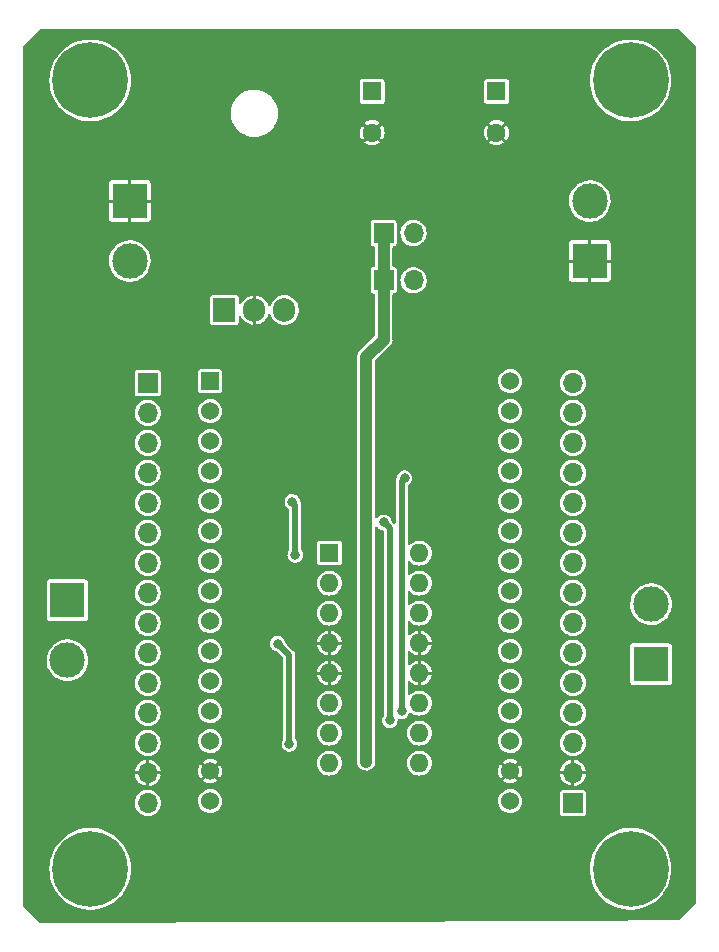
<source format=gbr>
%TF.GenerationSoftware,KiCad,Pcbnew,6.0.9-8da3e8f707~117~ubuntu18.04.1*%
%TF.CreationDate,2023-01-21T20:22:21-05:00*%
%TF.ProjectId,makers-motor-board,6d616b65-7273-42d6-9d6f-746f722d626f,rev?*%
%TF.SameCoordinates,Original*%
%TF.FileFunction,Copper,L2,Bot*%
%TF.FilePolarity,Positive*%
%FSLAX46Y46*%
G04 Gerber Fmt 4.6, Leading zero omitted, Abs format (unit mm)*
G04 Created by KiCad (PCBNEW 6.0.9-8da3e8f707~117~ubuntu18.04.1) date 2023-01-21 20:22:21*
%MOMM*%
%LPD*%
G01*
G04 APERTURE LIST*
%TA.AperFunction,ComponentPad*%
%ADD10R,1.700000X1.700000*%
%TD*%
%TA.AperFunction,ComponentPad*%
%ADD11O,1.700000X1.700000*%
%TD*%
%TA.AperFunction,ComponentPad*%
%ADD12C,3.000000*%
%TD*%
%TA.AperFunction,ComponentPad*%
%ADD13R,3.000000X3.000000*%
%TD*%
%TA.AperFunction,ComponentPad*%
%ADD14C,1.524000*%
%TD*%
%TA.AperFunction,ComponentPad*%
%ADD15R,1.524000X1.524000*%
%TD*%
%TA.AperFunction,ComponentPad*%
%ADD16R,1.600000X1.600000*%
%TD*%
%TA.AperFunction,ComponentPad*%
%ADD17C,1.600000*%
%TD*%
%TA.AperFunction,ComponentPad*%
%ADD18C,6.400000*%
%TD*%
%TA.AperFunction,ComponentPad*%
%ADD19R,1.905000X2.000000*%
%TD*%
%TA.AperFunction,ComponentPad*%
%ADD20O,1.905000X2.000000*%
%TD*%
%TA.AperFunction,ComponentPad*%
%ADD21O,1.600000X1.600000*%
%TD*%
%TA.AperFunction,ViaPad*%
%ADD22C,0.800000*%
%TD*%
%TA.AperFunction,Conductor*%
%ADD23C,0.500000*%
%TD*%
%TA.AperFunction,Conductor*%
%ADD24C,1.000000*%
%TD*%
G04 APERTURE END LIST*
D10*
%TO.P,J8,1,Pin_1*%
%TO.N,/driver_supply*%
X153337500Y-94925000D03*
D11*
%TO.P,J8,2,Pin_2*%
%TO.N,+5V*%
X155877500Y-94925000D03*
%TD*%
D10*
%TO.P,J7,1,Pin_1*%
%TO.N,/driver_supply*%
X153337500Y-90925000D03*
D11*
%TO.P,J7,2,Pin_2*%
%TO.N,+12V*%
X155877500Y-90925000D03*
%TD*%
D12*
%TO.P,J6,2,Pin_2*%
%TO.N,Net-(U3-Pad11)*%
X175978500Y-122336000D03*
D13*
%TO.P,J6,1,Pin_1*%
%TO.N,Net-(J6-Pad1)*%
X175978500Y-127416000D03*
%TD*%
%TO.P,J5,1,Pin_1*%
%TO.N,Net-(J5-Pad1)*%
X126575500Y-122000000D03*
D12*
%TO.P,J5,2,Pin_2*%
%TO.N,Net-(J5-Pad2)*%
X126575500Y-127080000D03*
%TD*%
D10*
%TO.P,J4,1,Pin_1*%
%TO.N,/left_con_1*%
X133362500Y-103615000D03*
D11*
%TO.P,J4,2,Pin_2*%
%TO.N,/left_con_2*%
X133362500Y-106155000D03*
%TO.P,J4,3,Pin_3*%
%TO.N,/left_con_3*%
X133362500Y-108695000D03*
%TO.P,J4,4,Pin_4*%
%TO.N,/left_con_4*%
X133362500Y-111235000D03*
%TO.P,J4,5,Pin_5*%
%TO.N,/left_con_5*%
X133362500Y-113775000D03*
%TO.P,J4,6,Pin_6*%
%TO.N,/driver_en12*%
X133362500Y-116315000D03*
%TO.P,J4,7,Pin_7*%
%TO.N,/driver_en34*%
X133362500Y-118855000D03*
%TO.P,J4,8,Pin_8*%
%TO.N,/driver_4a*%
X133362500Y-121395000D03*
%TO.P,J4,9,Pin_9*%
%TO.N,/driver_1a*%
X133362500Y-123935000D03*
%TO.P,J4,10,Pin_10*%
%TO.N,/driver_2a*%
X133362500Y-126475000D03*
%TO.P,J4,11,Pin_11*%
%TO.N,/left_con_11*%
X133362500Y-129015000D03*
%TO.P,J4,12,Pin_12*%
%TO.N,/left_con_12*%
X133362500Y-131555000D03*
%TO.P,J4,13,Pin_13*%
%TO.N,/left_con_13*%
X133362500Y-134095000D03*
%TO.P,J4,14,Pin_14*%
%TO.N,GND*%
X133362500Y-136635000D03*
%TO.P,J4,15,Pin_15*%
%TO.N,+5V*%
X133362500Y-139175000D03*
%TD*%
%TO.P,J3,15,Pin_15*%
%TO.N,/driver_3a*%
X169362500Y-103615000D03*
%TO.P,J3,14,Pin_14*%
%TO.N,/right_con_14*%
X169362500Y-106155000D03*
%TO.P,J3,13,Pin_13*%
%TO.N,/right_con_13*%
X169362500Y-108695000D03*
%TO.P,J3,12,Pin_12*%
%TO.N,/right_con_12*%
X169362500Y-111235000D03*
%TO.P,J3,11,Pin_11*%
%TO.N,/right_con_11*%
X169362500Y-113775000D03*
%TO.P,J3,10,Pin_10*%
%TO.N,/right_con_10*%
X169362500Y-116315000D03*
%TO.P,J3,9,Pin_9*%
%TO.N,/right_con_9*%
X169362500Y-118855000D03*
%TO.P,J3,8,Pin_8*%
%TO.N,/right_con_8*%
X169362500Y-121395000D03*
%TO.P,J3,7,Pin_7*%
%TO.N,/right_con_7*%
X169362500Y-123935000D03*
%TO.P,J3,6,Pin_6*%
%TO.N,/right_con_6*%
X169362500Y-126475000D03*
%TO.P,J3,5,Pin_5*%
%TO.N,/right_con_5*%
X169362500Y-129015000D03*
%TO.P,J3,4,Pin_4*%
%TO.N,/right_con_4*%
X169362500Y-131555000D03*
%TO.P,J3,3,Pin_3*%
%TO.N,/right_con_3*%
X169362500Y-134095000D03*
%TO.P,J3,2,Pin_2*%
%TO.N,GND*%
X169362500Y-136635000D03*
D10*
%TO.P,J3,1,Pin_1*%
%TO.N,+3V3*%
X169362500Y-139175000D03*
%TD*%
D13*
%TO.P,J2,1,Pin_1*%
%TO.N,GND*%
X170800000Y-93290000D03*
D12*
%TO.P,J2,2,Pin_2*%
%TO.N,+5V*%
X170800000Y-88210000D03*
%TD*%
D13*
%TO.P,J1,1,Pin_1*%
%TO.N,GND*%
X131857500Y-88210000D03*
D12*
%TO.P,J1,2,Pin_2*%
%TO.N,+12V*%
X131857500Y-93290000D03*
%TD*%
D14*
%TO.P,U2,30,IO23*%
%TO.N,/driver_3a*%
X164062500Y-103465000D03*
%TO.P,U2,29,IO22*%
%TO.N,/right_con_14*%
X164062500Y-106005000D03*
%TO.P,U2,28,TXD0/IO1*%
%TO.N,/right_con_13*%
X164062500Y-108545000D03*
%TO.P,U2,27,RXD0/IO3*%
%TO.N,/right_con_12*%
X164062500Y-111085000D03*
%TO.P,U2,26,IO21*%
%TO.N,/right_con_11*%
X164062500Y-113625000D03*
%TO.P,U2,25,IO19*%
%TO.N,/right_con_10*%
X164062500Y-116165000D03*
%TO.P,U2,24,IO18*%
%TO.N,/right_con_9*%
X164062500Y-118705000D03*
%TO.P,U2,23,IO5*%
%TO.N,/right_con_8*%
X164062500Y-121245000D03*
%TO.P,U2,22,IO17*%
%TO.N,/right_con_7*%
X164062500Y-123785000D03*
%TO.P,U2,21,IO16*%
%TO.N,/right_con_6*%
X164062500Y-126325000D03*
%TO.P,U2,20,IO4*%
%TO.N,/right_con_5*%
X164062500Y-128865000D03*
%TO.P,U2,19,IO2*%
%TO.N,/right_con_4*%
X164062500Y-131405000D03*
%TO.P,U2,18,IO15*%
%TO.N,/right_con_3*%
X164062500Y-133945000D03*
%TO.P,U2,17,GND*%
%TO.N,GND*%
X164062500Y-136485000D03*
%TO.P,U2,16,3V3*%
%TO.N,+3V3*%
X164062500Y-139025000D03*
%TO.P,U2,15,VIN*%
%TO.N,+5V*%
X138662500Y-139025000D03*
%TO.P,U2,14,GND*%
%TO.N,GND*%
X138662500Y-136485000D03*
%TO.P,U2,13,IO13*%
%TO.N,/left_con_13*%
X138662500Y-133945000D03*
%TO.P,U2,12,IO12*%
%TO.N,/left_con_12*%
X138662500Y-131405000D03*
%TO.P,U2,11,IO14*%
%TO.N,/left_con_11*%
X138662500Y-128865000D03*
%TO.P,U2,10,IO27*%
%TO.N,/driver_2a*%
X138662500Y-126325000D03*
%TO.P,U2,9,IO26*%
%TO.N,/driver_1a*%
X138662500Y-123785000D03*
%TO.P,U2,8,IO25*%
%TO.N,/driver_4a*%
X138662500Y-121245000D03*
%TO.P,U2,7,IO33*%
%TO.N,/driver_en34*%
X138662500Y-118705000D03*
%TO.P,U2,6,IO32*%
%TO.N,/driver_en12*%
X138662500Y-116165000D03*
%TO.P,U2,5,IO35*%
%TO.N,/left_con_5*%
X138662500Y-113625000D03*
%TO.P,U2,4,IO34*%
%TO.N,/left_con_4*%
X138662500Y-111085000D03*
%TO.P,U2,3,SENSOR_VN*%
%TO.N,/left_con_3*%
X138662500Y-108545000D03*
%TO.P,U2,2,SENSOR_VP*%
%TO.N,/left_con_2*%
X138662500Y-106005000D03*
D15*
%TO.P,U2,1,EN*%
%TO.N,/left_con_1*%
X138662500Y-103465000D03*
%TD*%
D16*
%TO.P,C1,1*%
%TO.N,+12V*%
X152362500Y-78925000D03*
D17*
%TO.P,C1,2*%
%TO.N,GND*%
X152362500Y-82425000D03*
%TD*%
D18*
%TO.P,H2,1*%
%TO.N,N/C*%
X174250000Y-144750000D03*
%TD*%
%TO.P,H3,1*%
%TO.N,N/C*%
X128500000Y-78000000D03*
%TD*%
D19*
%TO.P,U1,1,VI*%
%TO.N,+12V*%
X139857500Y-97440000D03*
D20*
%TO.P,U1,2,GND*%
%TO.N,GND*%
X142397500Y-97440000D03*
%TO.P,U1,3,VO*%
%TO.N,+5V*%
X144937500Y-97440000D03*
%TD*%
D21*
%TO.P,U3,16,VCC1*%
%TO.N,+3V3*%
X156362500Y-118015000D03*
%TO.P,U3,15,4A*%
%TO.N,/driver_4a*%
X156362500Y-120555000D03*
%TO.P,U3,14,4Y*%
%TO.N,Net-(J6-Pad1)*%
X156362500Y-123095000D03*
%TO.P,U3,13,GND*%
%TO.N,GND*%
X156362500Y-125635000D03*
%TO.P,U3,12,GND*%
X156362500Y-128175000D03*
%TO.P,U3,11,3Y*%
%TO.N,Net-(U3-Pad11)*%
X156362500Y-130715000D03*
%TO.P,U3,10,3A*%
%TO.N,/driver_3a*%
X156362500Y-133255000D03*
%TO.P,U3,9,EN3\u002C4*%
%TO.N,/driver_en34*%
X156362500Y-135795000D03*
%TO.P,U3,8,VCC2*%
%TO.N,/driver_supply*%
X148742500Y-135795000D03*
%TO.P,U3,7,2A*%
%TO.N,/driver_2a*%
X148742500Y-133255000D03*
%TO.P,U3,6,2Y*%
%TO.N,Net-(J5-Pad2)*%
X148742500Y-130715000D03*
%TO.P,U3,5,GND*%
%TO.N,GND*%
X148742500Y-128175000D03*
%TO.P,U3,4,GND*%
X148742500Y-125635000D03*
%TO.P,U3,3,1Y*%
%TO.N,Net-(J5-Pad1)*%
X148742500Y-123095000D03*
%TO.P,U3,2,1A*%
%TO.N,/driver_1a*%
X148742500Y-120555000D03*
D16*
%TO.P,U3,1,EN1\u002C2*%
%TO.N,/driver_en12*%
X148742500Y-118015000D03*
%TD*%
D18*
%TO.P,H1,1*%
%TO.N,N/C*%
X128500000Y-144750000D03*
%TD*%
D16*
%TO.P,C2,1*%
%TO.N,+5V*%
X162897500Y-78925000D03*
D17*
%TO.P,C2,2*%
%TO.N,GND*%
X162897500Y-82425000D03*
%TD*%
D18*
%TO.P,H4,1*%
%TO.N,N/C*%
X174250000Y-78000000D03*
%TD*%
D22*
%TO.N,/driver_2a*%
X144362500Y-125675000D03*
X145362500Y-134175000D03*
%TO.N,/driver_en12*%
X145862500Y-118175000D03*
X145612500Y-113675000D03*
%TO.N,/driver_3a*%
X154862500Y-131425000D03*
X155112500Y-111675000D03*
%TO.N,/driver_en34*%
X153362500Y-115425000D03*
X153862500Y-132175000D03*
%TO.N,/driver_supply*%
X151862500Y-133675000D03*
X151862500Y-134675000D03*
X151862500Y-135675000D03*
%TD*%
D23*
%TO.N,/driver_2a*%
X145362500Y-134175000D02*
X145362500Y-126675000D01*
X145362500Y-126675000D02*
X144362500Y-125675000D01*
%TO.N,/driver_en12*%
X145862500Y-113925000D02*
X145612500Y-113675000D01*
X145862500Y-118175000D02*
X145862500Y-113925000D01*
%TO.N,/driver_3a*%
X154862500Y-131425000D02*
X154862500Y-111925000D01*
X154862500Y-111925000D02*
X155112500Y-111675000D01*
%TO.N,/driver_en34*%
X153862500Y-115925000D02*
X153362500Y-115425000D01*
X153862500Y-132175000D02*
X153862500Y-115925000D01*
D24*
%TO.N,/driver_supply*%
X151862500Y-133675000D02*
X151862500Y-134675000D01*
X151862500Y-134675000D02*
X151862500Y-135675000D01*
X153337500Y-90925000D02*
X153337500Y-99950000D01*
X153337500Y-99950000D02*
X151862500Y-101425000D01*
X151862500Y-101425000D02*
X151862500Y-133675000D01*
%TD*%
%TA.AperFunction,Conductor*%
%TO.N,GND*%
G36*
X178328431Y-73645002D02*
G01*
X178349405Y-73661905D01*
X179775595Y-75088095D01*
X179809621Y-75150407D01*
X179812500Y-75177190D01*
X179812500Y-147572810D01*
X179792498Y-147640931D01*
X179775595Y-147661905D01*
X178349164Y-149088336D01*
X178286852Y-149122362D01*
X178260652Y-149125240D01*
X169806435Y-149164380D01*
X124365030Y-149374757D01*
X124296819Y-149355070D01*
X124275353Y-149337853D01*
X122849405Y-147911905D01*
X122815379Y-147849593D01*
X122812500Y-147822810D01*
X122812500Y-144737924D01*
X125040447Y-144737924D01*
X125059378Y-145111624D01*
X125118557Y-145481094D01*
X125217293Y-145842011D01*
X125354430Y-146190154D01*
X125528365Y-146521450D01*
X125530262Y-146524274D01*
X125530265Y-146524278D01*
X125726014Y-146815585D01*
X125737061Y-146832024D01*
X125739256Y-146834630D01*
X125739260Y-146834636D01*
X125758961Y-146858031D01*
X125978079Y-147118241D01*
X126248598Y-147376755D01*
X126545455Y-147604541D01*
X126865176Y-147798935D01*
X127204021Y-147957661D01*
X127207239Y-147958763D01*
X127207242Y-147958764D01*
X127554803Y-148077761D01*
X127554811Y-148077763D01*
X127558026Y-148078864D01*
X127923051Y-148161126D01*
X128010200Y-148171056D01*
X128291442Y-148203100D01*
X128291450Y-148203100D01*
X128294825Y-148203485D01*
X128298229Y-148203503D01*
X128298232Y-148203503D01*
X128501556Y-148204567D01*
X128668999Y-148205444D01*
X128672385Y-148205094D01*
X128672387Y-148205094D01*
X129037805Y-148167332D01*
X129037814Y-148167331D01*
X129041197Y-148166981D01*
X129044530Y-148166267D01*
X129044533Y-148166266D01*
X129224820Y-148127616D01*
X129407063Y-148088546D01*
X129762318Y-147971056D01*
X130102807Y-147815887D01*
X130200707Y-147757758D01*
X130421601Y-147626601D01*
X130421606Y-147626598D01*
X130424546Y-147624852D01*
X130436917Y-147615564D01*
X130526828Y-147548056D01*
X130723771Y-147400187D01*
X130996983Y-147144521D01*
X131240985Y-146860842D01*
X131262737Y-146829192D01*
X131450992Y-146555280D01*
X131450997Y-146555273D01*
X131452922Y-146552471D01*
X131454534Y-146549477D01*
X131454539Y-146549469D01*
X131628694Y-146226027D01*
X131630316Y-146223015D01*
X131771091Y-145876327D01*
X131873601Y-145516463D01*
X131936647Y-145147634D01*
X131938850Y-145111624D01*
X131959380Y-144775948D01*
X131959490Y-144774152D01*
X131959574Y-144750000D01*
X131958920Y-144737924D01*
X170790447Y-144737924D01*
X170809378Y-145111624D01*
X170868557Y-145481094D01*
X170967293Y-145842011D01*
X171104430Y-146190154D01*
X171278365Y-146521450D01*
X171280262Y-146524274D01*
X171280265Y-146524278D01*
X171476014Y-146815585D01*
X171487061Y-146832024D01*
X171489256Y-146834630D01*
X171489260Y-146834636D01*
X171508961Y-146858031D01*
X171728079Y-147118241D01*
X171998598Y-147376755D01*
X172295455Y-147604541D01*
X172615176Y-147798935D01*
X172954021Y-147957661D01*
X172957239Y-147958763D01*
X172957242Y-147958764D01*
X173304803Y-148077761D01*
X173304811Y-148077763D01*
X173308026Y-148078864D01*
X173673051Y-148161126D01*
X173760200Y-148171056D01*
X174041442Y-148203100D01*
X174041450Y-148203100D01*
X174044825Y-148203485D01*
X174048229Y-148203503D01*
X174048232Y-148203503D01*
X174251556Y-148204567D01*
X174418999Y-148205444D01*
X174422385Y-148205094D01*
X174422387Y-148205094D01*
X174787805Y-148167332D01*
X174787814Y-148167331D01*
X174791197Y-148166981D01*
X174794530Y-148166267D01*
X174794533Y-148166266D01*
X174974820Y-148127616D01*
X175157063Y-148088546D01*
X175512318Y-147971056D01*
X175852807Y-147815887D01*
X175950707Y-147757758D01*
X176171601Y-147626601D01*
X176171606Y-147626598D01*
X176174546Y-147624852D01*
X176186917Y-147615564D01*
X176276828Y-147548056D01*
X176473771Y-147400187D01*
X176746983Y-147144521D01*
X176990985Y-146860842D01*
X177012737Y-146829192D01*
X177200992Y-146555280D01*
X177200997Y-146555273D01*
X177202922Y-146552471D01*
X177204534Y-146549477D01*
X177204539Y-146549469D01*
X177378694Y-146226027D01*
X177380316Y-146223015D01*
X177521091Y-145876327D01*
X177623601Y-145516463D01*
X177686647Y-145147634D01*
X177688850Y-145111624D01*
X177709380Y-144775948D01*
X177709490Y-144774152D01*
X177709574Y-144750000D01*
X177689339Y-144376368D01*
X177628870Y-144007107D01*
X177528875Y-143646537D01*
X177525627Y-143638373D01*
X177391783Y-143302039D01*
X177391779Y-143302031D01*
X177390523Y-143298874D01*
X177215434Y-142968188D01*
X177213534Y-142965382D01*
X177213530Y-142965375D01*
X177007561Y-142661162D01*
X177005654Y-142658345D01*
X176763639Y-142372970D01*
X176492219Y-142115402D01*
X176489512Y-142113340D01*
X176489504Y-142113333D01*
X176197281Y-141890720D01*
X176194569Y-141888654D01*
X175874172Y-141695377D01*
X175871082Y-141693943D01*
X175871077Y-141693940D01*
X175537871Y-141539272D01*
X175537869Y-141539271D01*
X175534775Y-141537835D01*
X175531540Y-141536740D01*
X175531535Y-141536738D01*
X175183583Y-141418963D01*
X175180348Y-141417868D01*
X174815038Y-141336881D01*
X174682294Y-141322226D01*
X174446500Y-141296193D01*
X174446495Y-141296193D01*
X174443119Y-141295820D01*
X174439720Y-141295814D01*
X174439719Y-141295814D01*
X174262987Y-141295506D01*
X174068940Y-141295167D01*
X173930079Y-141310007D01*
X173700263Y-141334567D01*
X173700257Y-141334568D01*
X173696879Y-141334929D01*
X173331289Y-141414641D01*
X172976446Y-141533369D01*
X172636501Y-141689727D01*
X172633567Y-141691483D01*
X172633565Y-141691484D01*
X172624110Y-141697143D01*
X172315431Y-141881883D01*
X172016991Y-142107591D01*
X172014509Y-142109930D01*
X172014503Y-142109935D01*
X172008702Y-142115402D01*
X171744674Y-142364210D01*
X171501664Y-142648738D01*
X171499736Y-142651565D01*
X171499734Y-142651567D01*
X171495111Y-142658345D01*
X171290804Y-142957847D01*
X171114561Y-143287921D01*
X171113288Y-143291089D01*
X171113287Y-143291090D01*
X171111368Y-143295865D01*
X170974997Y-143635098D01*
X170873744Y-143995317D01*
X170811986Y-144364365D01*
X170790447Y-144737924D01*
X131958920Y-144737924D01*
X131939339Y-144376368D01*
X131878870Y-144007107D01*
X131778875Y-143646537D01*
X131775627Y-143638373D01*
X131641783Y-143302039D01*
X131641779Y-143302031D01*
X131640523Y-143298874D01*
X131465434Y-142968188D01*
X131463534Y-142965382D01*
X131463530Y-142965375D01*
X131257561Y-142661162D01*
X131255654Y-142658345D01*
X131013639Y-142372970D01*
X130742219Y-142115402D01*
X130739512Y-142113340D01*
X130739504Y-142113333D01*
X130447281Y-141890720D01*
X130444569Y-141888654D01*
X130124172Y-141695377D01*
X130121082Y-141693943D01*
X130121077Y-141693940D01*
X129787871Y-141539272D01*
X129787869Y-141539271D01*
X129784775Y-141537835D01*
X129781540Y-141536740D01*
X129781535Y-141536738D01*
X129433583Y-141418963D01*
X129430348Y-141417868D01*
X129065038Y-141336881D01*
X128932294Y-141322226D01*
X128696500Y-141296193D01*
X128696495Y-141296193D01*
X128693119Y-141295820D01*
X128689720Y-141295814D01*
X128689719Y-141295814D01*
X128512987Y-141295506D01*
X128318940Y-141295167D01*
X128180079Y-141310007D01*
X127950263Y-141334567D01*
X127950257Y-141334568D01*
X127946879Y-141334929D01*
X127581289Y-141414641D01*
X127226446Y-141533369D01*
X126886501Y-141689727D01*
X126883567Y-141691483D01*
X126883565Y-141691484D01*
X126874110Y-141697143D01*
X126565431Y-141881883D01*
X126266991Y-142107591D01*
X126264509Y-142109930D01*
X126264503Y-142109935D01*
X126258702Y-142115402D01*
X125994674Y-142364210D01*
X125751664Y-142648738D01*
X125749736Y-142651565D01*
X125749734Y-142651567D01*
X125745111Y-142658345D01*
X125540804Y-142957847D01*
X125364561Y-143287921D01*
X125363288Y-143291089D01*
X125363287Y-143291090D01*
X125361368Y-143295865D01*
X125224997Y-143635098D01*
X125123744Y-143995317D01*
X125061986Y-144364365D01*
X125040447Y-144737924D01*
X122812500Y-144737924D01*
X122812500Y-139145964D01*
X132253648Y-139145964D01*
X132266924Y-139348522D01*
X132268345Y-139354118D01*
X132268346Y-139354123D01*
X132315471Y-139539674D01*
X132316892Y-139545269D01*
X132319309Y-139550512D01*
X132356510Y-139631208D01*
X132401877Y-139729616D01*
X132405210Y-139734332D01*
X132510713Y-139883616D01*
X132519033Y-139895389D01*
X132664438Y-140037035D01*
X132833220Y-140149812D01*
X132838523Y-140152090D01*
X132838526Y-140152092D01*
X132969783Y-140208484D01*
X133019728Y-140229942D01*
X133092744Y-140246464D01*
X133212079Y-140273467D01*
X133212084Y-140273468D01*
X133217716Y-140274742D01*
X133223487Y-140274969D01*
X133223489Y-140274969D01*
X133283256Y-140277317D01*
X133420553Y-140282712D01*
X133527848Y-140267155D01*
X133615731Y-140254413D01*
X133615736Y-140254412D01*
X133621445Y-140253584D01*
X133626909Y-140251729D01*
X133626914Y-140251728D01*
X133808193Y-140190192D01*
X133808198Y-140190190D01*
X133813665Y-140188334D01*
X133990776Y-140089147D01*
X134030469Y-140056135D01*
X134142413Y-139963031D01*
X134146845Y-139959345D01*
X134204360Y-139890191D01*
X134272953Y-139807718D01*
X134272955Y-139807715D01*
X134276647Y-139803276D01*
X134375834Y-139626165D01*
X134377690Y-139620698D01*
X134377692Y-139620693D01*
X134439228Y-139439414D01*
X134439229Y-139439409D01*
X134441084Y-139433945D01*
X134441912Y-139428236D01*
X134441913Y-139428231D01*
X134459491Y-139306996D01*
X134470212Y-139233053D01*
X134471732Y-139175000D01*
X134456639Y-139010739D01*
X137641182Y-139010739D01*
X137657862Y-139209386D01*
X137669879Y-139251294D01*
X137696106Y-139342755D01*
X137712810Y-139401009D01*
X137803930Y-139578311D01*
X137927753Y-139734537D01*
X138079563Y-139863737D01*
X138084941Y-139866743D01*
X138084943Y-139866744D01*
X138126897Y-139890191D01*
X138253576Y-139960989D01*
X138259435Y-139962893D01*
X138259438Y-139962894D01*
X138295201Y-139974514D01*
X138443165Y-140022591D01*
X138449275Y-140023320D01*
X138449277Y-140023320D01*
X138516814Y-140031373D01*
X138641109Y-140046194D01*
X138647244Y-140045722D01*
X138647246Y-140045722D01*
X138833726Y-140031373D01*
X138833731Y-140031372D01*
X138839867Y-140030900D01*
X138845797Y-140029244D01*
X138845799Y-140029244D01*
X138935868Y-140004096D01*
X139031870Y-139977292D01*
X139037370Y-139974514D01*
X139204302Y-139890191D01*
X139204304Y-139890190D01*
X139209803Y-139887412D01*
X139366890Y-139764682D01*
X139389462Y-139738532D01*
X139493118Y-139618446D01*
X139493119Y-139618444D01*
X139497147Y-139613778D01*
X139595612Y-139440448D01*
X139658535Y-139251294D01*
X139671113Y-139151730D01*
X139683078Y-139057023D01*
X139683079Y-139057013D01*
X139683520Y-139053520D01*
X139683918Y-139025000D01*
X139682520Y-139010739D01*
X163041182Y-139010739D01*
X163057862Y-139209386D01*
X163069879Y-139251294D01*
X163096106Y-139342755D01*
X163112810Y-139401009D01*
X163203930Y-139578311D01*
X163327753Y-139734537D01*
X163479563Y-139863737D01*
X163484941Y-139866743D01*
X163484943Y-139866744D01*
X163526897Y-139890191D01*
X163653576Y-139960989D01*
X163659435Y-139962893D01*
X163659438Y-139962894D01*
X163695201Y-139974514D01*
X163843165Y-140022591D01*
X163849275Y-140023320D01*
X163849277Y-140023320D01*
X163916814Y-140031373D01*
X164041109Y-140046194D01*
X164047244Y-140045722D01*
X164047246Y-140045722D01*
X164233726Y-140031373D01*
X164233731Y-140031372D01*
X164239867Y-140030900D01*
X164245797Y-140029244D01*
X164245799Y-140029244D01*
X164335868Y-140004096D01*
X164431870Y-139977292D01*
X164437370Y-139974514D01*
X164604302Y-139890191D01*
X164604304Y-139890190D01*
X164609803Y-139887412D01*
X164766890Y-139764682D01*
X164789462Y-139738532D01*
X164893118Y-139618446D01*
X164893119Y-139618444D01*
X164897147Y-139613778D01*
X164995612Y-139440448D01*
X165058535Y-139251294D01*
X165071113Y-139151730D01*
X165083078Y-139057023D01*
X165083079Y-139057013D01*
X165083520Y-139053520D01*
X165083918Y-139025000D01*
X165064465Y-138826606D01*
X165062684Y-138820707D01*
X165062683Y-138820702D01*
X165008629Y-138641667D01*
X165006848Y-138635768D01*
X164913261Y-138459756D01*
X164909371Y-138454986D01*
X164909368Y-138454982D01*
X164791163Y-138310049D01*
X164791160Y-138310046D01*
X164787268Y-138305274D01*
X164780812Y-138299933D01*
X168258000Y-138299933D01*
X168258001Y-140050066D01*
X168272766Y-140124301D01*
X168279661Y-140134620D01*
X168279662Y-140134622D01*
X168320016Y-140195015D01*
X168329016Y-140208484D01*
X168413199Y-140264734D01*
X168487433Y-140279500D01*
X169362358Y-140279500D01*
X170237566Y-140279499D01*
X170273318Y-140272388D01*
X170299626Y-140267156D01*
X170299628Y-140267155D01*
X170311801Y-140264734D01*
X170322121Y-140257839D01*
X170322122Y-140257838D01*
X170385668Y-140215377D01*
X170395984Y-140208484D01*
X170452234Y-140124301D01*
X170467000Y-140050067D01*
X170466999Y-138299934D01*
X170452234Y-138225699D01*
X170426154Y-138186667D01*
X170402877Y-138151832D01*
X170395984Y-138141516D01*
X170311801Y-138085266D01*
X170237567Y-138070500D01*
X169362642Y-138070500D01*
X168487434Y-138070501D01*
X168451682Y-138077612D01*
X168425374Y-138082844D01*
X168425372Y-138082845D01*
X168413199Y-138085266D01*
X168402879Y-138092161D01*
X168402878Y-138092162D01*
X168342485Y-138132516D01*
X168329016Y-138141516D01*
X168272766Y-138225699D01*
X168258000Y-138299933D01*
X164780812Y-138299933D01*
X164779577Y-138298911D01*
X164647622Y-138189748D01*
X164633670Y-138178206D01*
X164458315Y-138083392D01*
X164267885Y-138024444D01*
X164261760Y-138023800D01*
X164261759Y-138023800D01*
X164075760Y-138004251D01*
X164075758Y-138004251D01*
X164069631Y-138003607D01*
X163946752Y-138014790D01*
X163877246Y-138021115D01*
X163877245Y-138021115D01*
X163871105Y-138021674D01*
X163865191Y-138023415D01*
X163865189Y-138023415D01*
X163735039Y-138061721D01*
X163679870Y-138077958D01*
X163503209Y-138170314D01*
X163498409Y-138174174D01*
X163498408Y-138174174D01*
X163495172Y-138176776D01*
X163347851Y-138295225D01*
X163219714Y-138447933D01*
X163123679Y-138622621D01*
X163063402Y-138812635D01*
X163041182Y-139010739D01*
X139682520Y-139010739D01*
X139664465Y-138826606D01*
X139662684Y-138820707D01*
X139662683Y-138820702D01*
X139608629Y-138641667D01*
X139606848Y-138635768D01*
X139513261Y-138459756D01*
X139509371Y-138454986D01*
X139509368Y-138454982D01*
X139391163Y-138310049D01*
X139391160Y-138310046D01*
X139387268Y-138305274D01*
X139379577Y-138298911D01*
X139247622Y-138189748D01*
X139233670Y-138178206D01*
X139058315Y-138083392D01*
X138867885Y-138024444D01*
X138861760Y-138023800D01*
X138861759Y-138023800D01*
X138675760Y-138004251D01*
X138675758Y-138004251D01*
X138669631Y-138003607D01*
X138546752Y-138014790D01*
X138477246Y-138021115D01*
X138477245Y-138021115D01*
X138471105Y-138021674D01*
X138465191Y-138023415D01*
X138465189Y-138023415D01*
X138335039Y-138061721D01*
X138279870Y-138077958D01*
X138103209Y-138170314D01*
X138098409Y-138174174D01*
X138098408Y-138174174D01*
X138095172Y-138176776D01*
X137947851Y-138295225D01*
X137819714Y-138447933D01*
X137723679Y-138622621D01*
X137663402Y-138812635D01*
X137641182Y-139010739D01*
X134456639Y-139010739D01*
X134453158Y-138972859D01*
X134451590Y-138967299D01*
X134399625Y-138783046D01*
X134399624Y-138783044D01*
X134398057Y-138777487D01*
X134387478Y-138756033D01*
X134310831Y-138600609D01*
X134308276Y-138595428D01*
X134186820Y-138432779D01*
X134037758Y-138294987D01*
X134032875Y-138291906D01*
X134032871Y-138291903D01*
X133870964Y-138189748D01*
X133866081Y-138186667D01*
X133677539Y-138111446D01*
X133671879Y-138110320D01*
X133671875Y-138110319D01*
X133484113Y-138072971D01*
X133484110Y-138072971D01*
X133478446Y-138071844D01*
X133472671Y-138071768D01*
X133472667Y-138071768D01*
X133371293Y-138070441D01*
X133275471Y-138069187D01*
X133269774Y-138070166D01*
X133269773Y-138070166D01*
X133141771Y-138092161D01*
X133075410Y-138103564D01*
X132884963Y-138173824D01*
X132710510Y-138277612D01*
X132706170Y-138281418D01*
X132706166Y-138281421D01*
X132562233Y-138407648D01*
X132557892Y-138411455D01*
X132432220Y-138570869D01*
X132429531Y-138575980D01*
X132429529Y-138575983D01*
X132416573Y-138600609D01*
X132337703Y-138750515D01*
X132277507Y-138944378D01*
X132253648Y-139145964D01*
X122812500Y-139145964D01*
X122812500Y-136777602D01*
X132265399Y-136777602D01*
X132267042Y-136802676D01*
X132268843Y-136814046D01*
X132315943Y-136999502D01*
X132319784Y-137010348D01*
X132399894Y-137184120D01*
X132405645Y-137194081D01*
X132516079Y-137350343D01*
X132523557Y-137359098D01*
X132660614Y-137492612D01*
X132669558Y-137499855D01*
X132828656Y-137606161D01*
X132838766Y-137611651D01*
X133014577Y-137687185D01*
X133025520Y-137690740D01*
X133212147Y-137732970D01*
X133218883Y-137733857D01*
X133232802Y-137730357D01*
X133233158Y-137729978D01*
X133235500Y-137720144D01*
X133235500Y-137714095D01*
X133489500Y-137714095D01*
X133493466Y-137727601D01*
X133507466Y-137729605D01*
X133615606Y-137713926D01*
X133626802Y-137711238D01*
X133807997Y-137649730D01*
X133818494Y-137645056D01*
X133985458Y-137551552D01*
X133994930Y-137545042D01*
X134142053Y-137422682D01*
X134150182Y-137414553D01*
X134254566Y-137289044D01*
X138044192Y-137289044D01*
X138051025Y-137298793D01*
X138075157Y-137319331D01*
X138085229Y-137326331D01*
X138248397Y-137417522D01*
X138259637Y-137422433D01*
X138437414Y-137480196D01*
X138449388Y-137482829D01*
X138635008Y-137504963D01*
X138647257Y-137505220D01*
X138833638Y-137490879D01*
X138845718Y-137488748D01*
X139025744Y-137438484D01*
X139037194Y-137434043D01*
X139204033Y-137349767D01*
X139214392Y-137343192D01*
X139271241Y-137298777D01*
X139278219Y-137289044D01*
X163444192Y-137289044D01*
X163451025Y-137298793D01*
X163475157Y-137319331D01*
X163485229Y-137326331D01*
X163648397Y-137417522D01*
X163659637Y-137422433D01*
X163837414Y-137480196D01*
X163849388Y-137482829D01*
X164035008Y-137504963D01*
X164047257Y-137505220D01*
X164233638Y-137490879D01*
X164245718Y-137488748D01*
X164425744Y-137438484D01*
X164437194Y-137434043D01*
X164604033Y-137349767D01*
X164614392Y-137343192D01*
X164671241Y-137298777D01*
X164679712Y-137286962D01*
X164673176Y-137275281D01*
X164075312Y-136677417D01*
X164061368Y-136669803D01*
X164059535Y-136669934D01*
X164052920Y-136674185D01*
X163451567Y-137275538D01*
X163444192Y-137289044D01*
X139278219Y-137289044D01*
X139279712Y-137286962D01*
X139273176Y-137275281D01*
X138675312Y-136677417D01*
X138661368Y-136669803D01*
X138659535Y-136669934D01*
X138652920Y-136674185D01*
X138051567Y-137275538D01*
X138044192Y-137289044D01*
X134254566Y-137289044D01*
X134272542Y-137267430D01*
X134279052Y-137257958D01*
X134372556Y-137090994D01*
X134377230Y-137080497D01*
X134438738Y-136899302D01*
X134441426Y-136888106D01*
X134457110Y-136779929D01*
X134455124Y-136765993D01*
X134441556Y-136762000D01*
X133507615Y-136762000D01*
X133492376Y-136766475D01*
X133491171Y-136767865D01*
X133489500Y-136775548D01*
X133489500Y-137714095D01*
X133235500Y-137714095D01*
X133235500Y-136780115D01*
X133231025Y-136764876D01*
X133229635Y-136763671D01*
X133221952Y-136762000D01*
X132282491Y-136762000D01*
X132267451Y-136766416D01*
X132265399Y-136777602D01*
X122812500Y-136777602D01*
X122812500Y-136490012D01*
X132267875Y-136490012D01*
X132270317Y-136504431D01*
X132283059Y-136508000D01*
X133217385Y-136508000D01*
X133232624Y-136503525D01*
X133233829Y-136502135D01*
X133235500Y-136494452D01*
X133235500Y-136489885D01*
X133489500Y-136489885D01*
X133493975Y-136505124D01*
X133495365Y-136506329D01*
X133503048Y-136508000D01*
X134441445Y-136508000D01*
X134455990Y-136503729D01*
X134458053Y-136491595D01*
X134456702Y-136476890D01*
X137642200Y-136476890D01*
X137657840Y-136663154D01*
X137660055Y-136675219D01*
X137711577Y-136854898D01*
X137716095Y-136866310D01*
X137801531Y-137032551D01*
X137808183Y-137042872D01*
X137848590Y-137093854D01*
X137860581Y-137102325D01*
X137872026Y-137095869D01*
X138470083Y-136497812D01*
X138476461Y-136486132D01*
X138847303Y-136486132D01*
X138847434Y-136487965D01*
X138851685Y-136494580D01*
X139453282Y-137096177D01*
X139466908Y-137103618D01*
X139476475Y-137096962D01*
X139492712Y-137078151D01*
X139499778Y-137068134D01*
X139592106Y-136905607D01*
X139597100Y-136894391D01*
X139656099Y-136717034D01*
X139658819Y-136705063D01*
X139682575Y-136517010D01*
X139683067Y-136509981D01*
X139683367Y-136488505D01*
X139683074Y-136481512D01*
X139664574Y-136292836D01*
X139662191Y-136280801D01*
X139608165Y-136101858D01*
X139603490Y-136090517D01*
X139515737Y-135925476D01*
X139508950Y-135915260D01*
X139476778Y-135875814D01*
X139464436Y-135867352D01*
X139453461Y-135873644D01*
X138854917Y-136472188D01*
X138847303Y-136486132D01*
X138476461Y-136486132D01*
X138477697Y-136483868D01*
X138477566Y-136482035D01*
X138473315Y-136475420D01*
X137872170Y-135874275D01*
X137858785Y-135866966D01*
X137848859Y-135873975D01*
X137824087Y-135903498D01*
X137817161Y-135913612D01*
X137727106Y-136077423D01*
X137722278Y-136088687D01*
X137665755Y-136266870D01*
X137663207Y-136278858D01*
X137642371Y-136464621D01*
X137642200Y-136476890D01*
X134456702Y-136476890D01*
X134453193Y-136438707D01*
X134451095Y-136427386D01*
X134399158Y-136243231D01*
X134395033Y-136232484D01*
X134310403Y-136060871D01*
X134304393Y-136051063D01*
X134189900Y-135897739D01*
X134182210Y-135889199D01*
X134041692Y-135759304D01*
X134032567Y-135752303D01*
X133922873Y-135683091D01*
X138045030Y-135683091D01*
X138051405Y-135694300D01*
X138649688Y-136292583D01*
X138663632Y-136300197D01*
X138665465Y-136300066D01*
X138672080Y-136295815D01*
X139187689Y-135780206D01*
X147683001Y-135780206D01*
X147684243Y-135795000D01*
X147693355Y-135903498D01*
X147700306Y-135986278D01*
X147757307Y-136185066D01*
X147760125Y-136190548D01*
X147760126Y-136190552D01*
X147849014Y-136363509D01*
X147849017Y-136363513D01*
X147851834Y-136368995D01*
X147980286Y-136531061D01*
X148137771Y-136665091D01*
X148318289Y-136765980D01*
X148514966Y-136829884D01*
X148720309Y-136854370D01*
X148726444Y-136853898D01*
X148726446Y-136853898D01*
X148920356Y-136838977D01*
X148920360Y-136838976D01*
X148926498Y-136838504D01*
X149125678Y-136782892D01*
X149131182Y-136780112D01*
X149131184Y-136780111D01*
X149304762Y-136692431D01*
X149304764Y-136692430D01*
X149310263Y-136689652D01*
X149473222Y-136562334D01*
X149477248Y-136557670D01*
X149477251Y-136557667D01*
X149604319Y-136410457D01*
X149604320Y-136410455D01*
X149608348Y-136405789D01*
X149668333Y-136300197D01*
X149707450Y-136231340D01*
X149707452Y-136231336D01*
X149710495Y-136225979D01*
X149755741Y-136089962D01*
X149773825Y-136035601D01*
X149773826Y-136035598D01*
X149775770Y-136029753D01*
X149801689Y-135824586D01*
X149802102Y-135795000D01*
X149781922Y-135589189D01*
X149722151Y-135391217D01*
X149625065Y-135208625D01*
X149621174Y-135203855D01*
X149621172Y-135203851D01*
X149498258Y-135053143D01*
X149498255Y-135053140D01*
X149494363Y-135048368D01*
X149487466Y-135042662D01*
X149339771Y-134920478D01*
X149339766Y-134920475D01*
X149335022Y-134916550D01*
X149329603Y-134913620D01*
X149329600Y-134913618D01*
X149158532Y-134821122D01*
X149158527Y-134821120D01*
X149153112Y-134818192D01*
X148955563Y-134757040D01*
X148949438Y-134756396D01*
X148949437Y-134756396D01*
X148756026Y-134736068D01*
X148756024Y-134736068D01*
X148749897Y-134735424D01*
X148623729Y-134746906D01*
X148550091Y-134753607D01*
X148550090Y-134753607D01*
X148543950Y-134754166D01*
X148345566Y-134812554D01*
X148340101Y-134815411D01*
X148167761Y-134905508D01*
X148167757Y-134905511D01*
X148162301Y-134908363D01*
X148001135Y-135037943D01*
X147868208Y-135196360D01*
X147768582Y-135377578D01*
X147706053Y-135574696D01*
X147705367Y-135580813D01*
X147705366Y-135580817D01*
X147689452Y-135722694D01*
X147683001Y-135780206D01*
X139187689Y-135780206D01*
X139273051Y-135694844D01*
X139280293Y-135681582D01*
X139273104Y-135671477D01*
X139238139Y-135642552D01*
X139227968Y-135635691D01*
X139063539Y-135546785D01*
X139052234Y-135542033D01*
X138873669Y-135486758D01*
X138861658Y-135484292D01*
X138675755Y-135464753D01*
X138663487Y-135464668D01*
X138477338Y-135481608D01*
X138465291Y-135483906D01*
X138285967Y-135536684D01*
X138274599Y-135541277D01*
X138108944Y-135627879D01*
X138098683Y-135634594D01*
X138053497Y-135670925D01*
X138045030Y-135683091D01*
X133922873Y-135683091D01*
X133870736Y-135650195D01*
X133860489Y-135644974D01*
X133682760Y-135574068D01*
X133671732Y-135570801D01*
X133507269Y-135538088D01*
X133494394Y-135539240D01*
X133489500Y-135554396D01*
X133489500Y-136489885D01*
X133235500Y-136489885D01*
X133235500Y-135554678D01*
X133231694Y-135541716D01*
X133216778Y-135539780D01*
X133081237Y-135563070D01*
X133070117Y-135566050D01*
X132890595Y-135632279D01*
X132880217Y-135637229D01*
X132715773Y-135735063D01*
X132706461Y-135741829D01*
X132562597Y-135867994D01*
X132554680Y-135876337D01*
X132436218Y-136026605D01*
X132429950Y-136036256D01*
X132340860Y-136205589D01*
X132336451Y-136216232D01*
X132279710Y-136398967D01*
X132277320Y-136410211D01*
X132267875Y-136490012D01*
X122812500Y-136490012D01*
X122812500Y-134065964D01*
X132253648Y-134065964D01*
X132266924Y-134268522D01*
X132268345Y-134274118D01*
X132268346Y-134274123D01*
X132315471Y-134459674D01*
X132316892Y-134465269D01*
X132319309Y-134470512D01*
X132356510Y-134551208D01*
X132401877Y-134649616D01*
X132405210Y-134654332D01*
X132510713Y-134803616D01*
X132519033Y-134815389D01*
X132664438Y-134957035D01*
X132833220Y-135069812D01*
X132838523Y-135072090D01*
X132838526Y-135072092D01*
X132927207Y-135110192D01*
X133019728Y-135149942D01*
X133092744Y-135166464D01*
X133212079Y-135193467D01*
X133212084Y-135193468D01*
X133217716Y-135194742D01*
X133223487Y-135194969D01*
X133223489Y-135194969D01*
X133283256Y-135197317D01*
X133420553Y-135202712D01*
X133520999Y-135188148D01*
X133615731Y-135174413D01*
X133615736Y-135174412D01*
X133621445Y-135173584D01*
X133626909Y-135171729D01*
X133626914Y-135171728D01*
X133808193Y-135110192D01*
X133808198Y-135110190D01*
X133813665Y-135108334D01*
X133990776Y-135009147D01*
X134053434Y-134957035D01*
X134142413Y-134883031D01*
X134146845Y-134879345D01*
X134204360Y-134810191D01*
X134272953Y-134727718D01*
X134272955Y-134727715D01*
X134276647Y-134723276D01*
X134375834Y-134546165D01*
X134377690Y-134540698D01*
X134377692Y-134540693D01*
X134439228Y-134359414D01*
X134439229Y-134359409D01*
X134441084Y-134353945D01*
X134441912Y-134348236D01*
X134441913Y-134348231D01*
X134466430Y-134179134D01*
X134470212Y-134153053D01*
X134471732Y-134095000D01*
X134456639Y-133930739D01*
X137641182Y-133930739D01*
X137657862Y-134129386D01*
X137668962Y-134168096D01*
X137710771Y-134313898D01*
X137712810Y-134321009D01*
X137715625Y-134326486D01*
X137797383Y-134485571D01*
X137803930Y-134498311D01*
X137927753Y-134654537D01*
X138079563Y-134783737D01*
X138084941Y-134786743D01*
X138084943Y-134786744D01*
X138126897Y-134810191D01*
X138253576Y-134880989D01*
X138259435Y-134882893D01*
X138259438Y-134882894D01*
X138295201Y-134894514D01*
X138443165Y-134942591D01*
X138449275Y-134943320D01*
X138449277Y-134943320D01*
X138516814Y-134951373D01*
X138641109Y-134966194D01*
X138647244Y-134965722D01*
X138647246Y-134965722D01*
X138833726Y-134951373D01*
X138833731Y-134951372D01*
X138839867Y-134950900D01*
X138845797Y-134949244D01*
X138845799Y-134949244D01*
X138962895Y-134916550D01*
X139031870Y-134897292D01*
X139037370Y-134894514D01*
X139204302Y-134810191D01*
X139204304Y-134810190D01*
X139209803Y-134807412D01*
X139366890Y-134684682D01*
X139389462Y-134658532D01*
X139493118Y-134538446D01*
X139493119Y-134538444D01*
X139497147Y-134533778D01*
X139595612Y-134360448D01*
X139658535Y-134171294D01*
X139671113Y-134071730D01*
X139683078Y-133977023D01*
X139683079Y-133977013D01*
X139683520Y-133973520D01*
X139683918Y-133945000D01*
X139664465Y-133746606D01*
X139662684Y-133740707D01*
X139662683Y-133740702D01*
X139608629Y-133561667D01*
X139606848Y-133555768D01*
X139513261Y-133379756D01*
X139509371Y-133374986D01*
X139509368Y-133374982D01*
X139391163Y-133230049D01*
X139391160Y-133230046D01*
X139387268Y-133225274D01*
X139379577Y-133218911D01*
X139247622Y-133109748D01*
X139233670Y-133098206D01*
X139058315Y-133003392D01*
X138867885Y-132944444D01*
X138861760Y-132943800D01*
X138861759Y-132943800D01*
X138675760Y-132924251D01*
X138675758Y-132924251D01*
X138669631Y-132923607D01*
X138546752Y-132934790D01*
X138477246Y-132941115D01*
X138477245Y-132941115D01*
X138471105Y-132941674D01*
X138465191Y-132943415D01*
X138465189Y-132943415D01*
X138335039Y-132981721D01*
X138279870Y-132997958D01*
X138103209Y-133090314D01*
X138098409Y-133094174D01*
X138098408Y-133094174D01*
X138095172Y-133096776D01*
X137947851Y-133215225D01*
X137819714Y-133367933D01*
X137723679Y-133542621D01*
X137663402Y-133732635D01*
X137641182Y-133930739D01*
X134456639Y-133930739D01*
X134453158Y-133892859D01*
X134446840Y-133870457D01*
X134399625Y-133703046D01*
X134399624Y-133703044D01*
X134398057Y-133697487D01*
X134387478Y-133676033D01*
X134310831Y-133520609D01*
X134308276Y-133515428D01*
X134293471Y-133495601D01*
X134211028Y-133385198D01*
X134186820Y-133352779D01*
X134037758Y-133214987D01*
X134032875Y-133211906D01*
X134032871Y-133211903D01*
X133870964Y-133109748D01*
X133866081Y-133106667D01*
X133677539Y-133031446D01*
X133671879Y-133030320D01*
X133671875Y-133030319D01*
X133484113Y-132992971D01*
X133484110Y-132992971D01*
X133478446Y-132991844D01*
X133472671Y-132991768D01*
X133472667Y-132991768D01*
X133371293Y-132990441D01*
X133275471Y-132989187D01*
X133269774Y-132990166D01*
X133269773Y-132990166D01*
X133081107Y-133022585D01*
X133075410Y-133023564D01*
X132884963Y-133093824D01*
X132710510Y-133197612D01*
X132706170Y-133201418D01*
X132706166Y-133201421D01*
X132607340Y-133288090D01*
X132557892Y-133331455D01*
X132432220Y-133490869D01*
X132429531Y-133495980D01*
X132429529Y-133495983D01*
X132416573Y-133520609D01*
X132337703Y-133670515D01*
X132277507Y-133864378D01*
X132253648Y-134065964D01*
X122812500Y-134065964D01*
X122812500Y-131525964D01*
X132253648Y-131525964D01*
X132255309Y-131551305D01*
X132266017Y-131714676D01*
X132266924Y-131728522D01*
X132268345Y-131734118D01*
X132268346Y-131734123D01*
X132304431Y-131876204D01*
X132316892Y-131925269D01*
X132319309Y-131930512D01*
X132356510Y-132011208D01*
X132401877Y-132109616D01*
X132405210Y-132114332D01*
X132510713Y-132263616D01*
X132519033Y-132275389D01*
X132664438Y-132417035D01*
X132833220Y-132529812D01*
X132838523Y-132532090D01*
X132838526Y-132532092D01*
X133010099Y-132605805D01*
X133019728Y-132609942D01*
X133091596Y-132626204D01*
X133212079Y-132653467D01*
X133212084Y-132653468D01*
X133217716Y-132654742D01*
X133223487Y-132654969D01*
X133223489Y-132654969D01*
X133283256Y-132657317D01*
X133420553Y-132662712D01*
X133520999Y-132648148D01*
X133615731Y-132634413D01*
X133615736Y-132634412D01*
X133621445Y-132633584D01*
X133626909Y-132631729D01*
X133626914Y-132631728D01*
X133808193Y-132570192D01*
X133808198Y-132570190D01*
X133813665Y-132568334D01*
X133990776Y-132469147D01*
X134053434Y-132417035D01*
X134142413Y-132343031D01*
X134146845Y-132339345D01*
X134204360Y-132270191D01*
X134272953Y-132187718D01*
X134272955Y-132187715D01*
X134276647Y-132183276D01*
X134353901Y-132045329D01*
X134373010Y-132011208D01*
X134373011Y-132011206D01*
X134375834Y-132006165D01*
X134377690Y-132000698D01*
X134377692Y-132000693D01*
X134439228Y-131819414D01*
X134439229Y-131819409D01*
X134441084Y-131813945D01*
X134441912Y-131808236D01*
X134441913Y-131808231D01*
X134460074Y-131682974D01*
X134470212Y-131613053D01*
X134471732Y-131555000D01*
X134456639Y-131390739D01*
X137641182Y-131390739D01*
X137657862Y-131589386D01*
X137669879Y-131631294D01*
X137710771Y-131773898D01*
X137712810Y-131781009D01*
X137803930Y-131958311D01*
X137927753Y-132114537D01*
X138079563Y-132243737D01*
X138084941Y-132246743D01*
X138084943Y-132246744D01*
X138126897Y-132270191D01*
X138253576Y-132340989D01*
X138259435Y-132342893D01*
X138259438Y-132342894D01*
X138295201Y-132354514D01*
X138443165Y-132402591D01*
X138449275Y-132403320D01*
X138449277Y-132403320D01*
X138516814Y-132411373D01*
X138641109Y-132426194D01*
X138647244Y-132425722D01*
X138647246Y-132425722D01*
X138833726Y-132411373D01*
X138833731Y-132411372D01*
X138839867Y-132410900D01*
X138845797Y-132409244D01*
X138845799Y-132409244D01*
X138962895Y-132376550D01*
X139031870Y-132357292D01*
X139040971Y-132352695D01*
X139204302Y-132270191D01*
X139204304Y-132270190D01*
X139209803Y-132267412D01*
X139366890Y-132144682D01*
X139389462Y-132118532D01*
X139493118Y-131998446D01*
X139493119Y-131998444D01*
X139497147Y-131993778D01*
X139514458Y-131963306D01*
X139563938Y-131876204D01*
X139595612Y-131820448D01*
X139658535Y-131631294D01*
X139668640Y-131551305D01*
X139683078Y-131437023D01*
X139683079Y-131437013D01*
X139683520Y-131433520D01*
X139683918Y-131405000D01*
X139664465Y-131206606D01*
X139662684Y-131200707D01*
X139662683Y-131200702D01*
X139608629Y-131021667D01*
X139606848Y-131015768D01*
X139513261Y-130839756D01*
X139509371Y-130834986D01*
X139509368Y-130834982D01*
X139391163Y-130690049D01*
X139391160Y-130690046D01*
X139387268Y-130685274D01*
X139379577Y-130678911D01*
X139247622Y-130569748D01*
X139233670Y-130558206D01*
X139058315Y-130463392D01*
X138867885Y-130404444D01*
X138861760Y-130403800D01*
X138861759Y-130403800D01*
X138675760Y-130384251D01*
X138675758Y-130384251D01*
X138669631Y-130383607D01*
X138546752Y-130394790D01*
X138477246Y-130401115D01*
X138477245Y-130401115D01*
X138471105Y-130401674D01*
X138465191Y-130403415D01*
X138465189Y-130403415D01*
X138335039Y-130441721D01*
X138279870Y-130457958D01*
X138103209Y-130550314D01*
X138098409Y-130554174D01*
X138098408Y-130554174D01*
X138095172Y-130556776D01*
X137947851Y-130675225D01*
X137819714Y-130827933D01*
X137723679Y-131002621D01*
X137663402Y-131192635D01*
X137641182Y-131390739D01*
X134456639Y-131390739D01*
X134453158Y-131352859D01*
X134446840Y-131330457D01*
X134399625Y-131163046D01*
X134399624Y-131163044D01*
X134398057Y-131157487D01*
X134387478Y-131136033D01*
X134310831Y-130980609D01*
X134308276Y-130975428D01*
X134293471Y-130955601D01*
X134211028Y-130845198D01*
X134186820Y-130812779D01*
X134037758Y-130674987D01*
X134032875Y-130671906D01*
X134032871Y-130671903D01*
X133870964Y-130569748D01*
X133866081Y-130566667D01*
X133677539Y-130491446D01*
X133671879Y-130490320D01*
X133671875Y-130490319D01*
X133484113Y-130452971D01*
X133484110Y-130452971D01*
X133478446Y-130451844D01*
X133472671Y-130451768D01*
X133472667Y-130451768D01*
X133371293Y-130450441D01*
X133275471Y-130449187D01*
X133269774Y-130450166D01*
X133269773Y-130450166D01*
X133081107Y-130482585D01*
X133075410Y-130483564D01*
X132884963Y-130553824D01*
X132710510Y-130657612D01*
X132706170Y-130661418D01*
X132706166Y-130661421D01*
X132607340Y-130748090D01*
X132557892Y-130791455D01*
X132432220Y-130950869D01*
X132429531Y-130955980D01*
X132429529Y-130955983D01*
X132416573Y-130980609D01*
X132337703Y-131130515D01*
X132277507Y-131324378D01*
X132253648Y-131525964D01*
X122812500Y-131525964D01*
X122812500Y-128985964D01*
X132253648Y-128985964D01*
X132266924Y-129188522D01*
X132268345Y-129194118D01*
X132268346Y-129194123D01*
X132315471Y-129379674D01*
X132316892Y-129385269D01*
X132319309Y-129390512D01*
X132356510Y-129471208D01*
X132401877Y-129569616D01*
X132405210Y-129574332D01*
X132510713Y-129723616D01*
X132519033Y-129735389D01*
X132664438Y-129877035D01*
X132833220Y-129989812D01*
X132838523Y-129992090D01*
X132838526Y-129992092D01*
X132927207Y-130030192D01*
X133019728Y-130069942D01*
X133092744Y-130086464D01*
X133212079Y-130113467D01*
X133212084Y-130113468D01*
X133217716Y-130114742D01*
X133223487Y-130114969D01*
X133223489Y-130114969D01*
X133283256Y-130117317D01*
X133420553Y-130122712D01*
X133520999Y-130108148D01*
X133615731Y-130094413D01*
X133615736Y-130094412D01*
X133621445Y-130093584D01*
X133626909Y-130091729D01*
X133626914Y-130091728D01*
X133808193Y-130030192D01*
X133808198Y-130030190D01*
X133813665Y-130028334D01*
X133866688Y-129998640D01*
X133888183Y-129986602D01*
X133990776Y-129929147D01*
X134008235Y-129914627D01*
X134142413Y-129803031D01*
X134146845Y-129799345D01*
X134204360Y-129730191D01*
X134272953Y-129647718D01*
X134272955Y-129647715D01*
X134276647Y-129643276D01*
X134375834Y-129466165D01*
X134377690Y-129460698D01*
X134377692Y-129460693D01*
X134439228Y-129279414D01*
X134439229Y-129279409D01*
X134441084Y-129273945D01*
X134441912Y-129268236D01*
X134441913Y-129268231D01*
X134465380Y-129106377D01*
X134470212Y-129073053D01*
X134471732Y-129015000D01*
X134457949Y-128865000D01*
X134456639Y-128850739D01*
X137641182Y-128850739D01*
X137657862Y-129049386D01*
X137669270Y-129089168D01*
X137707119Y-129221162D01*
X137712810Y-129241009D01*
X137803930Y-129418311D01*
X137927753Y-129574537D01*
X138079563Y-129703737D01*
X138084941Y-129706743D01*
X138084943Y-129706744D01*
X138126897Y-129730191D01*
X138253576Y-129800989D01*
X138259435Y-129802893D01*
X138259438Y-129802894D01*
X138295201Y-129814514D01*
X138443165Y-129862591D01*
X138449275Y-129863320D01*
X138449277Y-129863320D01*
X138516814Y-129871373D01*
X138641109Y-129886194D01*
X138647244Y-129885722D01*
X138647246Y-129885722D01*
X138833726Y-129871373D01*
X138833731Y-129871372D01*
X138839867Y-129870900D01*
X138845797Y-129869244D01*
X138845799Y-129869244D01*
X138962895Y-129836550D01*
X139031870Y-129817292D01*
X139037370Y-129814514D01*
X139204302Y-129730191D01*
X139204304Y-129730190D01*
X139209803Y-129727412D01*
X139366890Y-129604682D01*
X139389462Y-129578532D01*
X139493118Y-129458446D01*
X139493119Y-129458444D01*
X139497147Y-129453778D01*
X139595612Y-129280448D01*
X139658535Y-129091294D01*
X139669673Y-129003128D01*
X139683078Y-128897023D01*
X139683079Y-128897013D01*
X139683520Y-128893520D01*
X139683918Y-128865000D01*
X139664465Y-128666606D01*
X139662684Y-128660707D01*
X139662683Y-128660702D01*
X139608629Y-128481667D01*
X139606848Y-128475768D01*
X139516834Y-128306475D01*
X139516155Y-128305198D01*
X139516153Y-128305195D01*
X139513261Y-128299756D01*
X139509371Y-128294986D01*
X139509368Y-128294982D01*
X139391163Y-128150049D01*
X139391160Y-128150046D01*
X139387268Y-128145274D01*
X139379577Y-128138911D01*
X139310469Y-128081740D01*
X139233670Y-128018206D01*
X139058315Y-127923392D01*
X138867885Y-127864444D01*
X138861760Y-127863800D01*
X138861759Y-127863800D01*
X138675760Y-127844251D01*
X138675758Y-127844251D01*
X138669631Y-127843607D01*
X138546752Y-127854790D01*
X138477246Y-127861115D01*
X138477245Y-127861115D01*
X138471105Y-127861674D01*
X138465191Y-127863415D01*
X138465189Y-127863415D01*
X138335039Y-127901721D01*
X138279870Y-127917958D01*
X138103209Y-128010314D01*
X138098409Y-128014174D01*
X138098408Y-128014174D01*
X138095172Y-128016776D01*
X137947851Y-128135225D01*
X137819714Y-128287933D01*
X137723679Y-128462621D01*
X137721818Y-128468488D01*
X137721817Y-128468490D01*
X137693540Y-128557628D01*
X137663402Y-128652635D01*
X137641182Y-128850739D01*
X134456639Y-128850739D01*
X134453687Y-128818613D01*
X134453686Y-128818610D01*
X134453158Y-128812859D01*
X134446758Y-128790167D01*
X134399625Y-128623046D01*
X134399624Y-128623044D01*
X134398057Y-128617487D01*
X134394927Y-128611138D01*
X134310831Y-128440609D01*
X134308276Y-128435428D01*
X134186820Y-128272779D01*
X134037758Y-128134987D01*
X134032875Y-128131906D01*
X134032871Y-128131903D01*
X133870964Y-128029748D01*
X133866081Y-128026667D01*
X133677539Y-127951446D01*
X133671879Y-127950320D01*
X133671875Y-127950319D01*
X133484113Y-127912971D01*
X133484110Y-127912971D01*
X133478446Y-127911844D01*
X133472671Y-127911768D01*
X133472667Y-127911768D01*
X133371293Y-127910441D01*
X133275471Y-127909187D01*
X133269774Y-127910166D01*
X133269773Y-127910166D01*
X133081107Y-127942585D01*
X133075410Y-127943564D01*
X132884963Y-128013824D01*
X132710510Y-128117612D01*
X132706170Y-128121418D01*
X132706166Y-128121421D01*
X132581735Y-128230545D01*
X132557892Y-128251455D01*
X132432220Y-128410869D01*
X132429531Y-128415980D01*
X132429529Y-128415983D01*
X132416573Y-128440609D01*
X132337703Y-128590515D01*
X132277507Y-128784378D01*
X132253648Y-128985964D01*
X122812500Y-128985964D01*
X122812500Y-127033944D01*
X124816683Y-127033944D01*
X124816907Y-127038611D01*
X124816907Y-127038616D01*
X124821746Y-127139354D01*
X124829194Y-127294419D01*
X124880069Y-127550185D01*
X124968190Y-127795621D01*
X124970406Y-127799745D01*
X125087021Y-128016776D01*
X125091620Y-128025336D01*
X125094415Y-128029079D01*
X125094417Y-128029082D01*
X125244857Y-128230545D01*
X125244862Y-128230551D01*
X125247649Y-128234283D01*
X125250958Y-128237563D01*
X125250963Y-128237569D01*
X125429531Y-128414585D01*
X125432848Y-128417873D01*
X125436610Y-128420631D01*
X125436613Y-128420634D01*
X125552846Y-128505860D01*
X125643149Y-128572073D01*
X125647280Y-128574247D01*
X125647281Y-128574247D01*
X125869798Y-128691319D01*
X125869804Y-128691321D01*
X125873933Y-128693494D01*
X126120129Y-128779469D01*
X126124722Y-128780341D01*
X126371739Y-128827239D01*
X126371742Y-128827239D01*
X126376328Y-128828110D01*
X126500225Y-128832978D01*
X126632235Y-128838165D01*
X126632240Y-128838165D01*
X126636903Y-128838348D01*
X126730385Y-128828110D01*
X126891476Y-128810468D01*
X126891481Y-128810467D01*
X126896129Y-128809958D01*
X126971301Y-128790167D01*
X127143791Y-128744754D01*
X127148311Y-128743564D01*
X127327437Y-128666606D01*
X127383607Y-128642474D01*
X127383610Y-128642472D01*
X127387910Y-128640625D01*
X127391890Y-128638162D01*
X127391894Y-128638160D01*
X127605688Y-128505860D01*
X127605692Y-128505857D01*
X127609661Y-128503401D01*
X127808694Y-128334907D01*
X127980635Y-128138845D01*
X127985101Y-128131903D01*
X128119180Y-127923453D01*
X128121708Y-127919523D01*
X128228814Y-127681757D01*
X128299599Y-127430772D01*
X128316362Y-127299007D01*
X128332111Y-127175212D01*
X128332111Y-127175206D01*
X128332509Y-127172081D01*
X128332728Y-127163737D01*
X128334194Y-127107718D01*
X128334920Y-127080000D01*
X128331838Y-127038532D01*
X128315940Y-126824593D01*
X128315939Y-126824589D01*
X128315594Y-126819941D01*
X128258042Y-126565595D01*
X128254757Y-126557146D01*
X128211520Y-126445964D01*
X132253648Y-126445964D01*
X132266924Y-126648522D01*
X132268345Y-126654118D01*
X132268346Y-126654123D01*
X132309303Y-126815387D01*
X132316892Y-126845269D01*
X132319309Y-126850512D01*
X132356510Y-126931208D01*
X132401877Y-127029616D01*
X132405210Y-127034332D01*
X132510713Y-127183616D01*
X132519033Y-127195389D01*
X132664438Y-127337035D01*
X132669242Y-127340245D01*
X132736900Y-127385453D01*
X132833220Y-127449812D01*
X132838523Y-127452090D01*
X132838526Y-127452092D01*
X133014421Y-127527662D01*
X133019728Y-127529942D01*
X133088949Y-127545605D01*
X133212079Y-127573467D01*
X133212084Y-127573468D01*
X133217716Y-127574742D01*
X133223487Y-127574969D01*
X133223489Y-127574969D01*
X133283256Y-127577317D01*
X133420553Y-127582712D01*
X133520999Y-127568148D01*
X133615731Y-127554413D01*
X133615736Y-127554412D01*
X133621445Y-127553584D01*
X133626909Y-127551729D01*
X133626914Y-127551728D01*
X133808193Y-127490192D01*
X133808198Y-127490190D01*
X133813665Y-127488334D01*
X133990776Y-127389147D01*
X134053434Y-127337035D01*
X134142413Y-127263031D01*
X134146845Y-127259345D01*
X134204360Y-127190191D01*
X134272953Y-127107718D01*
X134272955Y-127107715D01*
X134276647Y-127103276D01*
X134375834Y-126926165D01*
X134377690Y-126920698D01*
X134377692Y-126920693D01*
X134439228Y-126739414D01*
X134439229Y-126739409D01*
X134441084Y-126733945D01*
X134441912Y-126728236D01*
X134441913Y-126728231D01*
X134464833Y-126570152D01*
X134470212Y-126533053D01*
X134471732Y-126475000D01*
X134458244Y-126328207D01*
X134456639Y-126310739D01*
X137641182Y-126310739D01*
X137657862Y-126509386D01*
X137673980Y-126565595D01*
X137707119Y-126681162D01*
X137712810Y-126701009D01*
X137803930Y-126878311D01*
X137927753Y-127034537D01*
X138079563Y-127163737D01*
X138084941Y-127166743D01*
X138084943Y-127166744D01*
X138143418Y-127199424D01*
X138253576Y-127260989D01*
X138259435Y-127262893D01*
X138259438Y-127262894D01*
X138295201Y-127274514D01*
X138443165Y-127322591D01*
X138449275Y-127323320D01*
X138449277Y-127323320D01*
X138516814Y-127331373D01*
X138641109Y-127346194D01*
X138647244Y-127345722D01*
X138647246Y-127345722D01*
X138833726Y-127331373D01*
X138833731Y-127331372D01*
X138839867Y-127330900D01*
X138845797Y-127329244D01*
X138845799Y-127329244D01*
X138935868Y-127304096D01*
X139031870Y-127277292D01*
X139037370Y-127274514D01*
X139204302Y-127190191D01*
X139204304Y-127190190D01*
X139209803Y-127187412D01*
X139366890Y-127064682D01*
X139389462Y-127038532D01*
X139493118Y-126918446D01*
X139493119Y-126918444D01*
X139497147Y-126913778D01*
X139595612Y-126740448D01*
X139658535Y-126551294D01*
X139671113Y-126451730D01*
X139683078Y-126357023D01*
X139683079Y-126357013D01*
X139683520Y-126353520D01*
X139683918Y-126325000D01*
X139664465Y-126126606D01*
X139662684Y-126120707D01*
X139662683Y-126120702D01*
X139608629Y-125941667D01*
X139606848Y-125935768D01*
X139560054Y-125847762D01*
X139516155Y-125765198D01*
X139516153Y-125765195D01*
X139513261Y-125759756D01*
X139509371Y-125754986D01*
X139509368Y-125754982D01*
X139438505Y-125668096D01*
X143703229Y-125668096D01*
X143711921Y-125746824D01*
X143714091Y-125766475D01*
X143720613Y-125825553D01*
X143723223Y-125832684D01*
X143723223Y-125832686D01*
X143746804Y-125897123D01*
X143775053Y-125974319D01*
X143779289Y-125980622D01*
X143779289Y-125980623D01*
X143854449Y-126092472D01*
X143863408Y-126105805D01*
X143869027Y-126110918D01*
X143869028Y-126110919D01*
X143886268Y-126126606D01*
X143980576Y-126212419D01*
X144119793Y-126288008D01*
X144183091Y-126304614D01*
X144273022Y-126328207D01*
X144272564Y-126329955D01*
X144328576Y-126355087D01*
X144335792Y-126361762D01*
X144821095Y-126847065D01*
X144855121Y-126909377D01*
X144858000Y-126936160D01*
X144858000Y-133714676D01*
X144835087Y-133787126D01*
X144781450Y-133863444D01*
X144769982Y-133892859D01*
X144730137Y-133995056D01*
X144723906Y-134011037D01*
X144722914Y-134018570D01*
X144722914Y-134018571D01*
X144704726Y-134156727D01*
X144703229Y-134168096D01*
X144709288Y-134222974D01*
X144719458Y-134315089D01*
X144720613Y-134325553D01*
X144723223Y-134332684D01*
X144723223Y-134332686D01*
X144769694Y-134459674D01*
X144775053Y-134474319D01*
X144779289Y-134480622D01*
X144779289Y-134480623D01*
X144823332Y-134546165D01*
X144863408Y-134605805D01*
X144869027Y-134610918D01*
X144869028Y-134610919D01*
X144950093Y-134684682D01*
X144980576Y-134712419D01*
X145119793Y-134788008D01*
X145273022Y-134828207D01*
X145356977Y-134829526D01*
X145423819Y-134830576D01*
X145423822Y-134830576D01*
X145431416Y-134830695D01*
X145585832Y-134795329D01*
X145668788Y-134753607D01*
X145720572Y-134727563D01*
X145720575Y-134727561D01*
X145727355Y-134724151D01*
X145733126Y-134719222D01*
X145733129Y-134719220D01*
X145842036Y-134626204D01*
X145842036Y-134626203D01*
X145847814Y-134621269D01*
X145940255Y-134492624D01*
X145999342Y-134345641D01*
X146016372Y-134225980D01*
X146021081Y-134192891D01*
X146021081Y-134192888D01*
X146021662Y-134188807D01*
X146021807Y-134175000D01*
X146002776Y-134017733D01*
X145946780Y-133869546D01*
X145889160Y-133785708D01*
X145867000Y-133714341D01*
X145867000Y-133240206D01*
X147683001Y-133240206D01*
X147700306Y-133446278D01*
X147757307Y-133645066D01*
X147760125Y-133650548D01*
X147760126Y-133650552D01*
X147849014Y-133823509D01*
X147849017Y-133823513D01*
X147851834Y-133828995D01*
X147980286Y-133991061D01*
X147984979Y-133995055D01*
X147984980Y-133995056D01*
X148098073Y-134091305D01*
X148137771Y-134125091D01*
X148318289Y-134225980D01*
X148514966Y-134289884D01*
X148720309Y-134314370D01*
X148726444Y-134313898D01*
X148726446Y-134313898D01*
X148920356Y-134298977D01*
X148920360Y-134298976D01*
X148926498Y-134298504D01*
X149125678Y-134242892D01*
X149131182Y-134240112D01*
X149131184Y-134240111D01*
X149304762Y-134152431D01*
X149304764Y-134152430D01*
X149310263Y-134149652D01*
X149473222Y-134022334D01*
X149477248Y-134017670D01*
X149477251Y-134017667D01*
X149604319Y-133870457D01*
X149604320Y-133870455D01*
X149608348Y-133865789D01*
X149703958Y-133697487D01*
X149707450Y-133691340D01*
X149707452Y-133691336D01*
X149710495Y-133685979D01*
X149756231Y-133548490D01*
X149773825Y-133495601D01*
X149773826Y-133495598D01*
X149775770Y-133489753D01*
X149801689Y-133284586D01*
X149802102Y-133255000D01*
X149781922Y-133049189D01*
X149722151Y-132851217D01*
X149625065Y-132668625D01*
X149621174Y-132663855D01*
X149621172Y-132663851D01*
X149498258Y-132513143D01*
X149498255Y-132513140D01*
X149494363Y-132508368D01*
X149482795Y-132498798D01*
X149339771Y-132380478D01*
X149339766Y-132380475D01*
X149335022Y-132376550D01*
X149329603Y-132373620D01*
X149329600Y-132373618D01*
X149158532Y-132281122D01*
X149158527Y-132281120D01*
X149153112Y-132278192D01*
X148955563Y-132217040D01*
X148949438Y-132216396D01*
X148949437Y-132216396D01*
X148756026Y-132196068D01*
X148756024Y-132196068D01*
X148749897Y-132195424D01*
X148623729Y-132206906D01*
X148550091Y-132213607D01*
X148550090Y-132213607D01*
X148543950Y-132214166D01*
X148345566Y-132272554D01*
X148340101Y-132275411D01*
X148167761Y-132365508D01*
X148167757Y-132365511D01*
X148162301Y-132368363D01*
X148001135Y-132497943D01*
X147868208Y-132656360D01*
X147768582Y-132837578D01*
X147766719Y-132843451D01*
X147708950Y-133025565D01*
X147706053Y-133034696D01*
X147705367Y-133040813D01*
X147705366Y-133040817D01*
X147686236Y-133211366D01*
X147683001Y-133240206D01*
X145867000Y-133240206D01*
X145867000Y-130700206D01*
X147683001Y-130700206D01*
X147700306Y-130906278D01*
X147757307Y-131105066D01*
X147760125Y-131110548D01*
X147760126Y-131110552D01*
X147849014Y-131283509D01*
X147849017Y-131283513D01*
X147851834Y-131288995D01*
X147980286Y-131451061D01*
X147984979Y-131455055D01*
X147984980Y-131455056D01*
X148098073Y-131551305D01*
X148137771Y-131585091D01*
X148318289Y-131685980D01*
X148514966Y-131749884D01*
X148720309Y-131774370D01*
X148726444Y-131773898D01*
X148726446Y-131773898D01*
X148920356Y-131758977D01*
X148920360Y-131758976D01*
X148926498Y-131758504D01*
X149125678Y-131702892D01*
X149131182Y-131700112D01*
X149131184Y-131700111D01*
X149304762Y-131612431D01*
X149304764Y-131612430D01*
X149310263Y-131609652D01*
X149473222Y-131482334D01*
X149477248Y-131477670D01*
X149477251Y-131477667D01*
X149604319Y-131330457D01*
X149604320Y-131330455D01*
X149608348Y-131325789D01*
X149703958Y-131157487D01*
X149707450Y-131151340D01*
X149707452Y-131151336D01*
X149710495Y-131145979D01*
X149756231Y-131008490D01*
X149773825Y-130955601D01*
X149773826Y-130955598D01*
X149775770Y-130949753D01*
X149801689Y-130744586D01*
X149802102Y-130715000D01*
X149781922Y-130509189D01*
X149722151Y-130311217D01*
X149625065Y-130128625D01*
X149621174Y-130123855D01*
X149621172Y-130123851D01*
X149498258Y-129973143D01*
X149498255Y-129973140D01*
X149494363Y-129968368D01*
X149487466Y-129962662D01*
X149339771Y-129840478D01*
X149339766Y-129840475D01*
X149335022Y-129836550D01*
X149329603Y-129833620D01*
X149329600Y-129833618D01*
X149158532Y-129741122D01*
X149158527Y-129741120D01*
X149153112Y-129738192D01*
X148955563Y-129677040D01*
X148949438Y-129676396D01*
X148949437Y-129676396D01*
X148756026Y-129656068D01*
X148756024Y-129656068D01*
X148749897Y-129655424D01*
X148623729Y-129666906D01*
X148550091Y-129673607D01*
X148550090Y-129673607D01*
X148543950Y-129674166D01*
X148345566Y-129732554D01*
X148340101Y-129735411D01*
X148167761Y-129825508D01*
X148167757Y-129825511D01*
X148162301Y-129828363D01*
X148001135Y-129957943D01*
X147868208Y-130116360D01*
X147768582Y-130297578D01*
X147766719Y-130303451D01*
X147708950Y-130485565D01*
X147706053Y-130494696D01*
X147705367Y-130500813D01*
X147705366Y-130500817D01*
X147686236Y-130671366D01*
X147683001Y-130700206D01*
X145867000Y-130700206D01*
X145867000Y-128318164D01*
X147696766Y-128318164D01*
X147700283Y-128360049D01*
X147702497Y-128372108D01*
X147756076Y-128558959D01*
X147760592Y-128570364D01*
X147849435Y-128743235D01*
X147856087Y-128753556D01*
X147976818Y-128905883D01*
X147985341Y-128914708D01*
X148133365Y-129040686D01*
X148143434Y-129047684D01*
X148313112Y-129142514D01*
X148324351Y-129147424D01*
X148509215Y-129207490D01*
X148521189Y-129210123D01*
X148597511Y-129219224D01*
X148611918Y-129216797D01*
X148615431Y-129204274D01*
X148869500Y-129204274D01*
X148873854Y-129219102D01*
X148885450Y-129221162D01*
X148920269Y-129218483D01*
X148932347Y-129216353D01*
X149119561Y-129164081D01*
X149130994Y-129159647D01*
X149304498Y-129072004D01*
X149314848Y-129065436D01*
X149468019Y-128945764D01*
X149476905Y-128937303D01*
X149603909Y-128790167D01*
X149610983Y-128780138D01*
X149706989Y-128611138D01*
X149711983Y-128599922D01*
X149773335Y-128415491D01*
X149776053Y-128403531D01*
X149786609Y-128319973D01*
X149784305Y-128305694D01*
X149771313Y-128302000D01*
X148887615Y-128302000D01*
X148872376Y-128306475D01*
X148871171Y-128307865D01*
X148869500Y-128315548D01*
X148869500Y-129204274D01*
X148615431Y-129204274D01*
X148615500Y-129204029D01*
X148615500Y-128320115D01*
X148611025Y-128304876D01*
X148609635Y-128303671D01*
X148601952Y-128302000D01*
X147713524Y-128302000D01*
X147698828Y-128306315D01*
X147696766Y-128318164D01*
X145867000Y-128318164D01*
X145867000Y-128029997D01*
X147698109Y-128029997D01*
X147700662Y-128044527D01*
X147713209Y-128048000D01*
X148597385Y-128048000D01*
X148612624Y-128043525D01*
X148613829Y-128042135D01*
X148615500Y-128034452D01*
X148615500Y-128029885D01*
X148869500Y-128029885D01*
X148873975Y-128045124D01*
X148875365Y-128046329D01*
X148883048Y-128048000D01*
X149771033Y-128048000D01*
X149785460Y-128043764D01*
X149787521Y-128031411D01*
X149782031Y-127975419D01*
X149779648Y-127963384D01*
X149723468Y-127777308D01*
X149718794Y-127765967D01*
X149627543Y-127594349D01*
X149620749Y-127584124D01*
X149497895Y-127433491D01*
X149489266Y-127424801D01*
X149339486Y-127300891D01*
X149329320Y-127294035D01*
X149158338Y-127201585D01*
X149147031Y-127196833D01*
X148961349Y-127139354D01*
X148949336Y-127136888D01*
X148887515Y-127130390D01*
X148872865Y-127133070D01*
X148869500Y-127145392D01*
X148869500Y-128029885D01*
X148615500Y-128029885D01*
X148615500Y-127146272D01*
X148611224Y-127131710D01*
X148599121Y-127129648D01*
X148550183Y-127134101D01*
X148538134Y-127136399D01*
X148351663Y-127191281D01*
X148340295Y-127195874D01*
X148168036Y-127285929D01*
X148157775Y-127292643D01*
X148006287Y-127414443D01*
X147997527Y-127423021D01*
X147872580Y-127571926D01*
X147865656Y-127582037D01*
X147772010Y-127752381D01*
X147767182Y-127763645D01*
X147708406Y-127948931D01*
X147705858Y-127960920D01*
X147698109Y-128029997D01*
X145867000Y-128029997D01*
X145867000Y-126745630D01*
X145868342Y-126733622D01*
X145867846Y-126733582D01*
X145868566Y-126724631D01*
X145870547Y-126715877D01*
X145867242Y-126662607D01*
X145867000Y-126654805D01*
X145867000Y-126638774D01*
X145865535Y-126628541D01*
X145864504Y-126618481D01*
X145863514Y-126602514D01*
X145861598Y-126571642D01*
X145858550Y-126563199D01*
X145857871Y-126559920D01*
X145853916Y-126544055D01*
X145852973Y-126540831D01*
X145851701Y-126531948D01*
X145847987Y-126523779D01*
X145847985Y-126523773D01*
X145832275Y-126489221D01*
X145828461Y-126479852D01*
X145826709Y-126475000D01*
X145812528Y-126435716D01*
X145807231Y-126428466D01*
X145805654Y-126425499D01*
X145797407Y-126411386D01*
X145795602Y-126408563D01*
X145791888Y-126400395D01*
X145761253Y-126364842D01*
X145754975Y-126356936D01*
X145747027Y-126346056D01*
X145736165Y-126335194D01*
X145729807Y-126328347D01*
X145703415Y-126297718D01*
X145697556Y-126290918D01*
X145690021Y-126286034D01*
X145683449Y-126280301D01*
X145672045Y-126271074D01*
X145179135Y-125778164D01*
X147696766Y-125778164D01*
X147700283Y-125820049D01*
X147702497Y-125832108D01*
X147756076Y-126018959D01*
X147760592Y-126030364D01*
X147849435Y-126203235D01*
X147856087Y-126213556D01*
X147976818Y-126365883D01*
X147985341Y-126374708D01*
X148133365Y-126500686D01*
X148143434Y-126507684D01*
X148313112Y-126602514D01*
X148324351Y-126607424D01*
X148509215Y-126667490D01*
X148521189Y-126670123D01*
X148597511Y-126679224D01*
X148611918Y-126676797D01*
X148615431Y-126664274D01*
X148869500Y-126664274D01*
X148873854Y-126679102D01*
X148885450Y-126681162D01*
X148920269Y-126678483D01*
X148932347Y-126676353D01*
X149119561Y-126624081D01*
X149130994Y-126619647D01*
X149304498Y-126532004D01*
X149314848Y-126525436D01*
X149468019Y-126405764D01*
X149476905Y-126397303D01*
X149603909Y-126250167D01*
X149610983Y-126240138D01*
X149706989Y-126071138D01*
X149711983Y-126059922D01*
X149773335Y-125875491D01*
X149776053Y-125863531D01*
X149786609Y-125779973D01*
X149784305Y-125765694D01*
X149771313Y-125762000D01*
X148887615Y-125762000D01*
X148872376Y-125766475D01*
X148871171Y-125767865D01*
X148869500Y-125775548D01*
X148869500Y-126664274D01*
X148615431Y-126664274D01*
X148615500Y-126664029D01*
X148615500Y-125780115D01*
X148611025Y-125764876D01*
X148609635Y-125763671D01*
X148601952Y-125762000D01*
X147713524Y-125762000D01*
X147698828Y-125766315D01*
X147696766Y-125778164D01*
X145179135Y-125778164D01*
X145045115Y-125644144D01*
X145011089Y-125581832D01*
X145009126Y-125570209D01*
X145002776Y-125517733D01*
X144992295Y-125489997D01*
X147698109Y-125489997D01*
X147700662Y-125504527D01*
X147713209Y-125508000D01*
X148597385Y-125508000D01*
X148612624Y-125503525D01*
X148613829Y-125502135D01*
X148615500Y-125494452D01*
X148615500Y-125489885D01*
X148869500Y-125489885D01*
X148873975Y-125505124D01*
X148875365Y-125506329D01*
X148883048Y-125508000D01*
X149771033Y-125508000D01*
X149785460Y-125503764D01*
X149787521Y-125491411D01*
X149782031Y-125435419D01*
X149779648Y-125423384D01*
X149723468Y-125237308D01*
X149718794Y-125225967D01*
X149627543Y-125054349D01*
X149620749Y-125044124D01*
X149497895Y-124893491D01*
X149489266Y-124884801D01*
X149339486Y-124760891D01*
X149329320Y-124754035D01*
X149158338Y-124661585D01*
X149147031Y-124656833D01*
X148961349Y-124599354D01*
X148949336Y-124596888D01*
X148887515Y-124590390D01*
X148872865Y-124593070D01*
X148869500Y-124605392D01*
X148869500Y-125489885D01*
X148615500Y-125489885D01*
X148615500Y-124606272D01*
X148611224Y-124591710D01*
X148599121Y-124589648D01*
X148550183Y-124594101D01*
X148538134Y-124596399D01*
X148351663Y-124651281D01*
X148340295Y-124655874D01*
X148168036Y-124745929D01*
X148157775Y-124752643D01*
X148006287Y-124874443D01*
X147997527Y-124883021D01*
X147872580Y-125031926D01*
X147865656Y-125042037D01*
X147772010Y-125212381D01*
X147767182Y-125223645D01*
X147708406Y-125408931D01*
X147705858Y-125420920D01*
X147698109Y-125489997D01*
X144992295Y-125489997D01*
X144946780Y-125369546D01*
X144913879Y-125321674D01*
X144861355Y-125245251D01*
X144861354Y-125245249D01*
X144857053Y-125238992D01*
X144738775Y-125133611D01*
X144731389Y-125129700D01*
X144605488Y-125063039D01*
X144605489Y-125063039D01*
X144598774Y-125059484D01*
X144445133Y-125020892D01*
X144437534Y-125020852D01*
X144437533Y-125020852D01*
X144371681Y-125020507D01*
X144286721Y-125020062D01*
X144279341Y-125021834D01*
X144279339Y-125021834D01*
X144140063Y-125055271D01*
X144140060Y-125055272D01*
X144132684Y-125057043D01*
X143991914Y-125129700D01*
X143872539Y-125233838D01*
X143781450Y-125363444D01*
X143759041Y-125420920D01*
X143726742Y-125503764D01*
X143723906Y-125511037D01*
X143722914Y-125518570D01*
X143722914Y-125518571D01*
X143710433Y-125613379D01*
X143703229Y-125668096D01*
X139438505Y-125668096D01*
X139391163Y-125610049D01*
X139391160Y-125610046D01*
X139387268Y-125605274D01*
X139379577Y-125598911D01*
X139281450Y-125517733D01*
X139233670Y-125478206D01*
X139058315Y-125383392D01*
X138867885Y-125324444D01*
X138861760Y-125323800D01*
X138861759Y-125323800D01*
X138675760Y-125304251D01*
X138675758Y-125304251D01*
X138669631Y-125303607D01*
X138546752Y-125314790D01*
X138477246Y-125321115D01*
X138477245Y-125321115D01*
X138471105Y-125321674D01*
X138465191Y-125323415D01*
X138465189Y-125323415D01*
X138350304Y-125357228D01*
X138279870Y-125377958D01*
X138103209Y-125470314D01*
X138098409Y-125474174D01*
X138098408Y-125474174D01*
X138095172Y-125476776D01*
X137947851Y-125595225D01*
X137819714Y-125747933D01*
X137723679Y-125922621D01*
X137663402Y-126112635D01*
X137641182Y-126310739D01*
X134456639Y-126310739D01*
X134453687Y-126278613D01*
X134453686Y-126278610D01*
X134453158Y-126272859D01*
X134446758Y-126250167D01*
X134399625Y-126083046D01*
X134399624Y-126083044D01*
X134398057Y-126077487D01*
X134394927Y-126071138D01*
X134310831Y-125900609D01*
X134308276Y-125895428D01*
X134302844Y-125888153D01*
X134249486Y-125816699D01*
X134186820Y-125732779D01*
X134037758Y-125594987D01*
X134032875Y-125591906D01*
X134032871Y-125591903D01*
X133870964Y-125489748D01*
X133866081Y-125486667D01*
X133677539Y-125411446D01*
X133671879Y-125410320D01*
X133671875Y-125410319D01*
X133484113Y-125372971D01*
X133484110Y-125372971D01*
X133478446Y-125371844D01*
X133472671Y-125371768D01*
X133472667Y-125371768D01*
X133371293Y-125370441D01*
X133275471Y-125369187D01*
X133269774Y-125370166D01*
X133269773Y-125370166D01*
X133081107Y-125402585D01*
X133075410Y-125403564D01*
X132884963Y-125473824D01*
X132710510Y-125577612D01*
X132706170Y-125581418D01*
X132706166Y-125581421D01*
X132614853Y-125661501D01*
X132557892Y-125711455D01*
X132432220Y-125870869D01*
X132429531Y-125875980D01*
X132429529Y-125875983D01*
X132418407Y-125897123D01*
X132337703Y-126050515D01*
X132277507Y-126244378D01*
X132253648Y-126445964D01*
X128211520Y-126445964D01*
X128176933Y-126357023D01*
X128163527Y-126322550D01*
X128158086Y-126313029D01*
X128101231Y-126213556D01*
X128034125Y-126096145D01*
X127872680Y-125891353D01*
X127682739Y-125712674D01*
X127518751Y-125598911D01*
X127472315Y-125566697D01*
X127472312Y-125566695D01*
X127468473Y-125564032D01*
X127464283Y-125561966D01*
X127464280Y-125561964D01*
X127238778Y-125450759D01*
X127238775Y-125450758D01*
X127234590Y-125448694D01*
X126986228Y-125369193D01*
X126981621Y-125368443D01*
X126981618Y-125368442D01*
X126733455Y-125328026D01*
X126733456Y-125328026D01*
X126728844Y-125327275D01*
X126602375Y-125325620D01*
X126472767Y-125323923D01*
X126472764Y-125323923D01*
X126468090Y-125323862D01*
X126209696Y-125359028D01*
X126205210Y-125360336D01*
X126205208Y-125360336D01*
X126144749Y-125377958D01*
X125959338Y-125432000D01*
X125955086Y-125433960D01*
X125955084Y-125433961D01*
X125926213Y-125447271D01*
X125722516Y-125541177D01*
X125718611Y-125543737D01*
X125718606Y-125543740D01*
X125508346Y-125681592D01*
X125508341Y-125681596D01*
X125504433Y-125684158D01*
X125449958Y-125732779D01*
X125342295Y-125828872D01*
X125309879Y-125857804D01*
X125143129Y-126058300D01*
X125007845Y-126281240D01*
X125006038Y-126285548D01*
X125006038Y-126285549D01*
X124914750Y-126503247D01*
X124907000Y-126521728D01*
X124905849Y-126526260D01*
X124905848Y-126526263D01*
X124878402Y-126634333D01*
X124842810Y-126774480D01*
X124816683Y-127033944D01*
X122812500Y-127033944D01*
X122812500Y-123905964D01*
X132253648Y-123905964D01*
X132266924Y-124108522D01*
X132268345Y-124114118D01*
X132268346Y-124114123D01*
X132315471Y-124299674D01*
X132316892Y-124305269D01*
X132319309Y-124310512D01*
X132356510Y-124391208D01*
X132401877Y-124489616D01*
X132405210Y-124494332D01*
X132510713Y-124643616D01*
X132519033Y-124655389D01*
X132664438Y-124797035D01*
X132669242Y-124800245D01*
X132736900Y-124845453D01*
X132833220Y-124909812D01*
X132838523Y-124912090D01*
X132838526Y-124912092D01*
X133014421Y-124987662D01*
X133019728Y-124989942D01*
X133092744Y-125006464D01*
X133212079Y-125033467D01*
X133212084Y-125033468D01*
X133217716Y-125034742D01*
X133223487Y-125034969D01*
X133223489Y-125034969D01*
X133283256Y-125037317D01*
X133420553Y-125042712D01*
X133520999Y-125028148D01*
X133615731Y-125014413D01*
X133615736Y-125014412D01*
X133621445Y-125013584D01*
X133626909Y-125011729D01*
X133626914Y-125011728D01*
X133808193Y-124950192D01*
X133808198Y-124950190D01*
X133813665Y-124948334D01*
X133990776Y-124849147D01*
X134053434Y-124797035D01*
X134142413Y-124723031D01*
X134146845Y-124719345D01*
X134204360Y-124650191D01*
X134272953Y-124567718D01*
X134272955Y-124567715D01*
X134276647Y-124563276D01*
X134375834Y-124386165D01*
X134377690Y-124380698D01*
X134377692Y-124380693D01*
X134439228Y-124199414D01*
X134439229Y-124199409D01*
X134441084Y-124193945D01*
X134441912Y-124188236D01*
X134441913Y-124188231D01*
X134460074Y-124062974D01*
X134470212Y-123993053D01*
X134471732Y-123935000D01*
X134456639Y-123770739D01*
X137641182Y-123770739D01*
X137657862Y-123969386D01*
X137684698Y-124062974D01*
X137710771Y-124153898D01*
X137712810Y-124161009D01*
X137803930Y-124338311D01*
X137927753Y-124494537D01*
X138079563Y-124623737D01*
X138084941Y-124626743D01*
X138084943Y-124626744D01*
X138143418Y-124659424D01*
X138253576Y-124720989D01*
X138259435Y-124722893D01*
X138259438Y-124722894D01*
X138295201Y-124734514D01*
X138443165Y-124782591D01*
X138449275Y-124783320D01*
X138449277Y-124783320D01*
X138516814Y-124791373D01*
X138641109Y-124806194D01*
X138647244Y-124805722D01*
X138647246Y-124805722D01*
X138833726Y-124791373D01*
X138833731Y-124791372D01*
X138839867Y-124790900D01*
X138845797Y-124789244D01*
X138845799Y-124789244D01*
X138935869Y-124764096D01*
X139031870Y-124737292D01*
X139037370Y-124734514D01*
X139204302Y-124650191D01*
X139204304Y-124650190D01*
X139209803Y-124647412D01*
X139366890Y-124524682D01*
X139389462Y-124498532D01*
X139493118Y-124378446D01*
X139493119Y-124378444D01*
X139497147Y-124373778D01*
X139595612Y-124200448D01*
X139658535Y-124011294D01*
X139671113Y-123911730D01*
X139683078Y-123817023D01*
X139683079Y-123817013D01*
X139683520Y-123813520D01*
X139683918Y-123785000D01*
X139664465Y-123586606D01*
X139662684Y-123580707D01*
X139662683Y-123580702D01*
X139608629Y-123401667D01*
X139606848Y-123395768D01*
X139513261Y-123219756D01*
X139509371Y-123214986D01*
X139509368Y-123214982D01*
X139399447Y-123080206D01*
X147683001Y-123080206D01*
X147700306Y-123286278D01*
X147757307Y-123485066D01*
X147760125Y-123490548D01*
X147760126Y-123490552D01*
X147849014Y-123663509D01*
X147849017Y-123663513D01*
X147851834Y-123668995D01*
X147980286Y-123831061D01*
X147984979Y-123835055D01*
X147984980Y-123835056D01*
X148119445Y-123949494D01*
X148137771Y-123965091D01*
X148318289Y-124065980D01*
X148514966Y-124129884D01*
X148720309Y-124154370D01*
X148726444Y-124153898D01*
X148726446Y-124153898D01*
X148920356Y-124138977D01*
X148920360Y-124138976D01*
X148926498Y-124138504D01*
X149125678Y-124082892D01*
X149131182Y-124080112D01*
X149131184Y-124080111D01*
X149304762Y-123992431D01*
X149304764Y-123992430D01*
X149310263Y-123989652D01*
X149473222Y-123862334D01*
X149477248Y-123857670D01*
X149477251Y-123857667D01*
X149604319Y-123710457D01*
X149604320Y-123710455D01*
X149608348Y-123705789D01*
X149675757Y-123587128D01*
X149707450Y-123531340D01*
X149707452Y-123531336D01*
X149710495Y-123525979D01*
X149751848Y-123401667D01*
X149773825Y-123335601D01*
X149773826Y-123335598D01*
X149775770Y-123329753D01*
X149801689Y-123124586D01*
X149802102Y-123095000D01*
X149781922Y-122889189D01*
X149722151Y-122691217D01*
X149649727Y-122555007D01*
X149627959Y-122514067D01*
X149627957Y-122514064D01*
X149625065Y-122508625D01*
X149621174Y-122503855D01*
X149621172Y-122503851D01*
X149498258Y-122353143D01*
X149498255Y-122353140D01*
X149494363Y-122348368D01*
X149487466Y-122342662D01*
X149339771Y-122220478D01*
X149339766Y-122220475D01*
X149335022Y-122216550D01*
X149329603Y-122213620D01*
X149329600Y-122213618D01*
X149158532Y-122121122D01*
X149158527Y-122121120D01*
X149153112Y-122118192D01*
X148955563Y-122057040D01*
X148949438Y-122056396D01*
X148949437Y-122056396D01*
X148756026Y-122036068D01*
X148756024Y-122036068D01*
X148749897Y-122035424D01*
X148623729Y-122046906D01*
X148550091Y-122053607D01*
X148550090Y-122053607D01*
X148543950Y-122054166D01*
X148345566Y-122112554D01*
X148340101Y-122115411D01*
X148167761Y-122205508D01*
X148167757Y-122205511D01*
X148162301Y-122208363D01*
X148001135Y-122337943D01*
X147868208Y-122496360D01*
X147768582Y-122677578D01*
X147766719Y-122683451D01*
X147708950Y-122865565D01*
X147706053Y-122874696D01*
X147705367Y-122880813D01*
X147705366Y-122880817D01*
X147686701Y-123047217D01*
X147683001Y-123080206D01*
X139399447Y-123080206D01*
X139391163Y-123070049D01*
X139391160Y-123070046D01*
X139387268Y-123065274D01*
X139379577Y-123058911D01*
X139247622Y-122949748D01*
X139233670Y-122938206D01*
X139058315Y-122843392D01*
X138867885Y-122784444D01*
X138861760Y-122783800D01*
X138861759Y-122783800D01*
X138675760Y-122764251D01*
X138675758Y-122764251D01*
X138669631Y-122763607D01*
X138546752Y-122774790D01*
X138477246Y-122781115D01*
X138477245Y-122781115D01*
X138471105Y-122781674D01*
X138465191Y-122783415D01*
X138465189Y-122783415D01*
X138335039Y-122821721D01*
X138279870Y-122837958D01*
X138103209Y-122930314D01*
X138098409Y-122934174D01*
X138098408Y-122934174D01*
X138095172Y-122936776D01*
X137947851Y-123055225D01*
X137819714Y-123207933D01*
X137723679Y-123382621D01*
X137663402Y-123572635D01*
X137641182Y-123770739D01*
X134456639Y-123770739D01*
X134455147Y-123754500D01*
X134453687Y-123738613D01*
X134453686Y-123738610D01*
X134453158Y-123732859D01*
X134446840Y-123710457D01*
X134399625Y-123543046D01*
X134399624Y-123543044D01*
X134398057Y-123537487D01*
X134391933Y-123525067D01*
X134310831Y-123360609D01*
X134308276Y-123355428D01*
X134293471Y-123335601D01*
X134211028Y-123225198D01*
X134186820Y-123192779D01*
X134037758Y-123054987D01*
X134032875Y-123051906D01*
X134032871Y-123051903D01*
X133870964Y-122949748D01*
X133866081Y-122946667D01*
X133677539Y-122871446D01*
X133671879Y-122870320D01*
X133671875Y-122870319D01*
X133484113Y-122832971D01*
X133484110Y-122832971D01*
X133478446Y-122831844D01*
X133472671Y-122831768D01*
X133472667Y-122831768D01*
X133371293Y-122830441D01*
X133275471Y-122829187D01*
X133269774Y-122830166D01*
X133269773Y-122830166D01*
X133081107Y-122862585D01*
X133075410Y-122863564D01*
X132884963Y-122933824D01*
X132710510Y-123037612D01*
X132706170Y-123041418D01*
X132706166Y-123041421D01*
X132607340Y-123128090D01*
X132557892Y-123171455D01*
X132432220Y-123330869D01*
X132429531Y-123335980D01*
X132429529Y-123335983D01*
X132416573Y-123360609D01*
X132337703Y-123510515D01*
X132277507Y-123704378D01*
X132253648Y-123905964D01*
X122812500Y-123905964D01*
X122812500Y-120474933D01*
X124821000Y-120474933D01*
X124821001Y-123525066D01*
X124824577Y-123543046D01*
X124832067Y-123580702D01*
X124835766Y-123599301D01*
X124892016Y-123683484D01*
X124976199Y-123739734D01*
X125050433Y-123754500D01*
X126575253Y-123754500D01*
X128100566Y-123754499D01*
X128136318Y-123747388D01*
X128162626Y-123742156D01*
X128162628Y-123742155D01*
X128174801Y-123739734D01*
X128185121Y-123732839D01*
X128185122Y-123732838D01*
X128248668Y-123690377D01*
X128258984Y-123683484D01*
X128315234Y-123599301D01*
X128330000Y-123525067D01*
X128329999Y-121365964D01*
X132253648Y-121365964D01*
X132266924Y-121568522D01*
X132268345Y-121574118D01*
X132268346Y-121574123D01*
X132315471Y-121759674D01*
X132316892Y-121765269D01*
X132319309Y-121770512D01*
X132356510Y-121851208D01*
X132401877Y-121949616D01*
X132405210Y-121954332D01*
X132510713Y-122103616D01*
X132519033Y-122115389D01*
X132664438Y-122257035D01*
X132833220Y-122369812D01*
X132838523Y-122372090D01*
X132838526Y-122372092D01*
X133014421Y-122447662D01*
X133019728Y-122449942D01*
X133092744Y-122466464D01*
X133212079Y-122493467D01*
X133212084Y-122493468D01*
X133217716Y-122494742D01*
X133223487Y-122494969D01*
X133223489Y-122494969D01*
X133283256Y-122497317D01*
X133420553Y-122502712D01*
X133520999Y-122488148D01*
X133615731Y-122474413D01*
X133615736Y-122474412D01*
X133621445Y-122473584D01*
X133626909Y-122471729D01*
X133626914Y-122471728D01*
X133808193Y-122410192D01*
X133808198Y-122410190D01*
X133813665Y-122408334D01*
X133866688Y-122378640D01*
X133888183Y-122366602D01*
X133990776Y-122309147D01*
X134008235Y-122294627D01*
X134142413Y-122183031D01*
X134146845Y-122179345D01*
X134204360Y-122110191D01*
X134272953Y-122027718D01*
X134272955Y-122027715D01*
X134276647Y-122023276D01*
X134375834Y-121846165D01*
X134377690Y-121840698D01*
X134377692Y-121840693D01*
X134439228Y-121659414D01*
X134439229Y-121659409D01*
X134441084Y-121653945D01*
X134441912Y-121648236D01*
X134441913Y-121648231D01*
X134460074Y-121522974D01*
X134470212Y-121453053D01*
X134471732Y-121395000D01*
X134456639Y-121230739D01*
X137641182Y-121230739D01*
X137657862Y-121429386D01*
X137669879Y-121471294D01*
X137710771Y-121613898D01*
X137712810Y-121621009D01*
X137715625Y-121626486D01*
X137795683Y-121782263D01*
X137803930Y-121798311D01*
X137927753Y-121954537D01*
X138079563Y-122083737D01*
X138084941Y-122086743D01*
X138084943Y-122086744D01*
X138126897Y-122110191D01*
X138253576Y-122180989D01*
X138259435Y-122182893D01*
X138259438Y-122182894D01*
X138295201Y-122194514D01*
X138443165Y-122242591D01*
X138449275Y-122243320D01*
X138449277Y-122243320D01*
X138516814Y-122251373D01*
X138641109Y-122266194D01*
X138647244Y-122265722D01*
X138647246Y-122265722D01*
X138833726Y-122251373D01*
X138833731Y-122251372D01*
X138839867Y-122250900D01*
X138845797Y-122249244D01*
X138845799Y-122249244D01*
X138962895Y-122216550D01*
X139031870Y-122197292D01*
X139037370Y-122194514D01*
X139204302Y-122110191D01*
X139204304Y-122110190D01*
X139209803Y-122107412D01*
X139366890Y-121984682D01*
X139389462Y-121958532D01*
X139493118Y-121838446D01*
X139493119Y-121838444D01*
X139497147Y-121833778D01*
X139595612Y-121660448D01*
X139658535Y-121471294D01*
X139671113Y-121371730D01*
X139683078Y-121277023D01*
X139683079Y-121277013D01*
X139683520Y-121273520D01*
X139683918Y-121245000D01*
X139664465Y-121046606D01*
X139662684Y-121040707D01*
X139662683Y-121040702D01*
X139608629Y-120861667D01*
X139606848Y-120855768D01*
X139518687Y-120689961D01*
X139516155Y-120685198D01*
X139516153Y-120685195D01*
X139513261Y-120679756D01*
X139509371Y-120674986D01*
X139509368Y-120674982D01*
X139399447Y-120540206D01*
X147683001Y-120540206D01*
X147700306Y-120746278D01*
X147757307Y-120945066D01*
X147760125Y-120950548D01*
X147760126Y-120950552D01*
X147849014Y-121123509D01*
X147849017Y-121123513D01*
X147851834Y-121128995D01*
X147980286Y-121291061D01*
X147984979Y-121295055D01*
X147984980Y-121295056D01*
X148098073Y-121391305D01*
X148137771Y-121425091D01*
X148318289Y-121525980D01*
X148514966Y-121589884D01*
X148720309Y-121614370D01*
X148726444Y-121613898D01*
X148726446Y-121613898D01*
X148920356Y-121598977D01*
X148920360Y-121598976D01*
X148926498Y-121598504D01*
X149125678Y-121542892D01*
X149131182Y-121540112D01*
X149131184Y-121540111D01*
X149304762Y-121452431D01*
X149304764Y-121452430D01*
X149310263Y-121449652D01*
X149473222Y-121322334D01*
X149477248Y-121317670D01*
X149477251Y-121317667D01*
X149604319Y-121170457D01*
X149604320Y-121170455D01*
X149608348Y-121165789D01*
X149703958Y-120997487D01*
X149707450Y-120991340D01*
X149707452Y-120991336D01*
X149710495Y-120985979D01*
X149756231Y-120848490D01*
X149773825Y-120795601D01*
X149773826Y-120795598D01*
X149775770Y-120789753D01*
X149801689Y-120584586D01*
X149802102Y-120555000D01*
X149781922Y-120349189D01*
X149722151Y-120151217D01*
X149625065Y-119968625D01*
X149621174Y-119963855D01*
X149621172Y-119963851D01*
X149498258Y-119813143D01*
X149498255Y-119813140D01*
X149494363Y-119808368D01*
X149487466Y-119802662D01*
X149339771Y-119680478D01*
X149339766Y-119680475D01*
X149335022Y-119676550D01*
X149329603Y-119673620D01*
X149329600Y-119673618D01*
X149158532Y-119581122D01*
X149158527Y-119581120D01*
X149153112Y-119578192D01*
X148955563Y-119517040D01*
X148949438Y-119516396D01*
X148949437Y-119516396D01*
X148756026Y-119496068D01*
X148756024Y-119496068D01*
X148749897Y-119495424D01*
X148623729Y-119506906D01*
X148550091Y-119513607D01*
X148550090Y-119513607D01*
X148543950Y-119514166D01*
X148345566Y-119572554D01*
X148340101Y-119575411D01*
X148167761Y-119665508D01*
X148167757Y-119665511D01*
X148162301Y-119668363D01*
X148001135Y-119797943D01*
X147868208Y-119956360D01*
X147768582Y-120137578D01*
X147766719Y-120143451D01*
X147708950Y-120325565D01*
X147706053Y-120334696D01*
X147705367Y-120340813D01*
X147705366Y-120340817D01*
X147686236Y-120511366D01*
X147683001Y-120540206D01*
X139399447Y-120540206D01*
X139391163Y-120530049D01*
X139391160Y-120530046D01*
X139387268Y-120525274D01*
X139379577Y-120518911D01*
X139247622Y-120409748D01*
X139233670Y-120398206D01*
X139058315Y-120303392D01*
X138867885Y-120244444D01*
X138861760Y-120243800D01*
X138861759Y-120243800D01*
X138675760Y-120224251D01*
X138675758Y-120224251D01*
X138669631Y-120223607D01*
X138546752Y-120234790D01*
X138477246Y-120241115D01*
X138477245Y-120241115D01*
X138471105Y-120241674D01*
X138465191Y-120243415D01*
X138465189Y-120243415D01*
X138416161Y-120257845D01*
X138279870Y-120297958D01*
X138103209Y-120390314D01*
X138098409Y-120394174D01*
X138098408Y-120394174D01*
X138095172Y-120396776D01*
X137947851Y-120515225D01*
X137819714Y-120667933D01*
X137723679Y-120842621D01*
X137663402Y-121032635D01*
X137641182Y-121230739D01*
X134456639Y-121230739D01*
X134453158Y-121192859D01*
X134446840Y-121170457D01*
X134399625Y-121003046D01*
X134399624Y-121003044D01*
X134398057Y-120997487D01*
X134387478Y-120976033D01*
X134310831Y-120820609D01*
X134308276Y-120815428D01*
X134293471Y-120795601D01*
X134211028Y-120685198D01*
X134186820Y-120652779D01*
X134037758Y-120514987D01*
X134032875Y-120511906D01*
X134032871Y-120511903D01*
X133887228Y-120420010D01*
X133866081Y-120406667D01*
X133677539Y-120331446D01*
X133671879Y-120330320D01*
X133671875Y-120330319D01*
X133484113Y-120292971D01*
X133484110Y-120292971D01*
X133478446Y-120291844D01*
X133472671Y-120291768D01*
X133472667Y-120291768D01*
X133371293Y-120290441D01*
X133275471Y-120289187D01*
X133269774Y-120290166D01*
X133269773Y-120290166D01*
X133081107Y-120322585D01*
X133075410Y-120323564D01*
X132884963Y-120393824D01*
X132710510Y-120497612D01*
X132706170Y-120501418D01*
X132706166Y-120501421D01*
X132562233Y-120627648D01*
X132557892Y-120631455D01*
X132432220Y-120790869D01*
X132429531Y-120795980D01*
X132429529Y-120795983D01*
X132416876Y-120820032D01*
X132337703Y-120970515D01*
X132277507Y-121164378D01*
X132253648Y-121365964D01*
X128329999Y-121365964D01*
X128329999Y-120474934D01*
X128315234Y-120400699D01*
X128258984Y-120316516D01*
X128174801Y-120260266D01*
X128100567Y-120245500D01*
X126575747Y-120245500D01*
X125050434Y-120245501D01*
X125014682Y-120252612D01*
X124988374Y-120257844D01*
X124988372Y-120257845D01*
X124976199Y-120260266D01*
X124965879Y-120267161D01*
X124965878Y-120267162D01*
X124928940Y-120291844D01*
X124892016Y-120316516D01*
X124835766Y-120400699D01*
X124821000Y-120474933D01*
X122812500Y-120474933D01*
X122812500Y-118825964D01*
X132253648Y-118825964D01*
X132266924Y-119028522D01*
X132268345Y-119034118D01*
X132268346Y-119034123D01*
X132315471Y-119219674D01*
X132316892Y-119225269D01*
X132319309Y-119230512D01*
X132356510Y-119311208D01*
X132401877Y-119409616D01*
X132405210Y-119414332D01*
X132510713Y-119563616D01*
X132519033Y-119575389D01*
X132664438Y-119717035D01*
X132833220Y-119829812D01*
X132838523Y-119832090D01*
X132838526Y-119832092D01*
X132927207Y-119870192D01*
X133019728Y-119909942D01*
X133092744Y-119926464D01*
X133212079Y-119953467D01*
X133212084Y-119953468D01*
X133217716Y-119954742D01*
X133223487Y-119954969D01*
X133223489Y-119954969D01*
X133283256Y-119957317D01*
X133420553Y-119962712D01*
X133520999Y-119948148D01*
X133615731Y-119934413D01*
X133615736Y-119934412D01*
X133621445Y-119933584D01*
X133626909Y-119931729D01*
X133626914Y-119931728D01*
X133808193Y-119870192D01*
X133808198Y-119870190D01*
X133813665Y-119868334D01*
X133866688Y-119838640D01*
X133888183Y-119826602D01*
X133990776Y-119769147D01*
X134008235Y-119754627D01*
X134142413Y-119643031D01*
X134146845Y-119639345D01*
X134204360Y-119570191D01*
X134272953Y-119487718D01*
X134272955Y-119487715D01*
X134276647Y-119483276D01*
X134375834Y-119306165D01*
X134377690Y-119300698D01*
X134377692Y-119300693D01*
X134439228Y-119119414D01*
X134439229Y-119119409D01*
X134441084Y-119113945D01*
X134441912Y-119108236D01*
X134441913Y-119108231D01*
X134460074Y-118982974D01*
X134470212Y-118913053D01*
X134471732Y-118855000D01*
X134456639Y-118690739D01*
X137641182Y-118690739D01*
X137657862Y-118889386D01*
X137669879Y-118931294D01*
X137710771Y-119073898D01*
X137712810Y-119081009D01*
X137803930Y-119258311D01*
X137927753Y-119414537D01*
X138079563Y-119543737D01*
X138084941Y-119546743D01*
X138084943Y-119546744D01*
X138126897Y-119570191D01*
X138253576Y-119640989D01*
X138259435Y-119642893D01*
X138259438Y-119642894D01*
X138295201Y-119654514D01*
X138443165Y-119702591D01*
X138449275Y-119703320D01*
X138449277Y-119703320D01*
X138516814Y-119711373D01*
X138641109Y-119726194D01*
X138647244Y-119725722D01*
X138647246Y-119725722D01*
X138833726Y-119711373D01*
X138833731Y-119711372D01*
X138839867Y-119710900D01*
X138845797Y-119709244D01*
X138845799Y-119709244D01*
X138962895Y-119676550D01*
X139031870Y-119657292D01*
X139037370Y-119654514D01*
X139204302Y-119570191D01*
X139204304Y-119570190D01*
X139209803Y-119567412D01*
X139366890Y-119444682D01*
X139389462Y-119418532D01*
X139493118Y-119298446D01*
X139493119Y-119298444D01*
X139497147Y-119293778D01*
X139595612Y-119120448D01*
X139658535Y-118931294D01*
X139670060Y-118840066D01*
X139683078Y-118737023D01*
X139683079Y-118737013D01*
X139683520Y-118733520D01*
X139683918Y-118705000D01*
X139664465Y-118506606D01*
X139662684Y-118500707D01*
X139662683Y-118500702D01*
X139608629Y-118321667D01*
X139606848Y-118315768D01*
X139532001Y-118175000D01*
X139516155Y-118145198D01*
X139516153Y-118145195D01*
X139513261Y-118139756D01*
X139509371Y-118134986D01*
X139509368Y-118134982D01*
X139391163Y-117990049D01*
X139391160Y-117990046D01*
X139387268Y-117985274D01*
X139379577Y-117978911D01*
X139310469Y-117921740D01*
X139233670Y-117858206D01*
X139058315Y-117763392D01*
X138867885Y-117704444D01*
X138861760Y-117703800D01*
X138861759Y-117703800D01*
X138675760Y-117684251D01*
X138675758Y-117684251D01*
X138669631Y-117683607D01*
X138546752Y-117694790D01*
X138477246Y-117701115D01*
X138477245Y-117701115D01*
X138471105Y-117701674D01*
X138465191Y-117703415D01*
X138465189Y-117703415D01*
X138426928Y-117714676D01*
X138279870Y-117757958D01*
X138103209Y-117850314D01*
X138098409Y-117854174D01*
X138098408Y-117854174D01*
X138085532Y-117864527D01*
X137947851Y-117975225D01*
X137819714Y-118127933D01*
X137723679Y-118302621D01*
X137663402Y-118492635D01*
X137641182Y-118690739D01*
X134456639Y-118690739D01*
X134453158Y-118652859D01*
X134446840Y-118630457D01*
X134399625Y-118463046D01*
X134399624Y-118463044D01*
X134398057Y-118457487D01*
X134387478Y-118436033D01*
X134310831Y-118280609D01*
X134308276Y-118275428D01*
X134293471Y-118255601D01*
X134272889Y-118228039D01*
X134186820Y-118112779D01*
X134037758Y-117974987D01*
X134032875Y-117971906D01*
X134032871Y-117971903D01*
X133887228Y-117880010D01*
X133866081Y-117866667D01*
X133677539Y-117791446D01*
X133671879Y-117790320D01*
X133671875Y-117790319D01*
X133484113Y-117752971D01*
X133484110Y-117752971D01*
X133478446Y-117751844D01*
X133472671Y-117751768D01*
X133472667Y-117751768D01*
X133371293Y-117750441D01*
X133275471Y-117749187D01*
X133269774Y-117750166D01*
X133269773Y-117750166D01*
X133081107Y-117782585D01*
X133075410Y-117783564D01*
X132884963Y-117853824D01*
X132710510Y-117957612D01*
X132706170Y-117961418D01*
X132706166Y-117961421D01*
X132607340Y-118048090D01*
X132557892Y-118091455D01*
X132432220Y-118250869D01*
X132429531Y-118255980D01*
X132429529Y-118255983D01*
X132389174Y-118332686D01*
X132337703Y-118430515D01*
X132277507Y-118624378D01*
X132253648Y-118825964D01*
X122812500Y-118825964D01*
X122812500Y-116285964D01*
X132253648Y-116285964D01*
X132266924Y-116488522D01*
X132268345Y-116494118D01*
X132268346Y-116494123D01*
X132315471Y-116679674D01*
X132316892Y-116685269D01*
X132319309Y-116690512D01*
X132356510Y-116771208D01*
X132401877Y-116869616D01*
X132405210Y-116874332D01*
X132510713Y-117023616D01*
X132519033Y-117035389D01*
X132664438Y-117177035D01*
X132833220Y-117289812D01*
X132838523Y-117292090D01*
X132838526Y-117292092D01*
X132927207Y-117330192D01*
X133019728Y-117369942D01*
X133092744Y-117386464D01*
X133212079Y-117413467D01*
X133212084Y-117413468D01*
X133217716Y-117414742D01*
X133223487Y-117414969D01*
X133223489Y-117414969D01*
X133283256Y-117417317D01*
X133420553Y-117422712D01*
X133520999Y-117408148D01*
X133615731Y-117394413D01*
X133615736Y-117394412D01*
X133621445Y-117393584D01*
X133626909Y-117391729D01*
X133626914Y-117391728D01*
X133808193Y-117330192D01*
X133808198Y-117330190D01*
X133813665Y-117328334D01*
X133866688Y-117298640D01*
X133888183Y-117286602D01*
X133990776Y-117229147D01*
X134008235Y-117214627D01*
X134142413Y-117103031D01*
X134146845Y-117099345D01*
X134204360Y-117030191D01*
X134272953Y-116947718D01*
X134272955Y-116947715D01*
X134276647Y-116943276D01*
X134375834Y-116766165D01*
X134377690Y-116760698D01*
X134377692Y-116760693D01*
X134439228Y-116579414D01*
X134439229Y-116579409D01*
X134441084Y-116573945D01*
X134441912Y-116568236D01*
X134441913Y-116568231D01*
X134459491Y-116446996D01*
X134470212Y-116373053D01*
X134471732Y-116315000D01*
X134456639Y-116150739D01*
X137641182Y-116150739D01*
X137657862Y-116349386D01*
X137669879Y-116391294D01*
X137696106Y-116482755D01*
X137712810Y-116541009D01*
X137803930Y-116718311D01*
X137927753Y-116874537D01*
X138079563Y-117003737D01*
X138084941Y-117006743D01*
X138084943Y-117006744D01*
X138126897Y-117030191D01*
X138253576Y-117100989D01*
X138259435Y-117102893D01*
X138259438Y-117102894D01*
X138295201Y-117114514D01*
X138443165Y-117162591D01*
X138449275Y-117163320D01*
X138449277Y-117163320D01*
X138516814Y-117171373D01*
X138641109Y-117186194D01*
X138647244Y-117185722D01*
X138647246Y-117185722D01*
X138833726Y-117171373D01*
X138833731Y-117171372D01*
X138839867Y-117170900D01*
X138845797Y-117169244D01*
X138845799Y-117169244D01*
X138962895Y-117136550D01*
X139031870Y-117117292D01*
X139055456Y-117105378D01*
X139204302Y-117030191D01*
X139204304Y-117030190D01*
X139209803Y-117027412D01*
X139366890Y-116904682D01*
X139389462Y-116878532D01*
X139493118Y-116758446D01*
X139493119Y-116758444D01*
X139497147Y-116753778D01*
X139595612Y-116580448D01*
X139658535Y-116391294D01*
X139671113Y-116291730D01*
X139683078Y-116197023D01*
X139683079Y-116197013D01*
X139683520Y-116193520D01*
X139683918Y-116165000D01*
X139664465Y-115966606D01*
X139662684Y-115960707D01*
X139662683Y-115960702D01*
X139608629Y-115781667D01*
X139606848Y-115775768D01*
X139540186Y-115650395D01*
X139516155Y-115605198D01*
X139516153Y-115605195D01*
X139513261Y-115599756D01*
X139509371Y-115594986D01*
X139509368Y-115594982D01*
X139391163Y-115450049D01*
X139391160Y-115450046D01*
X139387268Y-115445274D01*
X139379577Y-115438911D01*
X139247622Y-115329748D01*
X139233670Y-115318206D01*
X139058315Y-115223392D01*
X138867885Y-115164444D01*
X138861760Y-115163800D01*
X138861759Y-115163800D01*
X138675760Y-115144251D01*
X138675758Y-115144251D01*
X138669631Y-115143607D01*
X138546752Y-115154790D01*
X138477246Y-115161115D01*
X138477245Y-115161115D01*
X138471105Y-115161674D01*
X138465191Y-115163415D01*
X138465189Y-115163415D01*
X138335039Y-115201721D01*
X138279870Y-115217958D01*
X138103209Y-115310314D01*
X138098409Y-115314174D01*
X138098408Y-115314174D01*
X138095172Y-115316776D01*
X137947851Y-115435225D01*
X137819714Y-115587933D01*
X137723679Y-115762621D01*
X137721818Y-115768488D01*
X137721817Y-115768490D01*
X137709504Y-115807305D01*
X137663402Y-115952635D01*
X137641182Y-116150739D01*
X134456639Y-116150739D01*
X134453158Y-116112859D01*
X134451590Y-116107299D01*
X134399625Y-115923046D01*
X134399624Y-115923044D01*
X134398057Y-115917487D01*
X134387478Y-115896033D01*
X134310831Y-115740609D01*
X134308276Y-115735428D01*
X134186820Y-115572779D01*
X134037758Y-115434987D01*
X134032875Y-115431906D01*
X134032871Y-115431903D01*
X133870964Y-115329748D01*
X133866081Y-115326667D01*
X133677539Y-115251446D01*
X133671879Y-115250320D01*
X133671875Y-115250319D01*
X133484113Y-115212971D01*
X133484110Y-115212971D01*
X133478446Y-115211844D01*
X133472671Y-115211768D01*
X133472667Y-115211768D01*
X133371293Y-115210441D01*
X133275471Y-115209187D01*
X133269774Y-115210166D01*
X133269773Y-115210166D01*
X133081107Y-115242585D01*
X133075410Y-115243564D01*
X132884963Y-115313824D01*
X132710510Y-115417612D01*
X132706170Y-115421418D01*
X132706166Y-115421421D01*
X132569907Y-115540918D01*
X132557892Y-115551455D01*
X132432220Y-115710869D01*
X132429531Y-115715980D01*
X132429529Y-115715983D01*
X132416573Y-115740609D01*
X132337703Y-115890515D01*
X132277507Y-116084378D01*
X132253648Y-116285964D01*
X122812500Y-116285964D01*
X122812500Y-113745964D01*
X132253648Y-113745964D01*
X132266924Y-113948522D01*
X132268345Y-113954118D01*
X132268346Y-113954123D01*
X132305268Y-114099500D01*
X132316892Y-114145269D01*
X132319309Y-114150512D01*
X132356510Y-114231208D01*
X132401877Y-114329616D01*
X132405210Y-114334332D01*
X132510713Y-114483616D01*
X132519033Y-114495389D01*
X132664438Y-114637035D01*
X132833220Y-114749812D01*
X132838523Y-114752090D01*
X132838526Y-114752092D01*
X132974531Y-114810524D01*
X133019728Y-114829942D01*
X133092744Y-114846464D01*
X133212079Y-114873467D01*
X133212084Y-114873468D01*
X133217716Y-114874742D01*
X133223487Y-114874969D01*
X133223489Y-114874969D01*
X133283256Y-114877317D01*
X133420553Y-114882712D01*
X133520999Y-114868148D01*
X133615731Y-114854413D01*
X133615736Y-114854412D01*
X133621445Y-114853584D01*
X133626909Y-114851729D01*
X133626914Y-114851728D01*
X133808193Y-114790192D01*
X133808198Y-114790190D01*
X133813665Y-114788334D01*
X133844882Y-114770852D01*
X133888183Y-114746602D01*
X133990776Y-114689147D01*
X134053434Y-114637035D01*
X134142413Y-114563031D01*
X134146845Y-114559345D01*
X134204360Y-114490191D01*
X134272953Y-114407718D01*
X134272955Y-114407715D01*
X134276647Y-114403276D01*
X134375834Y-114226165D01*
X134377690Y-114220698D01*
X134377692Y-114220693D01*
X134439228Y-114039414D01*
X134439229Y-114039409D01*
X134441084Y-114033945D01*
X134441912Y-114028236D01*
X134441913Y-114028231D01*
X134465076Y-113868477D01*
X134470212Y-113833053D01*
X134471732Y-113775000D01*
X134456639Y-113610739D01*
X137641182Y-113610739D01*
X137657862Y-113809386D01*
X137676256Y-113873533D01*
X137705157Y-113974319D01*
X137712810Y-114001009D01*
X137715625Y-114006486D01*
X137769296Y-114110919D01*
X137803930Y-114178311D01*
X137927753Y-114334537D01*
X138079563Y-114463737D01*
X138084941Y-114466743D01*
X138084943Y-114466744D01*
X138126897Y-114490191D01*
X138253576Y-114560989D01*
X138259435Y-114562893D01*
X138259438Y-114562894D01*
X138295201Y-114574514D01*
X138443165Y-114622591D01*
X138449275Y-114623320D01*
X138449277Y-114623320D01*
X138516814Y-114631373D01*
X138641109Y-114646194D01*
X138647244Y-114645722D01*
X138647246Y-114645722D01*
X138833726Y-114631373D01*
X138833731Y-114631372D01*
X138839867Y-114630900D01*
X138845797Y-114629244D01*
X138845799Y-114629244D01*
X138935868Y-114604096D01*
X139031870Y-114577292D01*
X139037370Y-114574514D01*
X139204302Y-114490191D01*
X139204304Y-114490190D01*
X139209803Y-114487412D01*
X139366890Y-114364682D01*
X139389462Y-114338532D01*
X139493118Y-114218446D01*
X139493119Y-114218444D01*
X139497147Y-114213778D01*
X139595612Y-114040448D01*
X139658535Y-113851294D01*
X139671113Y-113751730D01*
X139681679Y-113668096D01*
X144953229Y-113668096D01*
X144961081Y-113739218D01*
X144969482Y-113815306D01*
X144970613Y-113825553D01*
X144973223Y-113832684D01*
X144973223Y-113832686D01*
X145015613Y-113948522D01*
X145025053Y-113974319D01*
X145113408Y-114105805D01*
X145119027Y-114110918D01*
X145119028Y-114110919D01*
X145198397Y-114183139D01*
X145230576Y-114212419D01*
X145245815Y-114220693D01*
X145292122Y-114245836D01*
X145342444Y-114295919D01*
X145358000Y-114356567D01*
X145358000Y-117714676D01*
X145335087Y-117787126D01*
X145281450Y-117863444D01*
X145278690Y-117870524D01*
X145233951Y-117985274D01*
X145223906Y-118011037D01*
X145222914Y-118018570D01*
X145222914Y-118018571D01*
X145206244Y-118145198D01*
X145203229Y-118168096D01*
X145211569Y-118243634D01*
X145219533Y-118315768D01*
X145220613Y-118325553D01*
X145223223Y-118332684D01*
X145223223Y-118332686D01*
X145270928Y-118463046D01*
X145275053Y-118474319D01*
X145363408Y-118605805D01*
X145369027Y-118610918D01*
X145369028Y-118610919D01*
X145474960Y-118707309D01*
X145480576Y-118712419D01*
X145619793Y-118788008D01*
X145773022Y-118828207D01*
X145856977Y-118829526D01*
X145923819Y-118830576D01*
X145923822Y-118830576D01*
X145931416Y-118830695D01*
X146085832Y-118795329D01*
X146175107Y-118750429D01*
X146220572Y-118727563D01*
X146220575Y-118727561D01*
X146227355Y-118724151D01*
X146233126Y-118719222D01*
X146233129Y-118719220D01*
X146342036Y-118626204D01*
X146342036Y-118626203D01*
X146347814Y-118621269D01*
X146440255Y-118492624D01*
X146499342Y-118345641D01*
X146512830Y-118250869D01*
X146521081Y-118192891D01*
X146521081Y-118192888D01*
X146521662Y-118188807D01*
X146521807Y-118175000D01*
X146502776Y-118017733D01*
X146446780Y-117869546D01*
X146389160Y-117785708D01*
X146367000Y-117714341D01*
X146367000Y-117189933D01*
X147688000Y-117189933D01*
X147688001Y-118840066D01*
X147691708Y-118858704D01*
X147697811Y-118889386D01*
X147702766Y-118914301D01*
X147709661Y-118924620D01*
X147709662Y-118924622D01*
X147748652Y-118982974D01*
X147759016Y-118998484D01*
X147843199Y-119054734D01*
X147917433Y-119069500D01*
X148742366Y-119069500D01*
X149567566Y-119069499D01*
X149603318Y-119062388D01*
X149629626Y-119057156D01*
X149629628Y-119057155D01*
X149641801Y-119054734D01*
X149652121Y-119047839D01*
X149652122Y-119047838D01*
X149715668Y-119005377D01*
X149725984Y-118998484D01*
X149766969Y-118937146D01*
X149775339Y-118924620D01*
X149782234Y-118914301D01*
X149797000Y-118840067D01*
X149796999Y-117189934D01*
X149789888Y-117154182D01*
X149784656Y-117127874D01*
X149784655Y-117127872D01*
X149782234Y-117115699D01*
X149773770Y-117103031D01*
X149732877Y-117041832D01*
X149725984Y-117031516D01*
X149641801Y-116975266D01*
X149567567Y-116960500D01*
X148742634Y-116960500D01*
X147917434Y-116960501D01*
X147881682Y-116967612D01*
X147855374Y-116972844D01*
X147855372Y-116972845D01*
X147843199Y-116975266D01*
X147832879Y-116982161D01*
X147832878Y-116982162D01*
X147796089Y-117006744D01*
X147759016Y-117031516D01*
X147702766Y-117115699D01*
X147688000Y-117189933D01*
X146367000Y-117189933D01*
X146367000Y-113995624D01*
X146368341Y-113983619D01*
X146367845Y-113983579D01*
X146368565Y-113974632D01*
X146370546Y-113965876D01*
X146367242Y-113912618D01*
X146367000Y-113904816D01*
X146367000Y-113888774D01*
X146365535Y-113878543D01*
X146364503Y-113868477D01*
X146362154Y-113830600D01*
X146362154Y-113830598D01*
X146361598Y-113821641D01*
X146358551Y-113813201D01*
X146357870Y-113809911D01*
X146353916Y-113794054D01*
X146352973Y-113790829D01*
X146351701Y-113781948D01*
X146332273Y-113739218D01*
X146328469Y-113729875D01*
X146312527Y-113685715D01*
X146307230Y-113678464D01*
X146305643Y-113675480D01*
X146297426Y-113661417D01*
X146295603Y-113658567D01*
X146291888Y-113650395D01*
X146286029Y-113643595D01*
X146281191Y-113636030D01*
X146283901Y-113634297D01*
X146260456Y-113581197D01*
X146257994Y-113560850D01*
X146252776Y-113517733D01*
X146196780Y-113369546D01*
X146107053Y-113238992D01*
X146097327Y-113230326D01*
X146070760Y-113206656D01*
X145988775Y-113133611D01*
X145981389Y-113129700D01*
X145855488Y-113063039D01*
X145855489Y-113063039D01*
X145848774Y-113059484D01*
X145695133Y-113020892D01*
X145687534Y-113020852D01*
X145687533Y-113020852D01*
X145621681Y-113020507D01*
X145536721Y-113020062D01*
X145529341Y-113021834D01*
X145529339Y-113021834D01*
X145390063Y-113055271D01*
X145390060Y-113055272D01*
X145382684Y-113057043D01*
X145241914Y-113129700D01*
X145122539Y-113233838D01*
X145031450Y-113363444D01*
X144973906Y-113511037D01*
X144972914Y-113518570D01*
X144972914Y-113518571D01*
X144954687Y-113657023D01*
X144953229Y-113668096D01*
X139681679Y-113668096D01*
X139683078Y-113657023D01*
X139683079Y-113657013D01*
X139683520Y-113653520D01*
X139683918Y-113625000D01*
X139664465Y-113426606D01*
X139662684Y-113420707D01*
X139662683Y-113420702D01*
X139608629Y-113241667D01*
X139606848Y-113235768D01*
X139555217Y-113138664D01*
X139516155Y-113065198D01*
X139516153Y-113065195D01*
X139513261Y-113059756D01*
X139509371Y-113054986D01*
X139509368Y-113054982D01*
X139391163Y-112910049D01*
X139391160Y-112910046D01*
X139387268Y-112905274D01*
X139379577Y-112898911D01*
X139247622Y-112789748D01*
X139233670Y-112778206D01*
X139058315Y-112683392D01*
X138867885Y-112624444D01*
X138861760Y-112623800D01*
X138861759Y-112623800D01*
X138675760Y-112604251D01*
X138675758Y-112604251D01*
X138669631Y-112603607D01*
X138546752Y-112614790D01*
X138477246Y-112621115D01*
X138477245Y-112621115D01*
X138471105Y-112621674D01*
X138465191Y-112623415D01*
X138465189Y-112623415D01*
X138335039Y-112661721D01*
X138279870Y-112677958D01*
X138103209Y-112770314D01*
X138098409Y-112774174D01*
X138098408Y-112774174D01*
X138095172Y-112776776D01*
X137947851Y-112895225D01*
X137819714Y-113047933D01*
X137723679Y-113222621D01*
X137721818Y-113228488D01*
X137721817Y-113228490D01*
X137720088Y-113233941D01*
X137663402Y-113412635D01*
X137641182Y-113610739D01*
X134456639Y-113610739D01*
X134453158Y-113572859D01*
X134451590Y-113567299D01*
X134399625Y-113383046D01*
X134399624Y-113383044D01*
X134398057Y-113377487D01*
X134394624Y-113370524D01*
X134310831Y-113200609D01*
X134308276Y-113195428D01*
X134186820Y-113032779D01*
X134037758Y-112894987D01*
X134032875Y-112891906D01*
X134032871Y-112891903D01*
X133870964Y-112789748D01*
X133866081Y-112786667D01*
X133677539Y-112711446D01*
X133671879Y-112710320D01*
X133671875Y-112710319D01*
X133484113Y-112672971D01*
X133484110Y-112672971D01*
X133478446Y-112671844D01*
X133472671Y-112671768D01*
X133472667Y-112671768D01*
X133371293Y-112670441D01*
X133275471Y-112669187D01*
X133269774Y-112670166D01*
X133269773Y-112670166D01*
X133081107Y-112702585D01*
X133075410Y-112703564D01*
X132884963Y-112773824D01*
X132710510Y-112877612D01*
X132706170Y-112881418D01*
X132706166Y-112881421D01*
X132562233Y-113007648D01*
X132557892Y-113011455D01*
X132432220Y-113170869D01*
X132429531Y-113175980D01*
X132429529Y-113175983D01*
X132395821Y-113240052D01*
X132337703Y-113350515D01*
X132277507Y-113544378D01*
X132253648Y-113745964D01*
X122812500Y-113745964D01*
X122812500Y-111205964D01*
X132253648Y-111205964D01*
X132266924Y-111408522D01*
X132268345Y-111414118D01*
X132268346Y-111414123D01*
X132292960Y-111511037D01*
X132316892Y-111605269D01*
X132319309Y-111610512D01*
X132355330Y-111688648D01*
X132401877Y-111789616D01*
X132405210Y-111794332D01*
X132510713Y-111943616D01*
X132519033Y-111955389D01*
X132523175Y-111959424D01*
X132541359Y-111977138D01*
X132664438Y-112097035D01*
X132833220Y-112209812D01*
X132838523Y-112212090D01*
X132838526Y-112212092D01*
X133014421Y-112287662D01*
X133019728Y-112289942D01*
X133092744Y-112306464D01*
X133212079Y-112333467D01*
X133212084Y-112333468D01*
X133217716Y-112334742D01*
X133223487Y-112334969D01*
X133223489Y-112334969D01*
X133283256Y-112337317D01*
X133420553Y-112342712D01*
X133520999Y-112328148D01*
X133615731Y-112314413D01*
X133615736Y-112314412D01*
X133621445Y-112313584D01*
X133626909Y-112311729D01*
X133626914Y-112311728D01*
X133808193Y-112250192D01*
X133808198Y-112250190D01*
X133813665Y-112248334D01*
X133990776Y-112149147D01*
X134024296Y-112121269D01*
X134142413Y-112023031D01*
X134146845Y-112019345D01*
X134204360Y-111950191D01*
X134272953Y-111867718D01*
X134272955Y-111867715D01*
X134276647Y-111863276D01*
X134351893Y-111728914D01*
X134373010Y-111691208D01*
X134373011Y-111691206D01*
X134375834Y-111686165D01*
X134377690Y-111680698D01*
X134377692Y-111680693D01*
X134439228Y-111499414D01*
X134439229Y-111499409D01*
X134441084Y-111493945D01*
X134441912Y-111488236D01*
X134441913Y-111488231D01*
X134460907Y-111357228D01*
X134470212Y-111293053D01*
X134471732Y-111235000D01*
X134456639Y-111070739D01*
X137641182Y-111070739D01*
X137657862Y-111269386D01*
X137669879Y-111311294D01*
X137696106Y-111402755D01*
X137712810Y-111461009D01*
X137803930Y-111638311D01*
X137927753Y-111794537D01*
X137932446Y-111798531D01*
X137932447Y-111798532D01*
X137949008Y-111812626D01*
X138079563Y-111923737D01*
X138084941Y-111926743D01*
X138084943Y-111926744D01*
X138175113Y-111977138D01*
X138253576Y-112020989D01*
X138259435Y-112022893D01*
X138259438Y-112022894D01*
X138295201Y-112034514D01*
X138443165Y-112082591D01*
X138449275Y-112083320D01*
X138449277Y-112083320D01*
X138516814Y-112091373D01*
X138641109Y-112106194D01*
X138647244Y-112105722D01*
X138647246Y-112105722D01*
X138833726Y-112091373D01*
X138833731Y-112091372D01*
X138839867Y-112090900D01*
X138845797Y-112089244D01*
X138845799Y-112089244D01*
X138935869Y-112064096D01*
X139031870Y-112037292D01*
X139037370Y-112034514D01*
X139204302Y-111950191D01*
X139204304Y-111950190D01*
X139209803Y-111947412D01*
X139366890Y-111824682D01*
X139391390Y-111796299D01*
X139493118Y-111678446D01*
X139493119Y-111678444D01*
X139497147Y-111673778D01*
X139595612Y-111500448D01*
X139658535Y-111311294D01*
X139671113Y-111211730D01*
X139683078Y-111117023D01*
X139683079Y-111117013D01*
X139683520Y-111113520D01*
X139683918Y-111085000D01*
X139664465Y-110886606D01*
X139662684Y-110880707D01*
X139662683Y-110880702D01*
X139608629Y-110701667D01*
X139606848Y-110695768D01*
X139513261Y-110519756D01*
X139509371Y-110514986D01*
X139509368Y-110514982D01*
X139391163Y-110370049D01*
X139391160Y-110370046D01*
X139387268Y-110365274D01*
X139379577Y-110358911D01*
X139247622Y-110249748D01*
X139233670Y-110238206D01*
X139058315Y-110143392D01*
X138867885Y-110084444D01*
X138861760Y-110083800D01*
X138861759Y-110083800D01*
X138675760Y-110064251D01*
X138675758Y-110064251D01*
X138669631Y-110063607D01*
X138546752Y-110074790D01*
X138477246Y-110081115D01*
X138477245Y-110081115D01*
X138471105Y-110081674D01*
X138465191Y-110083415D01*
X138465189Y-110083415D01*
X138335039Y-110121721D01*
X138279870Y-110137958D01*
X138103209Y-110230314D01*
X138098409Y-110234174D01*
X138098408Y-110234174D01*
X138095172Y-110236776D01*
X137947851Y-110355225D01*
X137819714Y-110507933D01*
X137723679Y-110682621D01*
X137663402Y-110872635D01*
X137641182Y-111070739D01*
X134456639Y-111070739D01*
X134455700Y-111060524D01*
X134453687Y-111038613D01*
X134453686Y-111038610D01*
X134453158Y-111032859D01*
X134449549Y-111020062D01*
X134399625Y-110843046D01*
X134399624Y-110843044D01*
X134398057Y-110837487D01*
X134387478Y-110816033D01*
X134310831Y-110660609D01*
X134308276Y-110655428D01*
X134186820Y-110492779D01*
X134037758Y-110354987D01*
X134032875Y-110351906D01*
X134032871Y-110351903D01*
X133870964Y-110249748D01*
X133866081Y-110246667D01*
X133677539Y-110171446D01*
X133671879Y-110170320D01*
X133671875Y-110170319D01*
X133484113Y-110132971D01*
X133484110Y-110132971D01*
X133478446Y-110131844D01*
X133472671Y-110131768D01*
X133472667Y-110131768D01*
X133371293Y-110130441D01*
X133275471Y-110129187D01*
X133269774Y-110130166D01*
X133269773Y-110130166D01*
X133081107Y-110162585D01*
X133075410Y-110163564D01*
X132884963Y-110233824D01*
X132710510Y-110337612D01*
X132706170Y-110341418D01*
X132706166Y-110341421D01*
X132562233Y-110467648D01*
X132557892Y-110471455D01*
X132432220Y-110630869D01*
X132429531Y-110635980D01*
X132429529Y-110635983D01*
X132416573Y-110660609D01*
X132337703Y-110810515D01*
X132277507Y-111004378D01*
X132253648Y-111205964D01*
X122812500Y-111205964D01*
X122812500Y-108665964D01*
X132253648Y-108665964D01*
X132266924Y-108868522D01*
X132268345Y-108874118D01*
X132268346Y-108874123D01*
X132315471Y-109059674D01*
X132316892Y-109065269D01*
X132319309Y-109070512D01*
X132356510Y-109151208D01*
X132401877Y-109249616D01*
X132405210Y-109254332D01*
X132510713Y-109403616D01*
X132519033Y-109415389D01*
X132664438Y-109557035D01*
X132833220Y-109669812D01*
X132838523Y-109672090D01*
X132838526Y-109672092D01*
X132927207Y-109710192D01*
X133019728Y-109749942D01*
X133092744Y-109766464D01*
X133212079Y-109793467D01*
X133212084Y-109793468D01*
X133217716Y-109794742D01*
X133223487Y-109794969D01*
X133223489Y-109794969D01*
X133283256Y-109797317D01*
X133420553Y-109802712D01*
X133520999Y-109788148D01*
X133615731Y-109774413D01*
X133615736Y-109774412D01*
X133621445Y-109773584D01*
X133626909Y-109771729D01*
X133626914Y-109771728D01*
X133808193Y-109710192D01*
X133808198Y-109710190D01*
X133813665Y-109708334D01*
X133990776Y-109609147D01*
X134053434Y-109557035D01*
X134142413Y-109483031D01*
X134146845Y-109479345D01*
X134204360Y-109410191D01*
X134272953Y-109327718D01*
X134272955Y-109327715D01*
X134276647Y-109323276D01*
X134375834Y-109146165D01*
X134377690Y-109140698D01*
X134377692Y-109140693D01*
X134439228Y-108959414D01*
X134439229Y-108959409D01*
X134441084Y-108953945D01*
X134441912Y-108948236D01*
X134441913Y-108948231D01*
X134459491Y-108826996D01*
X134470212Y-108753053D01*
X134471732Y-108695000D01*
X134456639Y-108530739D01*
X137641182Y-108530739D01*
X137657862Y-108729386D01*
X137669879Y-108771294D01*
X137696106Y-108862755D01*
X137712810Y-108921009D01*
X137803930Y-109098311D01*
X137927753Y-109254537D01*
X138079563Y-109383737D01*
X138084941Y-109386743D01*
X138084943Y-109386744D01*
X138126897Y-109410191D01*
X138253576Y-109480989D01*
X138259435Y-109482893D01*
X138259438Y-109482894D01*
X138295201Y-109494514D01*
X138443165Y-109542591D01*
X138449275Y-109543320D01*
X138449277Y-109543320D01*
X138516814Y-109551373D01*
X138641109Y-109566194D01*
X138647244Y-109565722D01*
X138647246Y-109565722D01*
X138833726Y-109551373D01*
X138833731Y-109551372D01*
X138839867Y-109550900D01*
X138845797Y-109549244D01*
X138845799Y-109549244D01*
X138935869Y-109524096D01*
X139031870Y-109497292D01*
X139037370Y-109494514D01*
X139204302Y-109410191D01*
X139204304Y-109410190D01*
X139209803Y-109407412D01*
X139366890Y-109284682D01*
X139389462Y-109258532D01*
X139493118Y-109138446D01*
X139493119Y-109138444D01*
X139497147Y-109133778D01*
X139595612Y-108960448D01*
X139658535Y-108771294D01*
X139671113Y-108671730D01*
X139683078Y-108577023D01*
X139683079Y-108577013D01*
X139683520Y-108573520D01*
X139683918Y-108545000D01*
X139664465Y-108346606D01*
X139662684Y-108340707D01*
X139662683Y-108340702D01*
X139608629Y-108161667D01*
X139606848Y-108155768D01*
X139513261Y-107979756D01*
X139509371Y-107974986D01*
X139509368Y-107974982D01*
X139391163Y-107830049D01*
X139391160Y-107830046D01*
X139387268Y-107825274D01*
X139379577Y-107818911D01*
X139247622Y-107709748D01*
X139233670Y-107698206D01*
X139058315Y-107603392D01*
X138867885Y-107544444D01*
X138861760Y-107543800D01*
X138861759Y-107543800D01*
X138675760Y-107524251D01*
X138675758Y-107524251D01*
X138669631Y-107523607D01*
X138546752Y-107534790D01*
X138477246Y-107541115D01*
X138477245Y-107541115D01*
X138471105Y-107541674D01*
X138465191Y-107543415D01*
X138465189Y-107543415D01*
X138335039Y-107581721D01*
X138279870Y-107597958D01*
X138103209Y-107690314D01*
X138098409Y-107694174D01*
X138098408Y-107694174D01*
X138095172Y-107696776D01*
X137947851Y-107815225D01*
X137819714Y-107967933D01*
X137723679Y-108142621D01*
X137663402Y-108332635D01*
X137641182Y-108530739D01*
X134456639Y-108530739D01*
X134453158Y-108492859D01*
X134451590Y-108487299D01*
X134399625Y-108303046D01*
X134399624Y-108303044D01*
X134398057Y-108297487D01*
X134387478Y-108276033D01*
X134310831Y-108120609D01*
X134308276Y-108115428D01*
X134186820Y-107952779D01*
X134037758Y-107814987D01*
X134032875Y-107811906D01*
X134032871Y-107811903D01*
X133870964Y-107709748D01*
X133866081Y-107706667D01*
X133677539Y-107631446D01*
X133671879Y-107630320D01*
X133671875Y-107630319D01*
X133484113Y-107592971D01*
X133484110Y-107592971D01*
X133478446Y-107591844D01*
X133472671Y-107591768D01*
X133472667Y-107591768D01*
X133371293Y-107590441D01*
X133275471Y-107589187D01*
X133269774Y-107590166D01*
X133269773Y-107590166D01*
X133081107Y-107622585D01*
X133075410Y-107623564D01*
X132884963Y-107693824D01*
X132710510Y-107797612D01*
X132706170Y-107801418D01*
X132706166Y-107801421D01*
X132562233Y-107927648D01*
X132557892Y-107931455D01*
X132432220Y-108090869D01*
X132429531Y-108095980D01*
X132429529Y-108095983D01*
X132416573Y-108120609D01*
X132337703Y-108270515D01*
X132277507Y-108464378D01*
X132253648Y-108665964D01*
X122812500Y-108665964D01*
X122812500Y-106125964D01*
X132253648Y-106125964D01*
X132266924Y-106328522D01*
X132268345Y-106334118D01*
X132268346Y-106334123D01*
X132315471Y-106519674D01*
X132316892Y-106525269D01*
X132319309Y-106530512D01*
X132356510Y-106611208D01*
X132401877Y-106709616D01*
X132405210Y-106714332D01*
X132510713Y-106863616D01*
X132519033Y-106875389D01*
X132664438Y-107017035D01*
X132833220Y-107129812D01*
X132838523Y-107132090D01*
X132838526Y-107132092D01*
X132927207Y-107170192D01*
X133019728Y-107209942D01*
X133092744Y-107226464D01*
X133212079Y-107253467D01*
X133212084Y-107253468D01*
X133217716Y-107254742D01*
X133223487Y-107254969D01*
X133223489Y-107254969D01*
X133283256Y-107257317D01*
X133420553Y-107262712D01*
X133520999Y-107248148D01*
X133615731Y-107234413D01*
X133615736Y-107234412D01*
X133621445Y-107233584D01*
X133626909Y-107231729D01*
X133626914Y-107231728D01*
X133808193Y-107170192D01*
X133808198Y-107170190D01*
X133813665Y-107168334D01*
X133990776Y-107069147D01*
X134053434Y-107017035D01*
X134142413Y-106943031D01*
X134146845Y-106939345D01*
X134204360Y-106870191D01*
X134272953Y-106787718D01*
X134272955Y-106787715D01*
X134276647Y-106783276D01*
X134375834Y-106606165D01*
X134377690Y-106600698D01*
X134377692Y-106600693D01*
X134439228Y-106419414D01*
X134439229Y-106419409D01*
X134441084Y-106413945D01*
X134441912Y-106408236D01*
X134441913Y-106408231D01*
X134459491Y-106286996D01*
X134470212Y-106213053D01*
X134471732Y-106155000D01*
X134456639Y-105990739D01*
X137641182Y-105990739D01*
X137657862Y-106189386D01*
X137669879Y-106231294D01*
X137696106Y-106322755D01*
X137712810Y-106381009D01*
X137803930Y-106558311D01*
X137927753Y-106714537D01*
X138079563Y-106843737D01*
X138084941Y-106846743D01*
X138084943Y-106846744D01*
X138126897Y-106870191D01*
X138253576Y-106940989D01*
X138259435Y-106942893D01*
X138259438Y-106942894D01*
X138295201Y-106954514D01*
X138443165Y-107002591D01*
X138449275Y-107003320D01*
X138449277Y-107003320D01*
X138516814Y-107011373D01*
X138641109Y-107026194D01*
X138647244Y-107025722D01*
X138647246Y-107025722D01*
X138833726Y-107011373D01*
X138833731Y-107011372D01*
X138839867Y-107010900D01*
X138845797Y-107009244D01*
X138845799Y-107009244D01*
X138935869Y-106984096D01*
X139031870Y-106957292D01*
X139037370Y-106954514D01*
X139204302Y-106870191D01*
X139204304Y-106870190D01*
X139209803Y-106867412D01*
X139366890Y-106744682D01*
X139389462Y-106718532D01*
X139493118Y-106598446D01*
X139493119Y-106598444D01*
X139497147Y-106593778D01*
X139595612Y-106420448D01*
X139658535Y-106231294D01*
X139671113Y-106131730D01*
X139683078Y-106037023D01*
X139683079Y-106037013D01*
X139683520Y-106033520D01*
X139683918Y-106005000D01*
X139664465Y-105806606D01*
X139662684Y-105800707D01*
X139662683Y-105800702D01*
X139608629Y-105621667D01*
X139606848Y-105615768D01*
X139513261Y-105439756D01*
X139509371Y-105434986D01*
X139509368Y-105434982D01*
X139391163Y-105290049D01*
X139391160Y-105290046D01*
X139387268Y-105285274D01*
X139379577Y-105278911D01*
X139247622Y-105169748D01*
X139233670Y-105158206D01*
X139058315Y-105063392D01*
X138867885Y-105004444D01*
X138861760Y-105003800D01*
X138861759Y-105003800D01*
X138675760Y-104984251D01*
X138675758Y-104984251D01*
X138669631Y-104983607D01*
X138546752Y-104994790D01*
X138477246Y-105001115D01*
X138477245Y-105001115D01*
X138471105Y-105001674D01*
X138465191Y-105003415D01*
X138465189Y-105003415D01*
X138335039Y-105041721D01*
X138279870Y-105057958D01*
X138103209Y-105150314D01*
X138098409Y-105154174D01*
X138098408Y-105154174D01*
X138095172Y-105156776D01*
X137947851Y-105275225D01*
X137819714Y-105427933D01*
X137723679Y-105602621D01*
X137663402Y-105792635D01*
X137641182Y-105990739D01*
X134456639Y-105990739D01*
X134453158Y-105952859D01*
X134451590Y-105947299D01*
X134399625Y-105763046D01*
X134399624Y-105763044D01*
X134398057Y-105757487D01*
X134387478Y-105736033D01*
X134310831Y-105580609D01*
X134308276Y-105575428D01*
X134186820Y-105412779D01*
X134037758Y-105274987D01*
X134032875Y-105271906D01*
X134032871Y-105271903D01*
X133870964Y-105169748D01*
X133866081Y-105166667D01*
X133677539Y-105091446D01*
X133671879Y-105090320D01*
X133671875Y-105090319D01*
X133484113Y-105052971D01*
X133484110Y-105052971D01*
X133478446Y-105051844D01*
X133472671Y-105051768D01*
X133472667Y-105051768D01*
X133371293Y-105050441D01*
X133275471Y-105049187D01*
X133269774Y-105050166D01*
X133269773Y-105050166D01*
X133081107Y-105082585D01*
X133075410Y-105083564D01*
X132884963Y-105153824D01*
X132710510Y-105257612D01*
X132706170Y-105261418D01*
X132706166Y-105261421D01*
X132562233Y-105387648D01*
X132557892Y-105391455D01*
X132432220Y-105550869D01*
X132429531Y-105555980D01*
X132429529Y-105555983D01*
X132416573Y-105580609D01*
X132337703Y-105730515D01*
X132277507Y-105924378D01*
X132253648Y-106125964D01*
X122812500Y-106125964D01*
X122812500Y-102739933D01*
X132258000Y-102739933D01*
X132258001Y-104490066D01*
X132272766Y-104564301D01*
X132279661Y-104574620D01*
X132279662Y-104574622D01*
X132320016Y-104635015D01*
X132329016Y-104648484D01*
X132413199Y-104704734D01*
X132487433Y-104719500D01*
X133362358Y-104719500D01*
X134237566Y-104719499D01*
X134273318Y-104712388D01*
X134299626Y-104707156D01*
X134299628Y-104707155D01*
X134311801Y-104704734D01*
X134322121Y-104697839D01*
X134322122Y-104697838D01*
X134385668Y-104655377D01*
X134395984Y-104648484D01*
X134452234Y-104564301D01*
X134467000Y-104490067D01*
X134466999Y-102739934D01*
X134459888Y-102704182D01*
X134454668Y-102677933D01*
X137646000Y-102677933D01*
X137646001Y-104252066D01*
X137660766Y-104326301D01*
X137667661Y-104336620D01*
X137667662Y-104336622D01*
X137706612Y-104394913D01*
X137717016Y-104410484D01*
X137801199Y-104466734D01*
X137875433Y-104481500D01*
X138662372Y-104481500D01*
X139449566Y-104481499D01*
X139485318Y-104474388D01*
X139511626Y-104469156D01*
X139511628Y-104469155D01*
X139523801Y-104466734D01*
X139534121Y-104459839D01*
X139534122Y-104459838D01*
X139597668Y-104417377D01*
X139607984Y-104410484D01*
X139664234Y-104326301D01*
X139679000Y-104252067D01*
X139678999Y-102677934D01*
X139667901Y-102622135D01*
X139666656Y-102615874D01*
X139666655Y-102615872D01*
X139664234Y-102603699D01*
X139607984Y-102519516D01*
X139523801Y-102463266D01*
X139449567Y-102448500D01*
X138662628Y-102448500D01*
X137875434Y-102448501D01*
X137839682Y-102455612D01*
X137813374Y-102460844D01*
X137813372Y-102460845D01*
X137801199Y-102463266D01*
X137790879Y-102470161D01*
X137790878Y-102470162D01*
X137731009Y-102510166D01*
X137717016Y-102519516D01*
X137660766Y-102603699D01*
X137646000Y-102677933D01*
X134454668Y-102677933D01*
X134454656Y-102677874D01*
X134454655Y-102677872D01*
X134452234Y-102665699D01*
X134426154Y-102626667D01*
X134402877Y-102591832D01*
X134395984Y-102581516D01*
X134311801Y-102525266D01*
X134237567Y-102510500D01*
X133362642Y-102510500D01*
X132487434Y-102510501D01*
X132451682Y-102517612D01*
X132425374Y-102522844D01*
X132425372Y-102522845D01*
X132413199Y-102525266D01*
X132402879Y-102532161D01*
X132402878Y-102532162D01*
X132342485Y-102572516D01*
X132329016Y-102581516D01*
X132272766Y-102665699D01*
X132258000Y-102739933D01*
X122812500Y-102739933D01*
X122812500Y-101357473D01*
X151105872Y-101357473D01*
X151106070Y-101364790D01*
X151107954Y-101434415D01*
X151108000Y-101437823D01*
X151108000Y-135719053D01*
X151123238Y-135849754D01*
X151125734Y-135856631D01*
X151125735Y-135856634D01*
X151150724Y-135925476D01*
X151183268Y-136015134D01*
X151187278Y-136021251D01*
X151187280Y-136021254D01*
X151197116Y-136036256D01*
X151279734Y-136162268D01*
X151407460Y-136283264D01*
X151559596Y-136371632D01*
X151727980Y-136422630D01*
X151903580Y-136433524D01*
X151910796Y-136432284D01*
X151910798Y-136432284D01*
X152069762Y-136404969D01*
X152069764Y-136404968D01*
X152076977Y-136403729D01*
X152238868Y-136334844D01*
X152380571Y-136230563D01*
X152494482Y-136096480D01*
X152525234Y-136036256D01*
X152571166Y-135946305D01*
X152571168Y-135946300D01*
X152574493Y-135939788D01*
X152577996Y-135925476D01*
X152603545Y-135821062D01*
X152613542Y-135780206D01*
X155303001Y-135780206D01*
X155304243Y-135795000D01*
X155313355Y-135903498D01*
X155320306Y-135986278D01*
X155377307Y-136185066D01*
X155380125Y-136190548D01*
X155380126Y-136190552D01*
X155469014Y-136363509D01*
X155469017Y-136363513D01*
X155471834Y-136368995D01*
X155600286Y-136531061D01*
X155757771Y-136665091D01*
X155938289Y-136765980D01*
X156134966Y-136829884D01*
X156340309Y-136854370D01*
X156346444Y-136853898D01*
X156346446Y-136853898D01*
X156540356Y-136838977D01*
X156540360Y-136838976D01*
X156546498Y-136838504D01*
X156745678Y-136782892D01*
X156751182Y-136780112D01*
X156751184Y-136780111D01*
X156924762Y-136692431D01*
X156924764Y-136692430D01*
X156930263Y-136689652D01*
X157093222Y-136562334D01*
X157097248Y-136557670D01*
X157097251Y-136557667D01*
X157166976Y-136476890D01*
X163042200Y-136476890D01*
X163057840Y-136663154D01*
X163060055Y-136675219D01*
X163111577Y-136854898D01*
X163116095Y-136866310D01*
X163201531Y-137032551D01*
X163208183Y-137042872D01*
X163248590Y-137093854D01*
X163260581Y-137102325D01*
X163272026Y-137095869D01*
X163870083Y-136497812D01*
X163876461Y-136486132D01*
X164247303Y-136486132D01*
X164247434Y-136487965D01*
X164251685Y-136494580D01*
X164853282Y-137096177D01*
X164866908Y-137103618D01*
X164876475Y-137096962D01*
X164892712Y-137078151D01*
X164899778Y-137068134D01*
X164992106Y-136905607D01*
X164997100Y-136894391D01*
X165035951Y-136777602D01*
X168265399Y-136777602D01*
X168267042Y-136802676D01*
X168268843Y-136814046D01*
X168315943Y-136999502D01*
X168319784Y-137010348D01*
X168399894Y-137184120D01*
X168405645Y-137194081D01*
X168516079Y-137350343D01*
X168523557Y-137359098D01*
X168660614Y-137492612D01*
X168669558Y-137499855D01*
X168828656Y-137606161D01*
X168838766Y-137611651D01*
X169014577Y-137687185D01*
X169025520Y-137690740D01*
X169212147Y-137732970D01*
X169218883Y-137733857D01*
X169232802Y-137730357D01*
X169233158Y-137729978D01*
X169235500Y-137720144D01*
X169235500Y-137714095D01*
X169489500Y-137714095D01*
X169493466Y-137727601D01*
X169507466Y-137729605D01*
X169615606Y-137713926D01*
X169626802Y-137711238D01*
X169807997Y-137649730D01*
X169818494Y-137645056D01*
X169985458Y-137551552D01*
X169994930Y-137545042D01*
X170142053Y-137422682D01*
X170150182Y-137414553D01*
X170272542Y-137267430D01*
X170279052Y-137257958D01*
X170372556Y-137090994D01*
X170377230Y-137080497D01*
X170438738Y-136899302D01*
X170441426Y-136888106D01*
X170457110Y-136779929D01*
X170455124Y-136765993D01*
X170441556Y-136762000D01*
X169507615Y-136762000D01*
X169492376Y-136766475D01*
X169491171Y-136767865D01*
X169489500Y-136775548D01*
X169489500Y-137714095D01*
X169235500Y-137714095D01*
X169235500Y-136780115D01*
X169231025Y-136764876D01*
X169229635Y-136763671D01*
X169221952Y-136762000D01*
X168282491Y-136762000D01*
X168267451Y-136766416D01*
X168265399Y-136777602D01*
X165035951Y-136777602D01*
X165056099Y-136717034D01*
X165058819Y-136705063D01*
X165082575Y-136517010D01*
X165083067Y-136509981D01*
X165083346Y-136490012D01*
X168267875Y-136490012D01*
X168270317Y-136504431D01*
X168283059Y-136508000D01*
X169217385Y-136508000D01*
X169232624Y-136503525D01*
X169233829Y-136502135D01*
X169235500Y-136494452D01*
X169235500Y-136489885D01*
X169489500Y-136489885D01*
X169493975Y-136505124D01*
X169495365Y-136506329D01*
X169503048Y-136508000D01*
X170441445Y-136508000D01*
X170455990Y-136503729D01*
X170458053Y-136491595D01*
X170453193Y-136438707D01*
X170451095Y-136427386D01*
X170399158Y-136243231D01*
X170395033Y-136232484D01*
X170310403Y-136060871D01*
X170304393Y-136051063D01*
X170189900Y-135897739D01*
X170182210Y-135889199D01*
X170041692Y-135759304D01*
X170032567Y-135752303D01*
X169870736Y-135650195D01*
X169860489Y-135644974D01*
X169682760Y-135574068D01*
X169671732Y-135570801D01*
X169507269Y-135538088D01*
X169494394Y-135539240D01*
X169489500Y-135554396D01*
X169489500Y-136489885D01*
X169235500Y-136489885D01*
X169235500Y-135554678D01*
X169231694Y-135541716D01*
X169216778Y-135539780D01*
X169081237Y-135563070D01*
X169070117Y-135566050D01*
X168890595Y-135632279D01*
X168880217Y-135637229D01*
X168715773Y-135735063D01*
X168706461Y-135741829D01*
X168562597Y-135867994D01*
X168554680Y-135876337D01*
X168436218Y-136026605D01*
X168429950Y-136036256D01*
X168340860Y-136205589D01*
X168336451Y-136216232D01*
X168279710Y-136398967D01*
X168277320Y-136410211D01*
X168267875Y-136490012D01*
X165083346Y-136490012D01*
X165083367Y-136488505D01*
X165083074Y-136481512D01*
X165064574Y-136292836D01*
X165062191Y-136280801D01*
X165008165Y-136101858D01*
X165003490Y-136090517D01*
X164915737Y-135925476D01*
X164908950Y-135915260D01*
X164876778Y-135875814D01*
X164864436Y-135867352D01*
X164853461Y-135873644D01*
X164254917Y-136472188D01*
X164247303Y-136486132D01*
X163876461Y-136486132D01*
X163877697Y-136483868D01*
X163877566Y-136482035D01*
X163873315Y-136475420D01*
X163272170Y-135874275D01*
X163258785Y-135866966D01*
X163248859Y-135873975D01*
X163224087Y-135903498D01*
X163217161Y-135913612D01*
X163127106Y-136077423D01*
X163122278Y-136088687D01*
X163065755Y-136266870D01*
X163063207Y-136278858D01*
X163042371Y-136464621D01*
X163042200Y-136476890D01*
X157166976Y-136476890D01*
X157224319Y-136410457D01*
X157224320Y-136410455D01*
X157228348Y-136405789D01*
X157288333Y-136300197D01*
X157327450Y-136231340D01*
X157327452Y-136231336D01*
X157330495Y-136225979D01*
X157375741Y-136089962D01*
X157393825Y-136035601D01*
X157393826Y-136035598D01*
X157395770Y-136029753D01*
X157421689Y-135824586D01*
X157422102Y-135795000D01*
X157411129Y-135683091D01*
X163445030Y-135683091D01*
X163451405Y-135694300D01*
X164049688Y-136292583D01*
X164063632Y-136300197D01*
X164065465Y-136300066D01*
X164072080Y-136295815D01*
X164673051Y-135694844D01*
X164680293Y-135681582D01*
X164673104Y-135671477D01*
X164638139Y-135642552D01*
X164627968Y-135635691D01*
X164463539Y-135546785D01*
X164452234Y-135542033D01*
X164273669Y-135486758D01*
X164261658Y-135484292D01*
X164075755Y-135464753D01*
X164063487Y-135464668D01*
X163877338Y-135481608D01*
X163865291Y-135483906D01*
X163685967Y-135536684D01*
X163674599Y-135541277D01*
X163508944Y-135627879D01*
X163498683Y-135634594D01*
X163453497Y-135670925D01*
X163445030Y-135683091D01*
X157411129Y-135683091D01*
X157401922Y-135589189D01*
X157342151Y-135391217D01*
X157245065Y-135208625D01*
X157241174Y-135203855D01*
X157241172Y-135203851D01*
X157118258Y-135053143D01*
X157118255Y-135053140D01*
X157114363Y-135048368D01*
X157107466Y-135042662D01*
X156959771Y-134920478D01*
X156959766Y-134920475D01*
X156955022Y-134916550D01*
X156949603Y-134913620D01*
X156949600Y-134913618D01*
X156778532Y-134821122D01*
X156778527Y-134821120D01*
X156773112Y-134818192D01*
X156575563Y-134757040D01*
X156569438Y-134756396D01*
X156569437Y-134756396D01*
X156376026Y-134736068D01*
X156376024Y-134736068D01*
X156369897Y-134735424D01*
X156243729Y-134746906D01*
X156170091Y-134753607D01*
X156170090Y-134753607D01*
X156163950Y-134754166D01*
X155965566Y-134812554D01*
X155960101Y-134815411D01*
X155787761Y-134905508D01*
X155787757Y-134905511D01*
X155782301Y-134908363D01*
X155621135Y-135037943D01*
X155488208Y-135196360D01*
X155388582Y-135377578D01*
X155326053Y-135574696D01*
X155325367Y-135580813D01*
X155325366Y-135580817D01*
X155309452Y-135722694D01*
X155303001Y-135780206D01*
X152613542Y-135780206D01*
X152616311Y-135768892D01*
X152617000Y-135757786D01*
X152617000Y-133240206D01*
X155303001Y-133240206D01*
X155320306Y-133446278D01*
X155377307Y-133645066D01*
X155380125Y-133650548D01*
X155380126Y-133650552D01*
X155469014Y-133823509D01*
X155469017Y-133823513D01*
X155471834Y-133828995D01*
X155600286Y-133991061D01*
X155604979Y-133995055D01*
X155604980Y-133995056D01*
X155718073Y-134091305D01*
X155757771Y-134125091D01*
X155938289Y-134225980D01*
X156134966Y-134289884D01*
X156340309Y-134314370D01*
X156346444Y-134313898D01*
X156346446Y-134313898D01*
X156540356Y-134298977D01*
X156540360Y-134298976D01*
X156546498Y-134298504D01*
X156745678Y-134242892D01*
X156751182Y-134240112D01*
X156751184Y-134240111D01*
X156924762Y-134152431D01*
X156924764Y-134152430D01*
X156930263Y-134149652D01*
X157093222Y-134022334D01*
X157097248Y-134017670D01*
X157097251Y-134017667D01*
X157172285Y-133930739D01*
X163041182Y-133930739D01*
X163057862Y-134129386D01*
X163068962Y-134168096D01*
X163110771Y-134313898D01*
X163112810Y-134321009D01*
X163115625Y-134326486D01*
X163197383Y-134485571D01*
X163203930Y-134498311D01*
X163327753Y-134654537D01*
X163479563Y-134783737D01*
X163484941Y-134786743D01*
X163484943Y-134786744D01*
X163526897Y-134810191D01*
X163653576Y-134880989D01*
X163659435Y-134882893D01*
X163659438Y-134882894D01*
X163695201Y-134894514D01*
X163843165Y-134942591D01*
X163849275Y-134943320D01*
X163849277Y-134943320D01*
X163916814Y-134951373D01*
X164041109Y-134966194D01*
X164047244Y-134965722D01*
X164047246Y-134965722D01*
X164233726Y-134951373D01*
X164233731Y-134951372D01*
X164239867Y-134950900D01*
X164245797Y-134949244D01*
X164245799Y-134949244D01*
X164362895Y-134916550D01*
X164431870Y-134897292D01*
X164437370Y-134894514D01*
X164604302Y-134810191D01*
X164604304Y-134810190D01*
X164609803Y-134807412D01*
X164766890Y-134684682D01*
X164789462Y-134658532D01*
X164893118Y-134538446D01*
X164893119Y-134538444D01*
X164897147Y-134533778D01*
X164995612Y-134360448D01*
X165058535Y-134171294D01*
X165071113Y-134071730D01*
X165071841Y-134065964D01*
X168253648Y-134065964D01*
X168266924Y-134268522D01*
X168268345Y-134274118D01*
X168268346Y-134274123D01*
X168315471Y-134459674D01*
X168316892Y-134465269D01*
X168319309Y-134470512D01*
X168356510Y-134551208D01*
X168401877Y-134649616D01*
X168405210Y-134654332D01*
X168510713Y-134803616D01*
X168519033Y-134815389D01*
X168664438Y-134957035D01*
X168833220Y-135069812D01*
X168838523Y-135072090D01*
X168838526Y-135072092D01*
X168927207Y-135110192D01*
X169019728Y-135149942D01*
X169092744Y-135166464D01*
X169212079Y-135193467D01*
X169212084Y-135193468D01*
X169217716Y-135194742D01*
X169223487Y-135194969D01*
X169223489Y-135194969D01*
X169283256Y-135197317D01*
X169420553Y-135202712D01*
X169520999Y-135188148D01*
X169615731Y-135174413D01*
X169615736Y-135174412D01*
X169621445Y-135173584D01*
X169626909Y-135171729D01*
X169626914Y-135171728D01*
X169808193Y-135110192D01*
X169808198Y-135110190D01*
X169813665Y-135108334D01*
X169990776Y-135009147D01*
X170053434Y-134957035D01*
X170142413Y-134883031D01*
X170146845Y-134879345D01*
X170204360Y-134810191D01*
X170272953Y-134727718D01*
X170272955Y-134727715D01*
X170276647Y-134723276D01*
X170375834Y-134546165D01*
X170377690Y-134540698D01*
X170377692Y-134540693D01*
X170439228Y-134359414D01*
X170439229Y-134359409D01*
X170441084Y-134353945D01*
X170441912Y-134348236D01*
X170441913Y-134348231D01*
X170466430Y-134179134D01*
X170470212Y-134153053D01*
X170471732Y-134095000D01*
X170453158Y-133892859D01*
X170446840Y-133870457D01*
X170399625Y-133703046D01*
X170399624Y-133703044D01*
X170398057Y-133697487D01*
X170387478Y-133676033D01*
X170310831Y-133520609D01*
X170308276Y-133515428D01*
X170293471Y-133495601D01*
X170211028Y-133385198D01*
X170186820Y-133352779D01*
X170037758Y-133214987D01*
X170032875Y-133211906D01*
X170032871Y-133211903D01*
X169870964Y-133109748D01*
X169866081Y-133106667D01*
X169677539Y-133031446D01*
X169671879Y-133030320D01*
X169671875Y-133030319D01*
X169484113Y-132992971D01*
X169484110Y-132992971D01*
X169478446Y-132991844D01*
X169472671Y-132991768D01*
X169472667Y-132991768D01*
X169371293Y-132990441D01*
X169275471Y-132989187D01*
X169269774Y-132990166D01*
X169269773Y-132990166D01*
X169081107Y-133022585D01*
X169075410Y-133023564D01*
X168884963Y-133093824D01*
X168710510Y-133197612D01*
X168706170Y-133201418D01*
X168706166Y-133201421D01*
X168607340Y-133288090D01*
X168557892Y-133331455D01*
X168432220Y-133490869D01*
X168429531Y-133495980D01*
X168429529Y-133495983D01*
X168416573Y-133520609D01*
X168337703Y-133670515D01*
X168277507Y-133864378D01*
X168253648Y-134065964D01*
X165071841Y-134065964D01*
X165083078Y-133977023D01*
X165083079Y-133977013D01*
X165083520Y-133973520D01*
X165083918Y-133945000D01*
X165064465Y-133746606D01*
X165062684Y-133740707D01*
X165062683Y-133740702D01*
X165008629Y-133561667D01*
X165006848Y-133555768D01*
X164913261Y-133379756D01*
X164909371Y-133374986D01*
X164909368Y-133374982D01*
X164791163Y-133230049D01*
X164791160Y-133230046D01*
X164787268Y-133225274D01*
X164779577Y-133218911D01*
X164647622Y-133109748D01*
X164633670Y-133098206D01*
X164458315Y-133003392D01*
X164267885Y-132944444D01*
X164261760Y-132943800D01*
X164261759Y-132943800D01*
X164075760Y-132924251D01*
X164075758Y-132924251D01*
X164069631Y-132923607D01*
X163946752Y-132934790D01*
X163877246Y-132941115D01*
X163877245Y-132941115D01*
X163871105Y-132941674D01*
X163865191Y-132943415D01*
X163865189Y-132943415D01*
X163735039Y-132981721D01*
X163679870Y-132997958D01*
X163503209Y-133090314D01*
X163498409Y-133094174D01*
X163498408Y-133094174D01*
X163495172Y-133096776D01*
X163347851Y-133215225D01*
X163219714Y-133367933D01*
X163123679Y-133542621D01*
X163063402Y-133732635D01*
X163041182Y-133930739D01*
X157172285Y-133930739D01*
X157224319Y-133870457D01*
X157224320Y-133870455D01*
X157228348Y-133865789D01*
X157323958Y-133697487D01*
X157327450Y-133691340D01*
X157327452Y-133691336D01*
X157330495Y-133685979D01*
X157376231Y-133548490D01*
X157393825Y-133495601D01*
X157393826Y-133495598D01*
X157395770Y-133489753D01*
X157421689Y-133284586D01*
X157422102Y-133255000D01*
X157401922Y-133049189D01*
X157342151Y-132851217D01*
X157245065Y-132668625D01*
X157241174Y-132663855D01*
X157241172Y-132663851D01*
X157118258Y-132513143D01*
X157118255Y-132513140D01*
X157114363Y-132508368D01*
X157102795Y-132498798D01*
X156959771Y-132380478D01*
X156959766Y-132380475D01*
X156955022Y-132376550D01*
X156949603Y-132373620D01*
X156949600Y-132373618D01*
X156778532Y-132281122D01*
X156778527Y-132281120D01*
X156773112Y-132278192D01*
X156575563Y-132217040D01*
X156569438Y-132216396D01*
X156569437Y-132216396D01*
X156376026Y-132196068D01*
X156376024Y-132196068D01*
X156369897Y-132195424D01*
X156243729Y-132206906D01*
X156170091Y-132213607D01*
X156170090Y-132213607D01*
X156163950Y-132214166D01*
X155965566Y-132272554D01*
X155960101Y-132275411D01*
X155787761Y-132365508D01*
X155787757Y-132365511D01*
X155782301Y-132368363D01*
X155621135Y-132497943D01*
X155488208Y-132656360D01*
X155388582Y-132837578D01*
X155386719Y-132843451D01*
X155328950Y-133025565D01*
X155326053Y-133034696D01*
X155325367Y-133040813D01*
X155325366Y-133040817D01*
X155306236Y-133211366D01*
X155303001Y-133240206D01*
X152617000Y-133240206D01*
X152617000Y-115902529D01*
X152637002Y-115834408D01*
X152690658Y-115787915D01*
X152760932Y-115777811D01*
X152825512Y-115807305D01*
X152847582Y-115832254D01*
X152859169Y-115849497D01*
X152863408Y-115855805D01*
X152869027Y-115860918D01*
X152869028Y-115860919D01*
X152901554Y-115890515D01*
X152980576Y-115962419D01*
X153119793Y-116038008D01*
X153127135Y-116039934D01*
X153127137Y-116039935D01*
X153263973Y-116075833D01*
X153324789Y-116112467D01*
X153356144Y-116176164D01*
X153358000Y-116197709D01*
X153358000Y-131714676D01*
X153335087Y-131787126D01*
X153281450Y-131863444D01*
X153255301Y-131930512D01*
X153232725Y-131988418D01*
X153223906Y-132011037D01*
X153222914Y-132018570D01*
X153222914Y-132018571D01*
X153206926Y-132140018D01*
X153203229Y-132168096D01*
X153208508Y-132215907D01*
X153215708Y-132281122D01*
X153220613Y-132325553D01*
X153223223Y-132332684D01*
X153223223Y-132332686D01*
X153271809Y-132465453D01*
X153275053Y-132474319D01*
X153279289Y-132480622D01*
X153279289Y-132480623D01*
X153338229Y-132568334D01*
X153363408Y-132605805D01*
X153369027Y-132610918D01*
X153369028Y-132610919D01*
X153424903Y-132661761D01*
X153480576Y-132712419D01*
X153619793Y-132788008D01*
X153773022Y-132828207D01*
X153856977Y-132829526D01*
X153923819Y-132830576D01*
X153923822Y-132830576D01*
X153931416Y-132830695D01*
X154085832Y-132795329D01*
X154156242Y-132759917D01*
X154220572Y-132727563D01*
X154220575Y-132727561D01*
X154227355Y-132724151D01*
X154233126Y-132719222D01*
X154233129Y-132719220D01*
X154342036Y-132626204D01*
X154342036Y-132626203D01*
X154347814Y-132621269D01*
X154440255Y-132492624D01*
X154499342Y-132345641D01*
X154509340Y-132275389D01*
X154521081Y-132192891D01*
X154521081Y-132192888D01*
X154521662Y-132188807D01*
X154521807Y-132175000D01*
X154523704Y-132175020D01*
X154538205Y-132113371D01*
X154589246Y-132064021D01*
X154658864Y-132050099D01*
X154679729Y-132053732D01*
X154773022Y-132078207D01*
X154856977Y-132079526D01*
X154923819Y-132080576D01*
X154923822Y-132080576D01*
X154931416Y-132080695D01*
X155085832Y-132045329D01*
X155174582Y-132000693D01*
X155220572Y-131977563D01*
X155220575Y-131977561D01*
X155227355Y-131974151D01*
X155233126Y-131969222D01*
X155233129Y-131969220D01*
X155342036Y-131876204D01*
X155342036Y-131876203D01*
X155347814Y-131871269D01*
X155440255Y-131742624D01*
X155499342Y-131595641D01*
X155499730Y-131595797D01*
X155534225Y-131539199D01*
X155598084Y-131508174D01*
X155668579Y-131516600D01*
X155700647Y-131536475D01*
X155722414Y-131555000D01*
X155757771Y-131585091D01*
X155938289Y-131685980D01*
X156134966Y-131749884D01*
X156340309Y-131774370D01*
X156346444Y-131773898D01*
X156346446Y-131773898D01*
X156540356Y-131758977D01*
X156540360Y-131758976D01*
X156546498Y-131758504D01*
X156745678Y-131702892D01*
X156751182Y-131700112D01*
X156751184Y-131700111D01*
X156924762Y-131612431D01*
X156924764Y-131612430D01*
X156930263Y-131609652D01*
X157093222Y-131482334D01*
X157097248Y-131477670D01*
X157097251Y-131477667D01*
X157172285Y-131390739D01*
X163041182Y-131390739D01*
X163057862Y-131589386D01*
X163069879Y-131631294D01*
X163110771Y-131773898D01*
X163112810Y-131781009D01*
X163203930Y-131958311D01*
X163327753Y-132114537D01*
X163479563Y-132243737D01*
X163484941Y-132246743D01*
X163484943Y-132246744D01*
X163526897Y-132270191D01*
X163653576Y-132340989D01*
X163659435Y-132342893D01*
X163659438Y-132342894D01*
X163695201Y-132354514D01*
X163843165Y-132402591D01*
X163849275Y-132403320D01*
X163849277Y-132403320D01*
X163916814Y-132411373D01*
X164041109Y-132426194D01*
X164047244Y-132425722D01*
X164047246Y-132425722D01*
X164233726Y-132411373D01*
X164233731Y-132411372D01*
X164239867Y-132410900D01*
X164245797Y-132409244D01*
X164245799Y-132409244D01*
X164362895Y-132376550D01*
X164431870Y-132357292D01*
X164440971Y-132352695D01*
X164604302Y-132270191D01*
X164604304Y-132270190D01*
X164609803Y-132267412D01*
X164766890Y-132144682D01*
X164789462Y-132118532D01*
X164893118Y-131998446D01*
X164893119Y-131998444D01*
X164897147Y-131993778D01*
X164914458Y-131963306D01*
X164963938Y-131876204D01*
X164995612Y-131820448D01*
X165058535Y-131631294D01*
X165068640Y-131551305D01*
X165071841Y-131525964D01*
X168253648Y-131525964D01*
X168255309Y-131551305D01*
X168266017Y-131714676D01*
X168266924Y-131728522D01*
X168268345Y-131734118D01*
X168268346Y-131734123D01*
X168304431Y-131876204D01*
X168316892Y-131925269D01*
X168319309Y-131930512D01*
X168356510Y-132011208D01*
X168401877Y-132109616D01*
X168405210Y-132114332D01*
X168510713Y-132263616D01*
X168519033Y-132275389D01*
X168664438Y-132417035D01*
X168833220Y-132529812D01*
X168838523Y-132532090D01*
X168838526Y-132532092D01*
X169010099Y-132605805D01*
X169019728Y-132609942D01*
X169091596Y-132626204D01*
X169212079Y-132653467D01*
X169212084Y-132653468D01*
X169217716Y-132654742D01*
X169223487Y-132654969D01*
X169223489Y-132654969D01*
X169283256Y-132657317D01*
X169420553Y-132662712D01*
X169520999Y-132648148D01*
X169615731Y-132634413D01*
X169615736Y-132634412D01*
X169621445Y-132633584D01*
X169626909Y-132631729D01*
X169626914Y-132631728D01*
X169808193Y-132570192D01*
X169808198Y-132570190D01*
X169813665Y-132568334D01*
X169990776Y-132469147D01*
X170053434Y-132417035D01*
X170142413Y-132343031D01*
X170146845Y-132339345D01*
X170204360Y-132270191D01*
X170272953Y-132187718D01*
X170272955Y-132187715D01*
X170276647Y-132183276D01*
X170353901Y-132045329D01*
X170373010Y-132011208D01*
X170373011Y-132011206D01*
X170375834Y-132006165D01*
X170377690Y-132000698D01*
X170377692Y-132000693D01*
X170439228Y-131819414D01*
X170439229Y-131819409D01*
X170441084Y-131813945D01*
X170441912Y-131808236D01*
X170441913Y-131808231D01*
X170460074Y-131682974D01*
X170470212Y-131613053D01*
X170471732Y-131555000D01*
X170453158Y-131352859D01*
X170446840Y-131330457D01*
X170399625Y-131163046D01*
X170399624Y-131163044D01*
X170398057Y-131157487D01*
X170387478Y-131136033D01*
X170310831Y-130980609D01*
X170308276Y-130975428D01*
X170293471Y-130955601D01*
X170211028Y-130845198D01*
X170186820Y-130812779D01*
X170037758Y-130674987D01*
X170032875Y-130671906D01*
X170032871Y-130671903D01*
X169870964Y-130569748D01*
X169866081Y-130566667D01*
X169677539Y-130491446D01*
X169671879Y-130490320D01*
X169671875Y-130490319D01*
X169484113Y-130452971D01*
X169484110Y-130452971D01*
X169478446Y-130451844D01*
X169472671Y-130451768D01*
X169472667Y-130451768D01*
X169371293Y-130450441D01*
X169275471Y-130449187D01*
X169269774Y-130450166D01*
X169269773Y-130450166D01*
X169081107Y-130482585D01*
X169075410Y-130483564D01*
X168884963Y-130553824D01*
X168710510Y-130657612D01*
X168706170Y-130661418D01*
X168706166Y-130661421D01*
X168607340Y-130748090D01*
X168557892Y-130791455D01*
X168432220Y-130950869D01*
X168429531Y-130955980D01*
X168429529Y-130955983D01*
X168416573Y-130980609D01*
X168337703Y-131130515D01*
X168277507Y-131324378D01*
X168253648Y-131525964D01*
X165071841Y-131525964D01*
X165083078Y-131437023D01*
X165083079Y-131437013D01*
X165083520Y-131433520D01*
X165083918Y-131405000D01*
X165064465Y-131206606D01*
X165062684Y-131200707D01*
X165062683Y-131200702D01*
X165008629Y-131021667D01*
X165006848Y-131015768D01*
X164913261Y-130839756D01*
X164909371Y-130834986D01*
X164909368Y-130834982D01*
X164791163Y-130690049D01*
X164791160Y-130690046D01*
X164787268Y-130685274D01*
X164779577Y-130678911D01*
X164647622Y-130569748D01*
X164633670Y-130558206D01*
X164458315Y-130463392D01*
X164267885Y-130404444D01*
X164261760Y-130403800D01*
X164261759Y-130403800D01*
X164075760Y-130384251D01*
X164075758Y-130384251D01*
X164069631Y-130383607D01*
X163946752Y-130394790D01*
X163877246Y-130401115D01*
X163877245Y-130401115D01*
X163871105Y-130401674D01*
X163865191Y-130403415D01*
X163865189Y-130403415D01*
X163735039Y-130441721D01*
X163679870Y-130457958D01*
X163503209Y-130550314D01*
X163498409Y-130554174D01*
X163498408Y-130554174D01*
X163495172Y-130556776D01*
X163347851Y-130675225D01*
X163219714Y-130827933D01*
X163123679Y-131002621D01*
X163063402Y-131192635D01*
X163041182Y-131390739D01*
X157172285Y-131390739D01*
X157224319Y-131330457D01*
X157224320Y-131330455D01*
X157228348Y-131325789D01*
X157323958Y-131157487D01*
X157327450Y-131151340D01*
X157327452Y-131151336D01*
X157330495Y-131145979D01*
X157376231Y-131008490D01*
X157393825Y-130955601D01*
X157393826Y-130955598D01*
X157395770Y-130949753D01*
X157421689Y-130744586D01*
X157422102Y-130715000D01*
X157401922Y-130509189D01*
X157342151Y-130311217D01*
X157245065Y-130128625D01*
X157241174Y-130123855D01*
X157241172Y-130123851D01*
X157118258Y-129973143D01*
X157118255Y-129973140D01*
X157114363Y-129968368D01*
X157107466Y-129962662D01*
X156959771Y-129840478D01*
X156959766Y-129840475D01*
X156955022Y-129836550D01*
X156949603Y-129833620D01*
X156949600Y-129833618D01*
X156778532Y-129741122D01*
X156778527Y-129741120D01*
X156773112Y-129738192D01*
X156575563Y-129677040D01*
X156569438Y-129676396D01*
X156569437Y-129676396D01*
X156376026Y-129656068D01*
X156376024Y-129656068D01*
X156369897Y-129655424D01*
X156243729Y-129666906D01*
X156170091Y-129673607D01*
X156170090Y-129673607D01*
X156163950Y-129674166D01*
X155965566Y-129732554D01*
X155960101Y-129735411D01*
X155787761Y-129825508D01*
X155787757Y-129825511D01*
X155782301Y-129828363D01*
X155621135Y-129957943D01*
X155608381Y-129973143D01*
X155589522Y-129995618D01*
X155530412Y-130034945D01*
X155459424Y-130036071D01*
X155399097Y-129998640D01*
X155368583Y-129934535D01*
X155367000Y-129914627D01*
X155367000Y-128977747D01*
X155387002Y-128909626D01*
X155440658Y-128863133D01*
X155510932Y-128853029D01*
X155575512Y-128882523D01*
X155591744Y-128899481D01*
X155596816Y-128905879D01*
X155605341Y-128914708D01*
X155753365Y-129040686D01*
X155763434Y-129047684D01*
X155933112Y-129142514D01*
X155944351Y-129147424D01*
X156129215Y-129207490D01*
X156141189Y-129210123D01*
X156217511Y-129219224D01*
X156231918Y-129216797D01*
X156235431Y-129204274D01*
X156489500Y-129204274D01*
X156493854Y-129219102D01*
X156505450Y-129221162D01*
X156540269Y-129218483D01*
X156552347Y-129216353D01*
X156739561Y-129164081D01*
X156750994Y-129159647D01*
X156924498Y-129072004D01*
X156934848Y-129065436D01*
X157088019Y-128945764D01*
X157096905Y-128937303D01*
X157171625Y-128850739D01*
X163041182Y-128850739D01*
X163057862Y-129049386D01*
X163069270Y-129089168D01*
X163107119Y-129221162D01*
X163112810Y-129241009D01*
X163203930Y-129418311D01*
X163327753Y-129574537D01*
X163479563Y-129703737D01*
X163484941Y-129706743D01*
X163484943Y-129706744D01*
X163526897Y-129730191D01*
X163653576Y-129800989D01*
X163659435Y-129802893D01*
X163659438Y-129802894D01*
X163695201Y-129814514D01*
X163843165Y-129862591D01*
X163849275Y-129863320D01*
X163849277Y-129863320D01*
X163916814Y-129871373D01*
X164041109Y-129886194D01*
X164047244Y-129885722D01*
X164047246Y-129885722D01*
X164233726Y-129871373D01*
X164233731Y-129871372D01*
X164239867Y-129870900D01*
X164245797Y-129869244D01*
X164245799Y-129869244D01*
X164362895Y-129836550D01*
X164431870Y-129817292D01*
X164437370Y-129814514D01*
X164604302Y-129730191D01*
X164604304Y-129730190D01*
X164609803Y-129727412D01*
X164766890Y-129604682D01*
X164789462Y-129578532D01*
X164893118Y-129458446D01*
X164893119Y-129458444D01*
X164897147Y-129453778D01*
X164995612Y-129280448D01*
X165058535Y-129091294D01*
X165069673Y-129003128D01*
X165071841Y-128985964D01*
X168253648Y-128985964D01*
X168266924Y-129188522D01*
X168268345Y-129194118D01*
X168268346Y-129194123D01*
X168315471Y-129379674D01*
X168316892Y-129385269D01*
X168319309Y-129390512D01*
X168356510Y-129471208D01*
X168401877Y-129569616D01*
X168405210Y-129574332D01*
X168510713Y-129723616D01*
X168519033Y-129735389D01*
X168664438Y-129877035D01*
X168833220Y-129989812D01*
X168838523Y-129992090D01*
X168838526Y-129992092D01*
X168927207Y-130030192D01*
X169019728Y-130069942D01*
X169092744Y-130086464D01*
X169212079Y-130113467D01*
X169212084Y-130113468D01*
X169217716Y-130114742D01*
X169223487Y-130114969D01*
X169223489Y-130114969D01*
X169283256Y-130117317D01*
X169420553Y-130122712D01*
X169520999Y-130108148D01*
X169615731Y-130094413D01*
X169615736Y-130094412D01*
X169621445Y-130093584D01*
X169626909Y-130091729D01*
X169626914Y-130091728D01*
X169808193Y-130030192D01*
X169808198Y-130030190D01*
X169813665Y-130028334D01*
X169866688Y-129998640D01*
X169888183Y-129986602D01*
X169990776Y-129929147D01*
X170008235Y-129914627D01*
X170142413Y-129803031D01*
X170146845Y-129799345D01*
X170204360Y-129730191D01*
X170272953Y-129647718D01*
X170272955Y-129647715D01*
X170276647Y-129643276D01*
X170375834Y-129466165D01*
X170377690Y-129460698D01*
X170377692Y-129460693D01*
X170439228Y-129279414D01*
X170439229Y-129279409D01*
X170441084Y-129273945D01*
X170441912Y-129268236D01*
X170441913Y-129268231D01*
X170465380Y-129106377D01*
X170470212Y-129073053D01*
X170471732Y-129015000D01*
X170457949Y-128865000D01*
X170453687Y-128818613D01*
X170453686Y-128818610D01*
X170453158Y-128812859D01*
X170446758Y-128790167D01*
X170399625Y-128623046D01*
X170399624Y-128623044D01*
X170398057Y-128617487D01*
X170394927Y-128611138D01*
X170310831Y-128440609D01*
X170308276Y-128435428D01*
X170186820Y-128272779D01*
X170037758Y-128134987D01*
X170032875Y-128131906D01*
X170032871Y-128131903D01*
X169870964Y-128029748D01*
X169866081Y-128026667D01*
X169677539Y-127951446D01*
X169671879Y-127950320D01*
X169671875Y-127950319D01*
X169484113Y-127912971D01*
X169484110Y-127912971D01*
X169478446Y-127911844D01*
X169472671Y-127911768D01*
X169472667Y-127911768D01*
X169371293Y-127910441D01*
X169275471Y-127909187D01*
X169269774Y-127910166D01*
X169269773Y-127910166D01*
X169081107Y-127942585D01*
X169075410Y-127943564D01*
X168884963Y-128013824D01*
X168710510Y-128117612D01*
X168706170Y-128121418D01*
X168706166Y-128121421D01*
X168581735Y-128230545D01*
X168557892Y-128251455D01*
X168432220Y-128410869D01*
X168429531Y-128415980D01*
X168429529Y-128415983D01*
X168416573Y-128440609D01*
X168337703Y-128590515D01*
X168277507Y-128784378D01*
X168253648Y-128985964D01*
X165071841Y-128985964D01*
X165083078Y-128897023D01*
X165083079Y-128897013D01*
X165083520Y-128893520D01*
X165083918Y-128865000D01*
X165064465Y-128666606D01*
X165062684Y-128660707D01*
X165062683Y-128660702D01*
X165008629Y-128481667D01*
X165006848Y-128475768D01*
X164916834Y-128306475D01*
X164916155Y-128305198D01*
X164916153Y-128305195D01*
X164913261Y-128299756D01*
X164909371Y-128294986D01*
X164909368Y-128294982D01*
X164791163Y-128150049D01*
X164791160Y-128150046D01*
X164787268Y-128145274D01*
X164779577Y-128138911D01*
X164710469Y-128081740D01*
X164633670Y-128018206D01*
X164458315Y-127923392D01*
X164267885Y-127864444D01*
X164261760Y-127863800D01*
X164261759Y-127863800D01*
X164075760Y-127844251D01*
X164075758Y-127844251D01*
X164069631Y-127843607D01*
X163946752Y-127854790D01*
X163877246Y-127861115D01*
X163877245Y-127861115D01*
X163871105Y-127861674D01*
X163865191Y-127863415D01*
X163865189Y-127863415D01*
X163735039Y-127901721D01*
X163679870Y-127917958D01*
X163503209Y-128010314D01*
X163498409Y-128014174D01*
X163498408Y-128014174D01*
X163495172Y-128016776D01*
X163347851Y-128135225D01*
X163219714Y-128287933D01*
X163123679Y-128462621D01*
X163121818Y-128468488D01*
X163121817Y-128468490D01*
X163093540Y-128557628D01*
X163063402Y-128652635D01*
X163041182Y-128850739D01*
X157171625Y-128850739D01*
X157223909Y-128790167D01*
X157230983Y-128780138D01*
X157326989Y-128611138D01*
X157331983Y-128599922D01*
X157393335Y-128415491D01*
X157396053Y-128403531D01*
X157406609Y-128319973D01*
X157404305Y-128305694D01*
X157391313Y-128302000D01*
X156507615Y-128302000D01*
X156492376Y-128306475D01*
X156491171Y-128307865D01*
X156489500Y-128315548D01*
X156489500Y-129204274D01*
X156235431Y-129204274D01*
X156235500Y-129204029D01*
X156235500Y-128029885D01*
X156489500Y-128029885D01*
X156493975Y-128045124D01*
X156495365Y-128046329D01*
X156503048Y-128048000D01*
X157391033Y-128048000D01*
X157405460Y-128043764D01*
X157407521Y-128031411D01*
X157402031Y-127975419D01*
X157399648Y-127963384D01*
X157343468Y-127777308D01*
X157338794Y-127765967D01*
X157247543Y-127594349D01*
X157240749Y-127584124D01*
X157117895Y-127433491D01*
X157109266Y-127424801D01*
X156959486Y-127300891D01*
X156949320Y-127294035D01*
X156778338Y-127201585D01*
X156767031Y-127196833D01*
X156581349Y-127139354D01*
X156569336Y-127136888D01*
X156507515Y-127130390D01*
X156492865Y-127133070D01*
X156489500Y-127145392D01*
X156489500Y-128029885D01*
X156235500Y-128029885D01*
X156235500Y-127146272D01*
X156231224Y-127131710D01*
X156219121Y-127129648D01*
X156170183Y-127134101D01*
X156158134Y-127136399D01*
X155971663Y-127191281D01*
X155960295Y-127195874D01*
X155788036Y-127285929D01*
X155777775Y-127292643D01*
X155626287Y-127414443D01*
X155617527Y-127423021D01*
X155589521Y-127456397D01*
X155530411Y-127495723D01*
X155459423Y-127496849D01*
X155399096Y-127459417D01*
X155368583Y-127395312D01*
X155367000Y-127375405D01*
X155367000Y-126437747D01*
X155387002Y-126369626D01*
X155440658Y-126323133D01*
X155510932Y-126313029D01*
X155575512Y-126342523D01*
X155591744Y-126359481D01*
X155596816Y-126365879D01*
X155605341Y-126374708D01*
X155753365Y-126500686D01*
X155763434Y-126507684D01*
X155933112Y-126602514D01*
X155944351Y-126607424D01*
X156129215Y-126667490D01*
X156141189Y-126670123D01*
X156217511Y-126679224D01*
X156231918Y-126676797D01*
X156235431Y-126664274D01*
X156489500Y-126664274D01*
X156493854Y-126679102D01*
X156505450Y-126681162D01*
X156540269Y-126678483D01*
X156552347Y-126676353D01*
X156739561Y-126624081D01*
X156750994Y-126619647D01*
X156924498Y-126532004D01*
X156934848Y-126525436D01*
X157088019Y-126405764D01*
X157096905Y-126397303D01*
X157171625Y-126310739D01*
X163041182Y-126310739D01*
X163057862Y-126509386D01*
X163073980Y-126565595D01*
X163107119Y-126681162D01*
X163112810Y-126701009D01*
X163203930Y-126878311D01*
X163327753Y-127034537D01*
X163479563Y-127163737D01*
X163484941Y-127166743D01*
X163484943Y-127166744D01*
X163543418Y-127199424D01*
X163653576Y-127260989D01*
X163659435Y-127262893D01*
X163659438Y-127262894D01*
X163695201Y-127274514D01*
X163843165Y-127322591D01*
X163849275Y-127323320D01*
X163849277Y-127323320D01*
X163916814Y-127331373D01*
X164041109Y-127346194D01*
X164047244Y-127345722D01*
X164047246Y-127345722D01*
X164233726Y-127331373D01*
X164233731Y-127331372D01*
X164239867Y-127330900D01*
X164245797Y-127329244D01*
X164245799Y-127329244D01*
X164335868Y-127304096D01*
X164431870Y-127277292D01*
X164437370Y-127274514D01*
X164604302Y-127190191D01*
X164604304Y-127190190D01*
X164609803Y-127187412D01*
X164766890Y-127064682D01*
X164789462Y-127038532D01*
X164893118Y-126918446D01*
X164893119Y-126918444D01*
X164897147Y-126913778D01*
X164995612Y-126740448D01*
X165058535Y-126551294D01*
X165071113Y-126451730D01*
X165071841Y-126445964D01*
X168253648Y-126445964D01*
X168266924Y-126648522D01*
X168268345Y-126654118D01*
X168268346Y-126654123D01*
X168309303Y-126815387D01*
X168316892Y-126845269D01*
X168319309Y-126850512D01*
X168356510Y-126931208D01*
X168401877Y-127029616D01*
X168405210Y-127034332D01*
X168510713Y-127183616D01*
X168519033Y-127195389D01*
X168664438Y-127337035D01*
X168669242Y-127340245D01*
X168736900Y-127385453D01*
X168833220Y-127449812D01*
X168838523Y-127452090D01*
X168838526Y-127452092D01*
X169014421Y-127527662D01*
X169019728Y-127529942D01*
X169088949Y-127545605D01*
X169212079Y-127573467D01*
X169212084Y-127573468D01*
X169217716Y-127574742D01*
X169223487Y-127574969D01*
X169223489Y-127574969D01*
X169283256Y-127577317D01*
X169420553Y-127582712D01*
X169520999Y-127568148D01*
X169615731Y-127554413D01*
X169615736Y-127554412D01*
X169621445Y-127553584D01*
X169626909Y-127551729D01*
X169626914Y-127551728D01*
X169808193Y-127490192D01*
X169808198Y-127490190D01*
X169813665Y-127488334D01*
X169990776Y-127389147D01*
X170053434Y-127337035D01*
X170142413Y-127263031D01*
X170146845Y-127259345D01*
X170204360Y-127190191D01*
X170272953Y-127107718D01*
X170272955Y-127107715D01*
X170276647Y-127103276D01*
X170375834Y-126926165D01*
X170377690Y-126920698D01*
X170377692Y-126920693D01*
X170439228Y-126739414D01*
X170439229Y-126739409D01*
X170441084Y-126733945D01*
X170441912Y-126728236D01*
X170441913Y-126728231D01*
X170464833Y-126570152D01*
X170470212Y-126533053D01*
X170471732Y-126475000D01*
X170458244Y-126328207D01*
X170453687Y-126278613D01*
X170453686Y-126278610D01*
X170453158Y-126272859D01*
X170446758Y-126250167D01*
X170399625Y-126083046D01*
X170399624Y-126083044D01*
X170398057Y-126077487D01*
X170394927Y-126071138D01*
X170310831Y-125900609D01*
X170308276Y-125895428D01*
X170304920Y-125890933D01*
X174224000Y-125890933D01*
X174224001Y-128941066D01*
X174238766Y-129015301D01*
X174245661Y-129025620D01*
X174245662Y-129025622D01*
X174274877Y-129069344D01*
X174295016Y-129099484D01*
X174379199Y-129155734D01*
X174453433Y-129170500D01*
X175978253Y-129170500D01*
X177503566Y-129170499D01*
X177539318Y-129163388D01*
X177565626Y-129158156D01*
X177565628Y-129158155D01*
X177577801Y-129155734D01*
X177588121Y-129148839D01*
X177588122Y-129148838D01*
X177651668Y-129106377D01*
X177661984Y-129099484D01*
X177718234Y-129015301D01*
X177733000Y-128941067D01*
X177732999Y-125890934D01*
X177718234Y-125816699D01*
X177692486Y-125778164D01*
X177668877Y-125742832D01*
X177661984Y-125732516D01*
X177577801Y-125676266D01*
X177503567Y-125661500D01*
X175978747Y-125661500D01*
X174453434Y-125661501D01*
X174420276Y-125668096D01*
X174391374Y-125673844D01*
X174391372Y-125673845D01*
X174379199Y-125676266D01*
X174368879Y-125683161D01*
X174368878Y-125683162D01*
X174324711Y-125712674D01*
X174295016Y-125732516D01*
X174238766Y-125816699D01*
X174224000Y-125890933D01*
X170304920Y-125890933D01*
X170302844Y-125888153D01*
X170249486Y-125816699D01*
X170186820Y-125732779D01*
X170037758Y-125594987D01*
X170032875Y-125591906D01*
X170032871Y-125591903D01*
X169870964Y-125489748D01*
X169866081Y-125486667D01*
X169677539Y-125411446D01*
X169671879Y-125410320D01*
X169671875Y-125410319D01*
X169484113Y-125372971D01*
X169484110Y-125372971D01*
X169478446Y-125371844D01*
X169472671Y-125371768D01*
X169472667Y-125371768D01*
X169371293Y-125370441D01*
X169275471Y-125369187D01*
X169269774Y-125370166D01*
X169269773Y-125370166D01*
X169081107Y-125402585D01*
X169075410Y-125403564D01*
X168884963Y-125473824D01*
X168710510Y-125577612D01*
X168706170Y-125581418D01*
X168706166Y-125581421D01*
X168614853Y-125661501D01*
X168557892Y-125711455D01*
X168432220Y-125870869D01*
X168429531Y-125875980D01*
X168429529Y-125875983D01*
X168418407Y-125897123D01*
X168337703Y-126050515D01*
X168277507Y-126244378D01*
X168253648Y-126445964D01*
X165071841Y-126445964D01*
X165083078Y-126357023D01*
X165083079Y-126357013D01*
X165083520Y-126353520D01*
X165083918Y-126325000D01*
X165064465Y-126126606D01*
X165062684Y-126120707D01*
X165062683Y-126120702D01*
X165008629Y-125941667D01*
X165006848Y-125935768D01*
X164960054Y-125847762D01*
X164916155Y-125765198D01*
X164916153Y-125765195D01*
X164913261Y-125759756D01*
X164909371Y-125754986D01*
X164909368Y-125754982D01*
X164791163Y-125610049D01*
X164791160Y-125610046D01*
X164787268Y-125605274D01*
X164779577Y-125598911D01*
X164681450Y-125517733D01*
X164633670Y-125478206D01*
X164458315Y-125383392D01*
X164267885Y-125324444D01*
X164261760Y-125323800D01*
X164261759Y-125323800D01*
X164075760Y-125304251D01*
X164075758Y-125304251D01*
X164069631Y-125303607D01*
X163946752Y-125314790D01*
X163877246Y-125321115D01*
X163877245Y-125321115D01*
X163871105Y-125321674D01*
X163865191Y-125323415D01*
X163865189Y-125323415D01*
X163750304Y-125357228D01*
X163679870Y-125377958D01*
X163503209Y-125470314D01*
X163498409Y-125474174D01*
X163498408Y-125474174D01*
X163495172Y-125476776D01*
X163347851Y-125595225D01*
X163219714Y-125747933D01*
X163123679Y-125922621D01*
X163063402Y-126112635D01*
X163041182Y-126310739D01*
X157171625Y-126310739D01*
X157223909Y-126250167D01*
X157230983Y-126240138D01*
X157326989Y-126071138D01*
X157331983Y-126059922D01*
X157393335Y-125875491D01*
X157396053Y-125863531D01*
X157406609Y-125779973D01*
X157404305Y-125765694D01*
X157391313Y-125762000D01*
X156507615Y-125762000D01*
X156492376Y-125766475D01*
X156491171Y-125767865D01*
X156489500Y-125775548D01*
X156489500Y-126664274D01*
X156235431Y-126664274D01*
X156235500Y-126664029D01*
X156235500Y-125489885D01*
X156489500Y-125489885D01*
X156493975Y-125505124D01*
X156495365Y-125506329D01*
X156503048Y-125508000D01*
X157391033Y-125508000D01*
X157405460Y-125503764D01*
X157407521Y-125491411D01*
X157402031Y-125435419D01*
X157399648Y-125423384D01*
X157343468Y-125237308D01*
X157338794Y-125225967D01*
X157247543Y-125054349D01*
X157240749Y-125044124D01*
X157117895Y-124893491D01*
X157109266Y-124884801D01*
X156959486Y-124760891D01*
X156949320Y-124754035D01*
X156778338Y-124661585D01*
X156767031Y-124656833D01*
X156581349Y-124599354D01*
X156569336Y-124596888D01*
X156507515Y-124590390D01*
X156492865Y-124593070D01*
X156489500Y-124605392D01*
X156489500Y-125489885D01*
X156235500Y-125489885D01*
X156235500Y-124606272D01*
X156231224Y-124591710D01*
X156219121Y-124589648D01*
X156170183Y-124594101D01*
X156158134Y-124596399D01*
X155971663Y-124651281D01*
X155960295Y-124655874D01*
X155788036Y-124745929D01*
X155777775Y-124752643D01*
X155626287Y-124874443D01*
X155617527Y-124883021D01*
X155589521Y-124916397D01*
X155530411Y-124955723D01*
X155459423Y-124956849D01*
X155399096Y-124919417D01*
X155368583Y-124855312D01*
X155367000Y-124835405D01*
X155367000Y-123898550D01*
X155387002Y-123830429D01*
X155440658Y-123783936D01*
X155510932Y-123773832D01*
X155575512Y-123803326D01*
X155591745Y-123820285D01*
X155600286Y-123831061D01*
X155604979Y-123835055D01*
X155604980Y-123835056D01*
X155739445Y-123949494D01*
X155757771Y-123965091D01*
X155938289Y-124065980D01*
X156134966Y-124129884D01*
X156340309Y-124154370D01*
X156346444Y-124153898D01*
X156346446Y-124153898D01*
X156540356Y-124138977D01*
X156540360Y-124138976D01*
X156546498Y-124138504D01*
X156745678Y-124082892D01*
X156751182Y-124080112D01*
X156751184Y-124080111D01*
X156924762Y-123992431D01*
X156924764Y-123992430D01*
X156930263Y-123989652D01*
X157093222Y-123862334D01*
X157097248Y-123857670D01*
X157097251Y-123857667D01*
X157172285Y-123770739D01*
X163041182Y-123770739D01*
X163057862Y-123969386D01*
X163084698Y-124062974D01*
X163110771Y-124153898D01*
X163112810Y-124161009D01*
X163203930Y-124338311D01*
X163327753Y-124494537D01*
X163479563Y-124623737D01*
X163484941Y-124626743D01*
X163484943Y-124626744D01*
X163543418Y-124659424D01*
X163653576Y-124720989D01*
X163659435Y-124722893D01*
X163659438Y-124722894D01*
X163695201Y-124734514D01*
X163843165Y-124782591D01*
X163849275Y-124783320D01*
X163849277Y-124783320D01*
X163916814Y-124791373D01*
X164041109Y-124806194D01*
X164047244Y-124805722D01*
X164047246Y-124805722D01*
X164233726Y-124791373D01*
X164233731Y-124791372D01*
X164239867Y-124790900D01*
X164245797Y-124789244D01*
X164245799Y-124789244D01*
X164335869Y-124764096D01*
X164431870Y-124737292D01*
X164437370Y-124734514D01*
X164604302Y-124650191D01*
X164604304Y-124650190D01*
X164609803Y-124647412D01*
X164766890Y-124524682D01*
X164789462Y-124498532D01*
X164893118Y-124378446D01*
X164893119Y-124378444D01*
X164897147Y-124373778D01*
X164995612Y-124200448D01*
X165058535Y-124011294D01*
X165071113Y-123911730D01*
X165071841Y-123905964D01*
X168253648Y-123905964D01*
X168266924Y-124108522D01*
X168268345Y-124114118D01*
X168268346Y-124114123D01*
X168315471Y-124299674D01*
X168316892Y-124305269D01*
X168319309Y-124310512D01*
X168356510Y-124391208D01*
X168401877Y-124489616D01*
X168405210Y-124494332D01*
X168510713Y-124643616D01*
X168519033Y-124655389D01*
X168664438Y-124797035D01*
X168669242Y-124800245D01*
X168736900Y-124845453D01*
X168833220Y-124909812D01*
X168838523Y-124912090D01*
X168838526Y-124912092D01*
X169014421Y-124987662D01*
X169019728Y-124989942D01*
X169092744Y-125006464D01*
X169212079Y-125033467D01*
X169212084Y-125033468D01*
X169217716Y-125034742D01*
X169223487Y-125034969D01*
X169223489Y-125034969D01*
X169283256Y-125037317D01*
X169420553Y-125042712D01*
X169520999Y-125028148D01*
X169615731Y-125014413D01*
X169615736Y-125014412D01*
X169621445Y-125013584D01*
X169626909Y-125011729D01*
X169626914Y-125011728D01*
X169808193Y-124950192D01*
X169808198Y-124950190D01*
X169813665Y-124948334D01*
X169990776Y-124849147D01*
X170053434Y-124797035D01*
X170142413Y-124723031D01*
X170146845Y-124719345D01*
X170204360Y-124650191D01*
X170272953Y-124567718D01*
X170272955Y-124567715D01*
X170276647Y-124563276D01*
X170375834Y-124386165D01*
X170377690Y-124380698D01*
X170377692Y-124380693D01*
X170439228Y-124199414D01*
X170439229Y-124199409D01*
X170441084Y-124193945D01*
X170441912Y-124188236D01*
X170441913Y-124188231D01*
X170460074Y-124062974D01*
X170470212Y-123993053D01*
X170471732Y-123935000D01*
X170455147Y-123754500D01*
X170453687Y-123738613D01*
X170453686Y-123738610D01*
X170453158Y-123732859D01*
X170446840Y-123710457D01*
X170399625Y-123543046D01*
X170399624Y-123543044D01*
X170398057Y-123537487D01*
X170391933Y-123525067D01*
X170310831Y-123360609D01*
X170308276Y-123355428D01*
X170293471Y-123335601D01*
X170211028Y-123225198D01*
X170186820Y-123192779D01*
X170037758Y-123054987D01*
X170032875Y-123051906D01*
X170032871Y-123051903D01*
X169870964Y-122949748D01*
X169866081Y-122946667D01*
X169677539Y-122871446D01*
X169671879Y-122870320D01*
X169671875Y-122870319D01*
X169484113Y-122832971D01*
X169484110Y-122832971D01*
X169478446Y-122831844D01*
X169472671Y-122831768D01*
X169472667Y-122831768D01*
X169371293Y-122830441D01*
X169275471Y-122829187D01*
X169269774Y-122830166D01*
X169269773Y-122830166D01*
X169081107Y-122862585D01*
X169075410Y-122863564D01*
X168884963Y-122933824D01*
X168710510Y-123037612D01*
X168706170Y-123041418D01*
X168706166Y-123041421D01*
X168607340Y-123128090D01*
X168557892Y-123171455D01*
X168432220Y-123330869D01*
X168429531Y-123335980D01*
X168429529Y-123335983D01*
X168416573Y-123360609D01*
X168337703Y-123510515D01*
X168277507Y-123704378D01*
X168253648Y-123905964D01*
X165071841Y-123905964D01*
X165083078Y-123817023D01*
X165083079Y-123817013D01*
X165083520Y-123813520D01*
X165083918Y-123785000D01*
X165064465Y-123586606D01*
X165062684Y-123580707D01*
X165062683Y-123580702D01*
X165008629Y-123401667D01*
X165006848Y-123395768D01*
X164913261Y-123219756D01*
X164909371Y-123214986D01*
X164909368Y-123214982D01*
X164791163Y-123070049D01*
X164791160Y-123070046D01*
X164787268Y-123065274D01*
X164779577Y-123058911D01*
X164647622Y-122949748D01*
X164633670Y-122938206D01*
X164458315Y-122843392D01*
X164267885Y-122784444D01*
X164261760Y-122783800D01*
X164261759Y-122783800D01*
X164075760Y-122764251D01*
X164075758Y-122764251D01*
X164069631Y-122763607D01*
X163946752Y-122774790D01*
X163877246Y-122781115D01*
X163877245Y-122781115D01*
X163871105Y-122781674D01*
X163865191Y-122783415D01*
X163865189Y-122783415D01*
X163735039Y-122821721D01*
X163679870Y-122837958D01*
X163503209Y-122930314D01*
X163498409Y-122934174D01*
X163498408Y-122934174D01*
X163495172Y-122936776D01*
X163347851Y-123055225D01*
X163219714Y-123207933D01*
X163123679Y-123382621D01*
X163063402Y-123572635D01*
X163041182Y-123770739D01*
X157172285Y-123770739D01*
X157224319Y-123710457D01*
X157224320Y-123710455D01*
X157228348Y-123705789D01*
X157295757Y-123587128D01*
X157327450Y-123531340D01*
X157327452Y-123531336D01*
X157330495Y-123525979D01*
X157371848Y-123401667D01*
X157393825Y-123335601D01*
X157393826Y-123335598D01*
X157395770Y-123329753D01*
X157421689Y-123124586D01*
X157422102Y-123095000D01*
X157401922Y-122889189D01*
X157342151Y-122691217D01*
X157269727Y-122555007D01*
X157247959Y-122514067D01*
X157247957Y-122514064D01*
X157245065Y-122508625D01*
X157241174Y-122503855D01*
X157241172Y-122503851D01*
X157118258Y-122353143D01*
X157118255Y-122353140D01*
X157114363Y-122348368D01*
X157107466Y-122342662D01*
X156959771Y-122220478D01*
X156959766Y-122220475D01*
X156955022Y-122216550D01*
X156949603Y-122213620D01*
X156949600Y-122213618D01*
X156778532Y-122121122D01*
X156778527Y-122121120D01*
X156773112Y-122118192D01*
X156575563Y-122057040D01*
X156569438Y-122056396D01*
X156569437Y-122056396D01*
X156376026Y-122036068D01*
X156376024Y-122036068D01*
X156369897Y-122035424D01*
X156243729Y-122046906D01*
X156170091Y-122053607D01*
X156170090Y-122053607D01*
X156163950Y-122054166D01*
X155965566Y-122112554D01*
X155960101Y-122115411D01*
X155787761Y-122205508D01*
X155787757Y-122205511D01*
X155782301Y-122208363D01*
X155621135Y-122337943D01*
X155608381Y-122353143D01*
X155589522Y-122375618D01*
X155530412Y-122414945D01*
X155459424Y-122416071D01*
X155399097Y-122378640D01*
X155368583Y-122314535D01*
X155367000Y-122294627D01*
X155367000Y-121358550D01*
X155387002Y-121290429D01*
X155440658Y-121243936D01*
X155510932Y-121233832D01*
X155575512Y-121263326D01*
X155591745Y-121280285D01*
X155600286Y-121291061D01*
X155604979Y-121295055D01*
X155604980Y-121295056D01*
X155718073Y-121391305D01*
X155757771Y-121425091D01*
X155938289Y-121525980D01*
X156134966Y-121589884D01*
X156340309Y-121614370D01*
X156346444Y-121613898D01*
X156346446Y-121613898D01*
X156540356Y-121598977D01*
X156540360Y-121598976D01*
X156546498Y-121598504D01*
X156745678Y-121542892D01*
X156751182Y-121540112D01*
X156751184Y-121540111D01*
X156924762Y-121452431D01*
X156924764Y-121452430D01*
X156930263Y-121449652D01*
X157093222Y-121322334D01*
X157097248Y-121317670D01*
X157097251Y-121317667D01*
X157172285Y-121230739D01*
X163041182Y-121230739D01*
X163057862Y-121429386D01*
X163069879Y-121471294D01*
X163110771Y-121613898D01*
X163112810Y-121621009D01*
X163115625Y-121626486D01*
X163195683Y-121782263D01*
X163203930Y-121798311D01*
X163327753Y-121954537D01*
X163479563Y-122083737D01*
X163484941Y-122086743D01*
X163484943Y-122086744D01*
X163526897Y-122110191D01*
X163653576Y-122180989D01*
X163659435Y-122182893D01*
X163659438Y-122182894D01*
X163695201Y-122194514D01*
X163843165Y-122242591D01*
X163849275Y-122243320D01*
X163849277Y-122243320D01*
X163916814Y-122251373D01*
X164041109Y-122266194D01*
X164047244Y-122265722D01*
X164047246Y-122265722D01*
X164233726Y-122251373D01*
X164233731Y-122251372D01*
X164239867Y-122250900D01*
X164245797Y-122249244D01*
X164245799Y-122249244D01*
X164362895Y-122216550D01*
X164431870Y-122197292D01*
X164437370Y-122194514D01*
X164604302Y-122110191D01*
X164604304Y-122110190D01*
X164609803Y-122107412D01*
X164766890Y-121984682D01*
X164789462Y-121958532D01*
X164893118Y-121838446D01*
X164893119Y-121838444D01*
X164897147Y-121833778D01*
X164995612Y-121660448D01*
X165058535Y-121471294D01*
X165071113Y-121371730D01*
X165071841Y-121365964D01*
X168253648Y-121365964D01*
X168266924Y-121568522D01*
X168268345Y-121574118D01*
X168268346Y-121574123D01*
X168315471Y-121759674D01*
X168316892Y-121765269D01*
X168319309Y-121770512D01*
X168356510Y-121851208D01*
X168401877Y-121949616D01*
X168405210Y-121954332D01*
X168510713Y-122103616D01*
X168519033Y-122115389D01*
X168664438Y-122257035D01*
X168833220Y-122369812D01*
X168838523Y-122372090D01*
X168838526Y-122372092D01*
X169014421Y-122447662D01*
X169019728Y-122449942D01*
X169092744Y-122466464D01*
X169212079Y-122493467D01*
X169212084Y-122493468D01*
X169217716Y-122494742D01*
X169223487Y-122494969D01*
X169223489Y-122494969D01*
X169283256Y-122497317D01*
X169420553Y-122502712D01*
X169520999Y-122488148D01*
X169615731Y-122474413D01*
X169615736Y-122474412D01*
X169621445Y-122473584D01*
X169626909Y-122471729D01*
X169626914Y-122471728D01*
X169808193Y-122410192D01*
X169808198Y-122410190D01*
X169813665Y-122408334D01*
X169866688Y-122378640D01*
X169888183Y-122366602D01*
X169990776Y-122309147D01*
X170008235Y-122294627D01*
X170013866Y-122289944D01*
X174219683Y-122289944D01*
X174219907Y-122294611D01*
X174219907Y-122294616D01*
X174223365Y-122366602D01*
X174232194Y-122550419D01*
X174283069Y-122806185D01*
X174371190Y-123051621D01*
X174373406Y-123055745D01*
X174458079Y-123213329D01*
X174494620Y-123281336D01*
X174497415Y-123285079D01*
X174497417Y-123285082D01*
X174647857Y-123486545D01*
X174647862Y-123486551D01*
X174650649Y-123490283D01*
X174653958Y-123493563D01*
X174653963Y-123493569D01*
X174771034Y-123609622D01*
X174835848Y-123673873D01*
X174839610Y-123676631D01*
X174839613Y-123676634D01*
X175042382Y-123825311D01*
X175046149Y-123828073D01*
X175050280Y-123830247D01*
X175050281Y-123830247D01*
X175272798Y-123947319D01*
X175272804Y-123947321D01*
X175276933Y-123949494D01*
X175523129Y-124035469D01*
X175527722Y-124036341D01*
X175774739Y-124083239D01*
X175774742Y-124083239D01*
X175779328Y-124084110D01*
X175903225Y-124088978D01*
X176035235Y-124094165D01*
X176035240Y-124094165D01*
X176039903Y-124094348D01*
X176120000Y-124085576D01*
X176294476Y-124066468D01*
X176294481Y-124066467D01*
X176299129Y-124065958D01*
X176551311Y-123999564D01*
X176701589Y-123935000D01*
X176786607Y-123898474D01*
X176786610Y-123898472D01*
X176790910Y-123896625D01*
X176794890Y-123894162D01*
X176794894Y-123894160D01*
X177008688Y-123761860D01*
X177008692Y-123761857D01*
X177012661Y-123759401D01*
X177211694Y-123590907D01*
X177383635Y-123394845D01*
X177405657Y-123360609D01*
X177510630Y-123197409D01*
X177524708Y-123175523D01*
X177631814Y-122937757D01*
X177702599Y-122686772D01*
X177719362Y-122555007D01*
X177735111Y-122431212D01*
X177735111Y-122431206D01*
X177735509Y-122428081D01*
X177735824Y-122416071D01*
X177737699Y-122344439D01*
X177737920Y-122336000D01*
X177734152Y-122285290D01*
X177718940Y-122080593D01*
X177718939Y-122080589D01*
X177718594Y-122075941D01*
X177661042Y-121821595D01*
X177651988Y-121798311D01*
X177596099Y-121654595D01*
X177566527Y-121578550D01*
X177560796Y-121568522D01*
X177494799Y-121453053D01*
X177437125Y-121352145D01*
X177275680Y-121147353D01*
X177085739Y-120968674D01*
X176871473Y-120820032D01*
X176867283Y-120817966D01*
X176867280Y-120817964D01*
X176641778Y-120706759D01*
X176641775Y-120706758D01*
X176637590Y-120704694D01*
X176559684Y-120679756D01*
X176463148Y-120648855D01*
X176389228Y-120625193D01*
X176384621Y-120624443D01*
X176384618Y-120624442D01*
X176136455Y-120584026D01*
X176136456Y-120584026D01*
X176131844Y-120583275D01*
X176005375Y-120581620D01*
X175875767Y-120579923D01*
X175875764Y-120579923D01*
X175871090Y-120579862D01*
X175612696Y-120615028D01*
X175608210Y-120616336D01*
X175608208Y-120616336D01*
X175577821Y-120625193D01*
X175362338Y-120688000D01*
X175125516Y-120797177D01*
X175121611Y-120799737D01*
X175121606Y-120799740D01*
X174911346Y-120937592D01*
X174911341Y-120937596D01*
X174907433Y-120940158D01*
X174712879Y-121113804D01*
X174546129Y-121314300D01*
X174410845Y-121537240D01*
X174409038Y-121541548D01*
X174409038Y-121541549D01*
X174313026Y-121770512D01*
X174310000Y-121777728D01*
X174308849Y-121782260D01*
X174308848Y-121782263D01*
X174295765Y-121833778D01*
X174245810Y-122030480D01*
X174219683Y-122289944D01*
X170013866Y-122289944D01*
X170142413Y-122183031D01*
X170146845Y-122179345D01*
X170204360Y-122110191D01*
X170272953Y-122027718D01*
X170272955Y-122027715D01*
X170276647Y-122023276D01*
X170375834Y-121846165D01*
X170377690Y-121840698D01*
X170377692Y-121840693D01*
X170439228Y-121659414D01*
X170439229Y-121659409D01*
X170441084Y-121653945D01*
X170441912Y-121648236D01*
X170441913Y-121648231D01*
X170460074Y-121522974D01*
X170470212Y-121453053D01*
X170471732Y-121395000D01*
X170453158Y-121192859D01*
X170446840Y-121170457D01*
X170399625Y-121003046D01*
X170399624Y-121003044D01*
X170398057Y-120997487D01*
X170387478Y-120976033D01*
X170310831Y-120820609D01*
X170308276Y-120815428D01*
X170293471Y-120795601D01*
X170211028Y-120685198D01*
X170186820Y-120652779D01*
X170037758Y-120514987D01*
X170032875Y-120511906D01*
X170032871Y-120511903D01*
X169887228Y-120420010D01*
X169866081Y-120406667D01*
X169677539Y-120331446D01*
X169671879Y-120330320D01*
X169671875Y-120330319D01*
X169484113Y-120292971D01*
X169484110Y-120292971D01*
X169478446Y-120291844D01*
X169472671Y-120291768D01*
X169472667Y-120291768D01*
X169371293Y-120290441D01*
X169275471Y-120289187D01*
X169269774Y-120290166D01*
X169269773Y-120290166D01*
X169081107Y-120322585D01*
X169075410Y-120323564D01*
X168884963Y-120393824D01*
X168710510Y-120497612D01*
X168706170Y-120501418D01*
X168706166Y-120501421D01*
X168562233Y-120627648D01*
X168557892Y-120631455D01*
X168432220Y-120790869D01*
X168429531Y-120795980D01*
X168429529Y-120795983D01*
X168416876Y-120820032D01*
X168337703Y-120970515D01*
X168277507Y-121164378D01*
X168253648Y-121365964D01*
X165071841Y-121365964D01*
X165083078Y-121277023D01*
X165083079Y-121277013D01*
X165083520Y-121273520D01*
X165083918Y-121245000D01*
X165064465Y-121046606D01*
X165062684Y-121040707D01*
X165062683Y-121040702D01*
X165008629Y-120861667D01*
X165006848Y-120855768D01*
X164918687Y-120689961D01*
X164916155Y-120685198D01*
X164916153Y-120685195D01*
X164913261Y-120679756D01*
X164909371Y-120674986D01*
X164909368Y-120674982D01*
X164791163Y-120530049D01*
X164791160Y-120530046D01*
X164787268Y-120525274D01*
X164779577Y-120518911D01*
X164647622Y-120409748D01*
X164633670Y-120398206D01*
X164458315Y-120303392D01*
X164267885Y-120244444D01*
X164261760Y-120243800D01*
X164261759Y-120243800D01*
X164075760Y-120224251D01*
X164075758Y-120224251D01*
X164069631Y-120223607D01*
X163946752Y-120234790D01*
X163877246Y-120241115D01*
X163877245Y-120241115D01*
X163871105Y-120241674D01*
X163865191Y-120243415D01*
X163865189Y-120243415D01*
X163816161Y-120257845D01*
X163679870Y-120297958D01*
X163503209Y-120390314D01*
X163498409Y-120394174D01*
X163498408Y-120394174D01*
X163495172Y-120396776D01*
X163347851Y-120515225D01*
X163219714Y-120667933D01*
X163123679Y-120842621D01*
X163063402Y-121032635D01*
X163041182Y-121230739D01*
X157172285Y-121230739D01*
X157224319Y-121170457D01*
X157224320Y-121170455D01*
X157228348Y-121165789D01*
X157323958Y-120997487D01*
X157327450Y-120991340D01*
X157327452Y-120991336D01*
X157330495Y-120985979D01*
X157376231Y-120848490D01*
X157393825Y-120795601D01*
X157393826Y-120795598D01*
X157395770Y-120789753D01*
X157421689Y-120584586D01*
X157422102Y-120555000D01*
X157401922Y-120349189D01*
X157342151Y-120151217D01*
X157245065Y-119968625D01*
X157241174Y-119963855D01*
X157241172Y-119963851D01*
X157118258Y-119813143D01*
X157118255Y-119813140D01*
X157114363Y-119808368D01*
X157107466Y-119802662D01*
X156959771Y-119680478D01*
X156959766Y-119680475D01*
X156955022Y-119676550D01*
X156949603Y-119673620D01*
X156949600Y-119673618D01*
X156778532Y-119581122D01*
X156778527Y-119581120D01*
X156773112Y-119578192D01*
X156575563Y-119517040D01*
X156569438Y-119516396D01*
X156569437Y-119516396D01*
X156376026Y-119496068D01*
X156376024Y-119496068D01*
X156369897Y-119495424D01*
X156243729Y-119506906D01*
X156170091Y-119513607D01*
X156170090Y-119513607D01*
X156163950Y-119514166D01*
X155965566Y-119572554D01*
X155960101Y-119575411D01*
X155787761Y-119665508D01*
X155787757Y-119665511D01*
X155782301Y-119668363D01*
X155621135Y-119797943D01*
X155608381Y-119813143D01*
X155589522Y-119835618D01*
X155530412Y-119874945D01*
X155459424Y-119876071D01*
X155399097Y-119838640D01*
X155368583Y-119774535D01*
X155367000Y-119754627D01*
X155367000Y-118818550D01*
X155387002Y-118750429D01*
X155440658Y-118703936D01*
X155510932Y-118693832D01*
X155575512Y-118723326D01*
X155591745Y-118740285D01*
X155600286Y-118751061D01*
X155604979Y-118755055D01*
X155604980Y-118755056D01*
X155718073Y-118851305D01*
X155757771Y-118885091D01*
X155938289Y-118985980D01*
X156134966Y-119049884D01*
X156340309Y-119074370D01*
X156346444Y-119073898D01*
X156346446Y-119073898D01*
X156540356Y-119058977D01*
X156540360Y-119058976D01*
X156546498Y-119058504D01*
X156745678Y-119002892D01*
X156751182Y-119000112D01*
X156751184Y-119000111D01*
X156924762Y-118912431D01*
X156924764Y-118912430D01*
X156930263Y-118909652D01*
X157093222Y-118782334D01*
X157097248Y-118777670D01*
X157097251Y-118777667D01*
X157172285Y-118690739D01*
X163041182Y-118690739D01*
X163057862Y-118889386D01*
X163069879Y-118931294D01*
X163110771Y-119073898D01*
X163112810Y-119081009D01*
X163203930Y-119258311D01*
X163327753Y-119414537D01*
X163479563Y-119543737D01*
X163484941Y-119546743D01*
X163484943Y-119546744D01*
X163526897Y-119570191D01*
X163653576Y-119640989D01*
X163659435Y-119642893D01*
X163659438Y-119642894D01*
X163695201Y-119654514D01*
X163843165Y-119702591D01*
X163849275Y-119703320D01*
X163849277Y-119703320D01*
X163916814Y-119711373D01*
X164041109Y-119726194D01*
X164047244Y-119725722D01*
X164047246Y-119725722D01*
X164233726Y-119711373D01*
X164233731Y-119711372D01*
X164239867Y-119710900D01*
X164245797Y-119709244D01*
X164245799Y-119709244D01*
X164362895Y-119676550D01*
X164431870Y-119657292D01*
X164437370Y-119654514D01*
X164604302Y-119570191D01*
X164604304Y-119570190D01*
X164609803Y-119567412D01*
X164766890Y-119444682D01*
X164789462Y-119418532D01*
X164893118Y-119298446D01*
X164893119Y-119298444D01*
X164897147Y-119293778D01*
X164995612Y-119120448D01*
X165058535Y-118931294D01*
X165070060Y-118840066D01*
X165071842Y-118825964D01*
X168253648Y-118825964D01*
X168266924Y-119028522D01*
X168268345Y-119034118D01*
X168268346Y-119034123D01*
X168315471Y-119219674D01*
X168316892Y-119225269D01*
X168319309Y-119230512D01*
X168356510Y-119311208D01*
X168401877Y-119409616D01*
X168405210Y-119414332D01*
X168510713Y-119563616D01*
X168519033Y-119575389D01*
X168664438Y-119717035D01*
X168833220Y-119829812D01*
X168838523Y-119832090D01*
X168838526Y-119832092D01*
X168927207Y-119870192D01*
X169019728Y-119909942D01*
X169092744Y-119926464D01*
X169212079Y-119953467D01*
X169212084Y-119953468D01*
X169217716Y-119954742D01*
X169223487Y-119954969D01*
X169223489Y-119954969D01*
X169283256Y-119957317D01*
X169420553Y-119962712D01*
X169520999Y-119948148D01*
X169615731Y-119934413D01*
X169615736Y-119934412D01*
X169621445Y-119933584D01*
X169626909Y-119931729D01*
X169626914Y-119931728D01*
X169808193Y-119870192D01*
X169808198Y-119870190D01*
X169813665Y-119868334D01*
X169866688Y-119838640D01*
X169888183Y-119826602D01*
X169990776Y-119769147D01*
X170008235Y-119754627D01*
X170142413Y-119643031D01*
X170146845Y-119639345D01*
X170204360Y-119570191D01*
X170272953Y-119487718D01*
X170272955Y-119487715D01*
X170276647Y-119483276D01*
X170375834Y-119306165D01*
X170377690Y-119300698D01*
X170377692Y-119300693D01*
X170439228Y-119119414D01*
X170439229Y-119119409D01*
X170441084Y-119113945D01*
X170441912Y-119108236D01*
X170441913Y-119108231D01*
X170460074Y-118982974D01*
X170470212Y-118913053D01*
X170471732Y-118855000D01*
X170453158Y-118652859D01*
X170446840Y-118630457D01*
X170399625Y-118463046D01*
X170399624Y-118463044D01*
X170398057Y-118457487D01*
X170387478Y-118436033D01*
X170310831Y-118280609D01*
X170308276Y-118275428D01*
X170293471Y-118255601D01*
X170272889Y-118228039D01*
X170186820Y-118112779D01*
X170037758Y-117974987D01*
X170032875Y-117971906D01*
X170032871Y-117971903D01*
X169887228Y-117880010D01*
X169866081Y-117866667D01*
X169677539Y-117791446D01*
X169671879Y-117790320D01*
X169671875Y-117790319D01*
X169484113Y-117752971D01*
X169484110Y-117752971D01*
X169478446Y-117751844D01*
X169472671Y-117751768D01*
X169472667Y-117751768D01*
X169371293Y-117750441D01*
X169275471Y-117749187D01*
X169269774Y-117750166D01*
X169269773Y-117750166D01*
X169081107Y-117782585D01*
X169075410Y-117783564D01*
X168884963Y-117853824D01*
X168710510Y-117957612D01*
X168706170Y-117961418D01*
X168706166Y-117961421D01*
X168607340Y-118048090D01*
X168557892Y-118091455D01*
X168432220Y-118250869D01*
X168429531Y-118255980D01*
X168429529Y-118255983D01*
X168389174Y-118332686D01*
X168337703Y-118430515D01*
X168277507Y-118624378D01*
X168253648Y-118825964D01*
X165071842Y-118825964D01*
X165083078Y-118737023D01*
X165083079Y-118737013D01*
X165083520Y-118733520D01*
X165083918Y-118705000D01*
X165064465Y-118506606D01*
X165062684Y-118500707D01*
X165062683Y-118500702D01*
X165008629Y-118321667D01*
X165006848Y-118315768D01*
X164932001Y-118175000D01*
X164916155Y-118145198D01*
X164916153Y-118145195D01*
X164913261Y-118139756D01*
X164909371Y-118134986D01*
X164909368Y-118134982D01*
X164791163Y-117990049D01*
X164791160Y-117990046D01*
X164787268Y-117985274D01*
X164779577Y-117978911D01*
X164710469Y-117921740D01*
X164633670Y-117858206D01*
X164458315Y-117763392D01*
X164267885Y-117704444D01*
X164261760Y-117703800D01*
X164261759Y-117703800D01*
X164075760Y-117684251D01*
X164075758Y-117684251D01*
X164069631Y-117683607D01*
X163946752Y-117694790D01*
X163877246Y-117701115D01*
X163877245Y-117701115D01*
X163871105Y-117701674D01*
X163865191Y-117703415D01*
X163865189Y-117703415D01*
X163826928Y-117714676D01*
X163679870Y-117757958D01*
X163503209Y-117850314D01*
X163498409Y-117854174D01*
X163498408Y-117854174D01*
X163485532Y-117864527D01*
X163347851Y-117975225D01*
X163219714Y-118127933D01*
X163123679Y-118302621D01*
X163063402Y-118492635D01*
X163041182Y-118690739D01*
X157172285Y-118690739D01*
X157224319Y-118630457D01*
X157224320Y-118630455D01*
X157228348Y-118625789D01*
X157299408Y-118500702D01*
X157327450Y-118451340D01*
X157327452Y-118451336D01*
X157330495Y-118445979D01*
X157371848Y-118321667D01*
X157393825Y-118255601D01*
X157393826Y-118255598D01*
X157395770Y-118249753D01*
X157421689Y-118044586D01*
X157422102Y-118015000D01*
X157401922Y-117809189D01*
X157342151Y-117611217D01*
X157245065Y-117428625D01*
X157241174Y-117423855D01*
X157241172Y-117423851D01*
X157118258Y-117273143D01*
X157118255Y-117273140D01*
X157114363Y-117268368D01*
X157107466Y-117262662D01*
X156959771Y-117140478D01*
X156959766Y-117140475D01*
X156955022Y-117136550D01*
X156949603Y-117133620D01*
X156949600Y-117133618D01*
X156778532Y-117041122D01*
X156778527Y-117041120D01*
X156773112Y-117038192D01*
X156575563Y-116977040D01*
X156569438Y-116976396D01*
X156569437Y-116976396D01*
X156376026Y-116956068D01*
X156376024Y-116956068D01*
X156369897Y-116955424D01*
X156243729Y-116966906D01*
X156170091Y-116973607D01*
X156170090Y-116973607D01*
X156163950Y-116974166D01*
X155965566Y-117032554D01*
X155960101Y-117035411D01*
X155787761Y-117125508D01*
X155787757Y-117125511D01*
X155782301Y-117128363D01*
X155621135Y-117257943D01*
X155608381Y-117273143D01*
X155589522Y-117295618D01*
X155530412Y-117334945D01*
X155459424Y-117336071D01*
X155399097Y-117298640D01*
X155368583Y-117234535D01*
X155367000Y-117214627D01*
X155367000Y-116150739D01*
X163041182Y-116150739D01*
X163057862Y-116349386D01*
X163069879Y-116391294D01*
X163096106Y-116482755D01*
X163112810Y-116541009D01*
X163203930Y-116718311D01*
X163327753Y-116874537D01*
X163479563Y-117003737D01*
X163484941Y-117006743D01*
X163484943Y-117006744D01*
X163526897Y-117030191D01*
X163653576Y-117100989D01*
X163659435Y-117102893D01*
X163659438Y-117102894D01*
X163695201Y-117114514D01*
X163843165Y-117162591D01*
X163849275Y-117163320D01*
X163849277Y-117163320D01*
X163916814Y-117171373D01*
X164041109Y-117186194D01*
X164047244Y-117185722D01*
X164047246Y-117185722D01*
X164233726Y-117171373D01*
X164233731Y-117171372D01*
X164239867Y-117170900D01*
X164245797Y-117169244D01*
X164245799Y-117169244D01*
X164362895Y-117136550D01*
X164431870Y-117117292D01*
X164455456Y-117105378D01*
X164604302Y-117030191D01*
X164604304Y-117030190D01*
X164609803Y-117027412D01*
X164766890Y-116904682D01*
X164789462Y-116878532D01*
X164893118Y-116758446D01*
X164893119Y-116758444D01*
X164897147Y-116753778D01*
X164995612Y-116580448D01*
X165058535Y-116391294D01*
X165071113Y-116291730D01*
X165071841Y-116285964D01*
X168253648Y-116285964D01*
X168266924Y-116488522D01*
X168268345Y-116494118D01*
X168268346Y-116494123D01*
X168315471Y-116679674D01*
X168316892Y-116685269D01*
X168319309Y-116690512D01*
X168356510Y-116771208D01*
X168401877Y-116869616D01*
X168405210Y-116874332D01*
X168510713Y-117023616D01*
X168519033Y-117035389D01*
X168664438Y-117177035D01*
X168833220Y-117289812D01*
X168838523Y-117292090D01*
X168838526Y-117292092D01*
X168927207Y-117330192D01*
X169019728Y-117369942D01*
X169092744Y-117386464D01*
X169212079Y-117413467D01*
X169212084Y-117413468D01*
X169217716Y-117414742D01*
X169223487Y-117414969D01*
X169223489Y-117414969D01*
X169283256Y-117417317D01*
X169420553Y-117422712D01*
X169520999Y-117408148D01*
X169615731Y-117394413D01*
X169615736Y-117394412D01*
X169621445Y-117393584D01*
X169626909Y-117391729D01*
X169626914Y-117391728D01*
X169808193Y-117330192D01*
X169808198Y-117330190D01*
X169813665Y-117328334D01*
X169866688Y-117298640D01*
X169888183Y-117286602D01*
X169990776Y-117229147D01*
X170008235Y-117214627D01*
X170142413Y-117103031D01*
X170146845Y-117099345D01*
X170204360Y-117030191D01*
X170272953Y-116947718D01*
X170272955Y-116947715D01*
X170276647Y-116943276D01*
X170375834Y-116766165D01*
X170377690Y-116760698D01*
X170377692Y-116760693D01*
X170439228Y-116579414D01*
X170439229Y-116579409D01*
X170441084Y-116573945D01*
X170441912Y-116568236D01*
X170441913Y-116568231D01*
X170459491Y-116446996D01*
X170470212Y-116373053D01*
X170471732Y-116315000D01*
X170453158Y-116112859D01*
X170451590Y-116107299D01*
X170399625Y-115923046D01*
X170399624Y-115923044D01*
X170398057Y-115917487D01*
X170387478Y-115896033D01*
X170310831Y-115740609D01*
X170308276Y-115735428D01*
X170186820Y-115572779D01*
X170037758Y-115434987D01*
X170032875Y-115431906D01*
X170032871Y-115431903D01*
X169870964Y-115329748D01*
X169866081Y-115326667D01*
X169677539Y-115251446D01*
X169671879Y-115250320D01*
X169671875Y-115250319D01*
X169484113Y-115212971D01*
X169484110Y-115212971D01*
X169478446Y-115211844D01*
X169472671Y-115211768D01*
X169472667Y-115211768D01*
X169371293Y-115210441D01*
X169275471Y-115209187D01*
X169269774Y-115210166D01*
X169269773Y-115210166D01*
X169081107Y-115242585D01*
X169075410Y-115243564D01*
X168884963Y-115313824D01*
X168710510Y-115417612D01*
X168706170Y-115421418D01*
X168706166Y-115421421D01*
X168569907Y-115540918D01*
X168557892Y-115551455D01*
X168432220Y-115710869D01*
X168429531Y-115715980D01*
X168429529Y-115715983D01*
X168416573Y-115740609D01*
X168337703Y-115890515D01*
X168277507Y-116084378D01*
X168253648Y-116285964D01*
X165071841Y-116285964D01*
X165083078Y-116197023D01*
X165083079Y-116197013D01*
X165083520Y-116193520D01*
X165083918Y-116165000D01*
X165064465Y-115966606D01*
X165062684Y-115960707D01*
X165062683Y-115960702D01*
X165008629Y-115781667D01*
X165006848Y-115775768D01*
X164940186Y-115650395D01*
X164916155Y-115605198D01*
X164916153Y-115605195D01*
X164913261Y-115599756D01*
X164909371Y-115594986D01*
X164909368Y-115594982D01*
X164791163Y-115450049D01*
X164791160Y-115450046D01*
X164787268Y-115445274D01*
X164779577Y-115438911D01*
X164647622Y-115329748D01*
X164633670Y-115318206D01*
X164458315Y-115223392D01*
X164267885Y-115164444D01*
X164261760Y-115163800D01*
X164261759Y-115163800D01*
X164075760Y-115144251D01*
X164075758Y-115144251D01*
X164069631Y-115143607D01*
X163946752Y-115154790D01*
X163877246Y-115161115D01*
X163877245Y-115161115D01*
X163871105Y-115161674D01*
X163865191Y-115163415D01*
X163865189Y-115163415D01*
X163735039Y-115201721D01*
X163679870Y-115217958D01*
X163503209Y-115310314D01*
X163498409Y-115314174D01*
X163498408Y-115314174D01*
X163495172Y-115316776D01*
X163347851Y-115435225D01*
X163219714Y-115587933D01*
X163123679Y-115762621D01*
X163121818Y-115768488D01*
X163121817Y-115768490D01*
X163109504Y-115807305D01*
X163063402Y-115952635D01*
X163041182Y-116150739D01*
X155367000Y-116150739D01*
X155367000Y-113610739D01*
X163041182Y-113610739D01*
X163057862Y-113809386D01*
X163076256Y-113873533D01*
X163105157Y-113974319D01*
X163112810Y-114001009D01*
X163115625Y-114006486D01*
X163169296Y-114110919D01*
X163203930Y-114178311D01*
X163327753Y-114334537D01*
X163479563Y-114463737D01*
X163484941Y-114466743D01*
X163484943Y-114466744D01*
X163526897Y-114490191D01*
X163653576Y-114560989D01*
X163659435Y-114562893D01*
X163659438Y-114562894D01*
X163695201Y-114574514D01*
X163843165Y-114622591D01*
X163849275Y-114623320D01*
X163849277Y-114623320D01*
X163916814Y-114631373D01*
X164041109Y-114646194D01*
X164047244Y-114645722D01*
X164047246Y-114645722D01*
X164233726Y-114631373D01*
X164233731Y-114631372D01*
X164239867Y-114630900D01*
X164245797Y-114629244D01*
X164245799Y-114629244D01*
X164335868Y-114604096D01*
X164431870Y-114577292D01*
X164437370Y-114574514D01*
X164604302Y-114490191D01*
X164604304Y-114490190D01*
X164609803Y-114487412D01*
X164766890Y-114364682D01*
X164789462Y-114338532D01*
X164893118Y-114218446D01*
X164893119Y-114218444D01*
X164897147Y-114213778D01*
X164995612Y-114040448D01*
X165058535Y-113851294D01*
X165071113Y-113751730D01*
X165071841Y-113745964D01*
X168253648Y-113745964D01*
X168266924Y-113948522D01*
X168268345Y-113954118D01*
X168268346Y-113954123D01*
X168305268Y-114099500D01*
X168316892Y-114145269D01*
X168319309Y-114150512D01*
X168356510Y-114231208D01*
X168401877Y-114329616D01*
X168405210Y-114334332D01*
X168510713Y-114483616D01*
X168519033Y-114495389D01*
X168664438Y-114637035D01*
X168833220Y-114749812D01*
X168838523Y-114752090D01*
X168838526Y-114752092D01*
X168974531Y-114810524D01*
X169019728Y-114829942D01*
X169092744Y-114846464D01*
X169212079Y-114873467D01*
X169212084Y-114873468D01*
X169217716Y-114874742D01*
X169223487Y-114874969D01*
X169223489Y-114874969D01*
X169283256Y-114877317D01*
X169420553Y-114882712D01*
X169520999Y-114868148D01*
X169615731Y-114854413D01*
X169615736Y-114854412D01*
X169621445Y-114853584D01*
X169626909Y-114851729D01*
X169626914Y-114851728D01*
X169808193Y-114790192D01*
X169808198Y-114790190D01*
X169813665Y-114788334D01*
X169844882Y-114770852D01*
X169888183Y-114746602D01*
X169990776Y-114689147D01*
X170053434Y-114637035D01*
X170142413Y-114563031D01*
X170146845Y-114559345D01*
X170204360Y-114490191D01*
X170272953Y-114407718D01*
X170272955Y-114407715D01*
X170276647Y-114403276D01*
X170375834Y-114226165D01*
X170377690Y-114220698D01*
X170377692Y-114220693D01*
X170439228Y-114039414D01*
X170439229Y-114039409D01*
X170441084Y-114033945D01*
X170441912Y-114028236D01*
X170441913Y-114028231D01*
X170465076Y-113868477D01*
X170470212Y-113833053D01*
X170471732Y-113775000D01*
X170453158Y-113572859D01*
X170451590Y-113567299D01*
X170399625Y-113383046D01*
X170399624Y-113383044D01*
X170398057Y-113377487D01*
X170394624Y-113370524D01*
X170310831Y-113200609D01*
X170308276Y-113195428D01*
X170186820Y-113032779D01*
X170037758Y-112894987D01*
X170032875Y-112891906D01*
X170032871Y-112891903D01*
X169870964Y-112789748D01*
X169866081Y-112786667D01*
X169677539Y-112711446D01*
X169671879Y-112710320D01*
X169671875Y-112710319D01*
X169484113Y-112672971D01*
X169484110Y-112672971D01*
X169478446Y-112671844D01*
X169472671Y-112671768D01*
X169472667Y-112671768D01*
X169371293Y-112670441D01*
X169275471Y-112669187D01*
X169269774Y-112670166D01*
X169269773Y-112670166D01*
X169081107Y-112702585D01*
X169075410Y-112703564D01*
X168884963Y-112773824D01*
X168710510Y-112877612D01*
X168706170Y-112881418D01*
X168706166Y-112881421D01*
X168562233Y-113007648D01*
X168557892Y-113011455D01*
X168432220Y-113170869D01*
X168429531Y-113175980D01*
X168429529Y-113175983D01*
X168395821Y-113240052D01*
X168337703Y-113350515D01*
X168277507Y-113544378D01*
X168253648Y-113745964D01*
X165071841Y-113745964D01*
X165083078Y-113657023D01*
X165083079Y-113657013D01*
X165083520Y-113653520D01*
X165083918Y-113625000D01*
X165064465Y-113426606D01*
X165062684Y-113420707D01*
X165062683Y-113420702D01*
X165008629Y-113241667D01*
X165006848Y-113235768D01*
X164955217Y-113138664D01*
X164916155Y-113065198D01*
X164916153Y-113065195D01*
X164913261Y-113059756D01*
X164909371Y-113054986D01*
X164909368Y-113054982D01*
X164791163Y-112910049D01*
X164791160Y-112910046D01*
X164787268Y-112905274D01*
X164779577Y-112898911D01*
X164647622Y-112789748D01*
X164633670Y-112778206D01*
X164458315Y-112683392D01*
X164267885Y-112624444D01*
X164261760Y-112623800D01*
X164261759Y-112623800D01*
X164075760Y-112604251D01*
X164075758Y-112604251D01*
X164069631Y-112603607D01*
X163946752Y-112614790D01*
X163877246Y-112621115D01*
X163877245Y-112621115D01*
X163871105Y-112621674D01*
X163865191Y-112623415D01*
X163865189Y-112623415D01*
X163735039Y-112661721D01*
X163679870Y-112677958D01*
X163503209Y-112770314D01*
X163498409Y-112774174D01*
X163498408Y-112774174D01*
X163495172Y-112776776D01*
X163347851Y-112895225D01*
X163219714Y-113047933D01*
X163123679Y-113222621D01*
X163121818Y-113228488D01*
X163121817Y-113228490D01*
X163120088Y-113233941D01*
X163063402Y-113412635D01*
X163041182Y-113610739D01*
X155367000Y-113610739D01*
X155367000Y-112357321D01*
X155387002Y-112289200D01*
X155436386Y-112244756D01*
X155470572Y-112227563D01*
X155470575Y-112227561D01*
X155477355Y-112224151D01*
X155483126Y-112219222D01*
X155483129Y-112219220D01*
X155592036Y-112126204D01*
X155592036Y-112126203D01*
X155597814Y-112121269D01*
X155690255Y-111992624D01*
X155749342Y-111845641D01*
X155771662Y-111688807D01*
X155771807Y-111675000D01*
X155769522Y-111656113D01*
X155762692Y-111599674D01*
X155752776Y-111517733D01*
X155696780Y-111369546D01*
X155656745Y-111311294D01*
X155611355Y-111245251D01*
X155611354Y-111245249D01*
X155607053Y-111238992D01*
X155488775Y-111133611D01*
X155481389Y-111129700D01*
X155370031Y-111070739D01*
X163041182Y-111070739D01*
X163057862Y-111269386D01*
X163069879Y-111311294D01*
X163096106Y-111402755D01*
X163112810Y-111461009D01*
X163203930Y-111638311D01*
X163327753Y-111794537D01*
X163332446Y-111798531D01*
X163332447Y-111798532D01*
X163349008Y-111812626D01*
X163479563Y-111923737D01*
X163484941Y-111926743D01*
X163484943Y-111926744D01*
X163575113Y-111977138D01*
X163653576Y-112020989D01*
X163659435Y-112022893D01*
X163659438Y-112022894D01*
X163695201Y-112034514D01*
X163843165Y-112082591D01*
X163849275Y-112083320D01*
X163849277Y-112083320D01*
X163916814Y-112091373D01*
X164041109Y-112106194D01*
X164047244Y-112105722D01*
X164047246Y-112105722D01*
X164233726Y-112091373D01*
X164233731Y-112091372D01*
X164239867Y-112090900D01*
X164245797Y-112089244D01*
X164245799Y-112089244D01*
X164335869Y-112064096D01*
X164431870Y-112037292D01*
X164437370Y-112034514D01*
X164604302Y-111950191D01*
X164604304Y-111950190D01*
X164609803Y-111947412D01*
X164766890Y-111824682D01*
X164791390Y-111796299D01*
X164893118Y-111678446D01*
X164893119Y-111678444D01*
X164897147Y-111673778D01*
X164995612Y-111500448D01*
X165058535Y-111311294D01*
X165071113Y-111211730D01*
X165071841Y-111205964D01*
X168253648Y-111205964D01*
X168266924Y-111408522D01*
X168268345Y-111414118D01*
X168268346Y-111414123D01*
X168292960Y-111511037D01*
X168316892Y-111605269D01*
X168319309Y-111610512D01*
X168355330Y-111688648D01*
X168401877Y-111789616D01*
X168405210Y-111794332D01*
X168510713Y-111943616D01*
X168519033Y-111955389D01*
X168523175Y-111959424D01*
X168541359Y-111977138D01*
X168664438Y-112097035D01*
X168833220Y-112209812D01*
X168838523Y-112212090D01*
X168838526Y-112212092D01*
X169014421Y-112287662D01*
X169019728Y-112289942D01*
X169092744Y-112306464D01*
X169212079Y-112333467D01*
X169212084Y-112333468D01*
X169217716Y-112334742D01*
X169223487Y-112334969D01*
X169223489Y-112334969D01*
X169283256Y-112337317D01*
X169420553Y-112342712D01*
X169520999Y-112328148D01*
X169615731Y-112314413D01*
X169615736Y-112314412D01*
X169621445Y-112313584D01*
X169626909Y-112311729D01*
X169626914Y-112311728D01*
X169808193Y-112250192D01*
X169808198Y-112250190D01*
X169813665Y-112248334D01*
X169990776Y-112149147D01*
X170024296Y-112121269D01*
X170142413Y-112023031D01*
X170146845Y-112019345D01*
X170204360Y-111950191D01*
X170272953Y-111867718D01*
X170272955Y-111867715D01*
X170276647Y-111863276D01*
X170351893Y-111728914D01*
X170373010Y-111691208D01*
X170373011Y-111691206D01*
X170375834Y-111686165D01*
X170377690Y-111680698D01*
X170377692Y-111680693D01*
X170439228Y-111499414D01*
X170439229Y-111499409D01*
X170441084Y-111493945D01*
X170441912Y-111488236D01*
X170441913Y-111488231D01*
X170460907Y-111357228D01*
X170470212Y-111293053D01*
X170471732Y-111235000D01*
X170455700Y-111060524D01*
X170453687Y-111038613D01*
X
... [63168 chars truncated]
</source>
